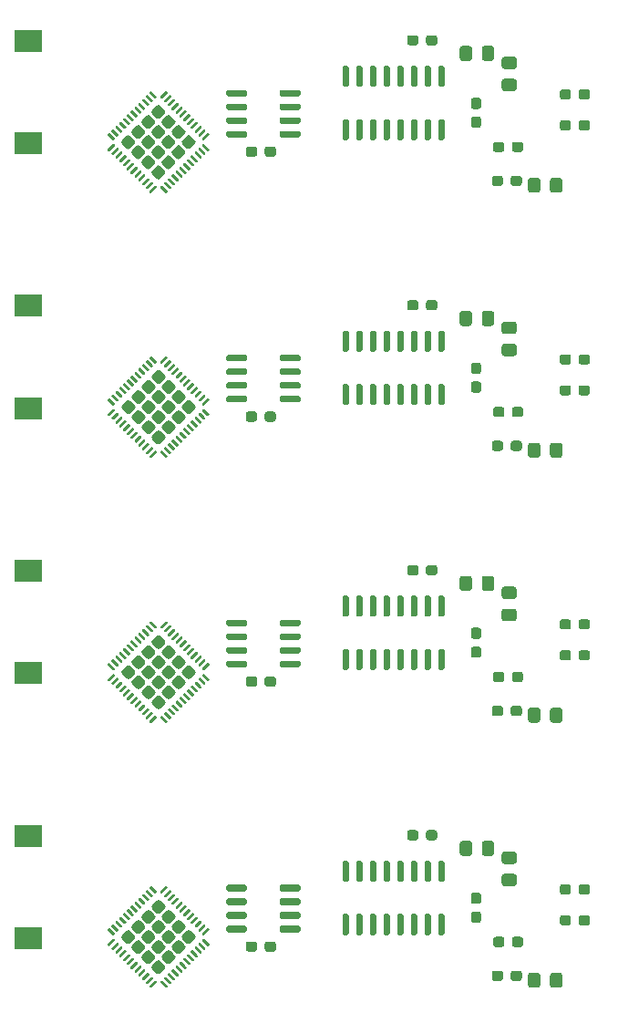
<source format=gbr>
%TF.GenerationSoftware,KiCad,Pcbnew,5.1.6-c6e7f7d~87~ubuntu20.04.1*%
%TF.CreationDate,2020-08-08T19:49:55+10:00*%
%TF.ProjectId,borscht-esp-pico-panel,626f7273-6368-4742-9d65-73702d706963,rev?*%
%TF.SameCoordinates,Original*%
%TF.FileFunction,Paste,Top*%
%TF.FilePolarity,Positive*%
%FSLAX46Y46*%
G04 Gerber Fmt 4.6, Leading zero omitted, Abs format (unit mm)*
G04 Created by KiCad (PCBNEW 5.1.6-c6e7f7d~87~ubuntu20.04.1) date 2020-08-08 19:49:55*
%MOMM*%
%LPD*%
G01*
G04 APERTURE LIST*
%ADD10R,2.500000X2.000000*%
G04 APERTURE END LIST*
D10*
%TO.C,ANT1*%
X51778001Y-137442016D03*
X51778001Y-127942016D03*
%TD*%
%TO.C,C1*%
G36*
G01*
X73043401Y-137991716D02*
X73043401Y-138466716D01*
G75*
G02*
X72805901Y-138704216I-237500J0D01*
G01*
X72230901Y-138704216D01*
G75*
G02*
X71993401Y-138466716I0J237500D01*
G01*
X71993401Y-137991716D01*
G75*
G02*
X72230901Y-137754216I237500J0D01*
G01*
X72805901Y-137754216D01*
G75*
G02*
X73043401Y-137991716I0J-237500D01*
G01*
G37*
G36*
G01*
X74793401Y-137991716D02*
X74793401Y-138466716D01*
G75*
G02*
X74555901Y-138704216I-237500J0D01*
G01*
X73980901Y-138704216D01*
G75*
G02*
X73743401Y-138466716I0J237500D01*
G01*
X73743401Y-137991716D01*
G75*
G02*
X73980901Y-137754216I237500J0D01*
G01*
X74555901Y-137754216D01*
G75*
G02*
X74793401Y-137991716I0J-237500D01*
G01*
G37*
%TD*%
%TO.C,C5*%
G36*
G01*
X93620701Y-136022416D02*
X93145701Y-136022416D01*
G75*
G02*
X92908201Y-135784916I0J237500D01*
G01*
X92908201Y-135209916D01*
G75*
G02*
X93145701Y-134972416I237500J0D01*
G01*
X93620701Y-134972416D01*
G75*
G02*
X93858201Y-135209916I0J-237500D01*
G01*
X93858201Y-135784916D01*
G75*
G02*
X93620701Y-136022416I-237500J0D01*
G01*
G37*
G36*
G01*
X93620701Y-134272416D02*
X93145701Y-134272416D01*
G75*
G02*
X92908201Y-134034916I0J237500D01*
G01*
X92908201Y-133459916D01*
G75*
G02*
X93145701Y-133222416I237500J0D01*
G01*
X93620701Y-133222416D01*
G75*
G02*
X93858201Y-133459916I0J-237500D01*
G01*
X93858201Y-134034916D01*
G75*
G02*
X93620701Y-134272416I-237500J0D01*
G01*
G37*
%TD*%
%TO.C,C6*%
G36*
G01*
X86979401Y-128128916D02*
X86979401Y-127653916D01*
G75*
G02*
X87216901Y-127416416I237500J0D01*
G01*
X87791901Y-127416416D01*
G75*
G02*
X88029401Y-127653916I0J-237500D01*
G01*
X88029401Y-128128916D01*
G75*
G02*
X87791901Y-128366416I-237500J0D01*
G01*
X87216901Y-128366416D01*
G75*
G02*
X86979401Y-128128916I0J237500D01*
G01*
G37*
G36*
G01*
X88729401Y-128128916D02*
X88729401Y-127653916D01*
G75*
G02*
X88966901Y-127416416I237500J0D01*
G01*
X89541901Y-127416416D01*
G75*
G02*
X89779401Y-127653916I0J-237500D01*
G01*
X89779401Y-128128916D01*
G75*
G02*
X89541901Y-128366416I-237500J0D01*
G01*
X88966901Y-128366416D01*
G75*
G02*
X88729401Y-128128916I0J237500D01*
G01*
G37*
%TD*%
%TO.C,C7*%
G36*
G01*
X96906602Y-132615616D02*
X96006600Y-132615616D01*
G75*
G02*
X95756601Y-132365617I0J249999D01*
G01*
X95756601Y-131715615D01*
G75*
G02*
X96006600Y-131465616I249999J0D01*
G01*
X96906602Y-131465616D01*
G75*
G02*
X97156601Y-131715615I0J-249999D01*
G01*
X97156601Y-132365617D01*
G75*
G02*
X96906602Y-132615616I-249999J0D01*
G01*
G37*
G36*
G01*
X96906602Y-130565616D02*
X96006600Y-130565616D01*
G75*
G02*
X95756601Y-130315617I0J249999D01*
G01*
X95756601Y-129665615D01*
G75*
G02*
X96006600Y-129415616I249999J0D01*
G01*
X96906602Y-129415616D01*
G75*
G02*
X97156601Y-129665615I0J-249999D01*
G01*
X97156601Y-130315617D01*
G75*
G02*
X96906602Y-130565616I-249999J0D01*
G01*
G37*
%TD*%
%TO.C,C8*%
G36*
G01*
X91859401Y-129560617D02*
X91859401Y-128660615D01*
G75*
G02*
X92109400Y-128410616I249999J0D01*
G01*
X92759402Y-128410616D01*
G75*
G02*
X93009401Y-128660615I0J-249999D01*
G01*
X93009401Y-129560617D01*
G75*
G02*
X92759402Y-129810616I-249999J0D01*
G01*
X92109400Y-129810616D01*
G75*
G02*
X91859401Y-129560617I0J249999D01*
G01*
G37*
G36*
G01*
X93909401Y-129560617D02*
X93909401Y-128660615D01*
G75*
G02*
X94159400Y-128410616I249999J0D01*
G01*
X94809402Y-128410616D01*
G75*
G02*
X95059401Y-128660615I0J-249999D01*
G01*
X95059401Y-129560617D01*
G75*
G02*
X94809402Y-129810616I-249999J0D01*
G01*
X94159400Y-129810616D01*
G75*
G02*
X93909401Y-129560617I0J249999D01*
G01*
G37*
%TD*%
%TO.C,C9*%
G36*
G01*
X94842001Y-141184516D02*
X94842001Y-140709516D01*
G75*
G02*
X95079501Y-140472016I237500J0D01*
G01*
X95654501Y-140472016D01*
G75*
G02*
X95892001Y-140709516I0J-237500D01*
G01*
X95892001Y-141184516D01*
G75*
G02*
X95654501Y-141422016I-237500J0D01*
G01*
X95079501Y-141422016D01*
G75*
G02*
X94842001Y-141184516I0J237500D01*
G01*
G37*
G36*
G01*
X96592001Y-141184516D02*
X96592001Y-140709516D01*
G75*
G02*
X96829501Y-140472016I237500J0D01*
G01*
X97404501Y-140472016D01*
G75*
G02*
X97642001Y-140709516I0J-237500D01*
G01*
X97642001Y-141184516D01*
G75*
G02*
X97404501Y-141422016I-237500J0D01*
G01*
X96829501Y-141422016D01*
G75*
G02*
X96592001Y-141184516I0J237500D01*
G01*
G37*
%TD*%
%TO.C,D1*%
G36*
G01*
X101400401Y-140903415D02*
X101400401Y-141803417D01*
G75*
G02*
X101150402Y-142053416I-249999J0D01*
G01*
X100500400Y-142053416D01*
G75*
G02*
X100250401Y-141803417I0J249999D01*
G01*
X100250401Y-140903415D01*
G75*
G02*
X100500400Y-140653416I249999J0D01*
G01*
X101150402Y-140653416D01*
G75*
G02*
X101400401Y-140903415I0J-249999D01*
G01*
G37*
G36*
G01*
X99350401Y-140903415D02*
X99350401Y-141803417D01*
G75*
G02*
X99100402Y-142053416I-249999J0D01*
G01*
X98450400Y-142053416D01*
G75*
G02*
X98200401Y-141803417I0J249999D01*
G01*
X98200401Y-140903415D01*
G75*
G02*
X98450400Y-140653416I249999J0D01*
G01*
X99100402Y-140653416D01*
G75*
G02*
X99350401Y-140903415I0J-249999D01*
G01*
G37*
%TD*%
%TO.C,R1*%
G36*
G01*
X94955001Y-138034916D02*
X94955001Y-137559916D01*
G75*
G02*
X95192501Y-137322416I237500J0D01*
G01*
X95767501Y-137322416D01*
G75*
G02*
X96005001Y-137559916I0J-237500D01*
G01*
X96005001Y-138034916D01*
G75*
G02*
X95767501Y-138272416I-237500J0D01*
G01*
X95192501Y-138272416D01*
G75*
G02*
X94955001Y-138034916I0J237500D01*
G01*
G37*
G36*
G01*
X96705001Y-138034916D02*
X96705001Y-137559916D01*
G75*
G02*
X96942501Y-137322416I237500J0D01*
G01*
X97517501Y-137322416D01*
G75*
G02*
X97755001Y-137559916I0J-237500D01*
G01*
X97755001Y-138034916D01*
G75*
G02*
X97517501Y-138272416I-237500J0D01*
G01*
X96942501Y-138272416D01*
G75*
G02*
X96705001Y-138034916I0J237500D01*
G01*
G37*
%TD*%
%TO.C,R4*%
G36*
G01*
X103952601Y-132683116D02*
X103952601Y-133158116D01*
G75*
G02*
X103715101Y-133395616I-237500J0D01*
G01*
X103140101Y-133395616D01*
G75*
G02*
X102902601Y-133158116I0J237500D01*
G01*
X102902601Y-132683116D01*
G75*
G02*
X103140101Y-132445616I237500J0D01*
G01*
X103715101Y-132445616D01*
G75*
G02*
X103952601Y-132683116I0J-237500D01*
G01*
G37*
G36*
G01*
X102202601Y-132683116D02*
X102202601Y-133158116D01*
G75*
G02*
X101965101Y-133395616I-237500J0D01*
G01*
X101390101Y-133395616D01*
G75*
G02*
X101152601Y-133158116I0J237500D01*
G01*
X101152601Y-132683116D01*
G75*
G02*
X101390101Y-132445616I237500J0D01*
G01*
X101965101Y-132445616D01*
G75*
G02*
X102202601Y-132683116I0J-237500D01*
G01*
G37*
%TD*%
%TO.C,R5*%
G36*
G01*
X103952601Y-135553316D02*
X103952601Y-136028316D01*
G75*
G02*
X103715101Y-136265816I-237500J0D01*
G01*
X103140101Y-136265816D01*
G75*
G02*
X102902601Y-136028316I0J237500D01*
G01*
X102902601Y-135553316D01*
G75*
G02*
X103140101Y-135315816I237500J0D01*
G01*
X103715101Y-135315816D01*
G75*
G02*
X103952601Y-135553316I0J-237500D01*
G01*
G37*
G36*
G01*
X102202601Y-135553316D02*
X102202601Y-136028316D01*
G75*
G02*
X101965101Y-136265816I-237500J0D01*
G01*
X101390101Y-136265816D01*
G75*
G02*
X101152601Y-136028316I0J237500D01*
G01*
X101152601Y-135553316D01*
G75*
G02*
X101390101Y-135315816I237500J0D01*
G01*
X101965101Y-135315816D01*
G75*
G02*
X102202601Y-135553316I0J-237500D01*
G01*
G37*
%TD*%
%TO.C,U1*%
G36*
G01*
X59264671Y-138174790D02*
X59176283Y-138086401D01*
G75*
G02*
X59176283Y-137998013I44194J44194D01*
G01*
X59653580Y-137520716D01*
G75*
G02*
X59741968Y-137520716I44194J-44194D01*
G01*
X59830357Y-137609105D01*
G75*
G02*
X59830357Y-137697493I-44194J-44194D01*
G01*
X59353060Y-138174790D01*
G75*
G02*
X59264672Y-138174790I-44194J44194D01*
G01*
G37*
G36*
G01*
X59618224Y-138528343D02*
X59529836Y-138439954D01*
G75*
G02*
X59529836Y-138351566I44194J44194D01*
G01*
X60007133Y-137874269D01*
G75*
G02*
X60095521Y-137874269I44194J-44194D01*
G01*
X60183910Y-137962658D01*
G75*
G02*
X60183910Y-138051046I-44194J-44194D01*
G01*
X59706613Y-138528343D01*
G75*
G02*
X59618225Y-138528343I-44194J44194D01*
G01*
G37*
G36*
G01*
X59971778Y-138881897D02*
X59883390Y-138793508D01*
G75*
G02*
X59883390Y-138705120I44194J44194D01*
G01*
X60360687Y-138227823D01*
G75*
G02*
X60449075Y-138227823I44194J-44194D01*
G01*
X60537464Y-138316212D01*
G75*
G02*
X60537464Y-138404600I-44194J-44194D01*
G01*
X60060167Y-138881897D01*
G75*
G02*
X59971779Y-138881897I-44194J44194D01*
G01*
G37*
G36*
G01*
X60325331Y-139235450D02*
X60236943Y-139147061D01*
G75*
G02*
X60236943Y-139058673I44194J44194D01*
G01*
X60714240Y-138581376D01*
G75*
G02*
X60802628Y-138581376I44194J-44194D01*
G01*
X60891017Y-138669765D01*
G75*
G02*
X60891017Y-138758153I-44194J-44194D01*
G01*
X60413720Y-139235450D01*
G75*
G02*
X60325332Y-139235450I-44194J44194D01*
G01*
G37*
G36*
G01*
X60678885Y-139589003D02*
X60590497Y-139500614D01*
G75*
G02*
X60590497Y-139412226I44194J44194D01*
G01*
X61067794Y-138934929D01*
G75*
G02*
X61156182Y-138934929I44194J-44194D01*
G01*
X61244571Y-139023318D01*
G75*
G02*
X61244571Y-139111706I-44194J-44194D01*
G01*
X60767274Y-139589003D01*
G75*
G02*
X60678886Y-139589003I-44194J44194D01*
G01*
G37*
G36*
G01*
X61032438Y-139942557D02*
X60944050Y-139854168D01*
G75*
G02*
X60944050Y-139765780I44194J44194D01*
G01*
X61421347Y-139288483D01*
G75*
G02*
X61509735Y-139288483I44194J-44194D01*
G01*
X61598124Y-139376872D01*
G75*
G02*
X61598124Y-139465260I-44194J-44194D01*
G01*
X61120827Y-139942557D01*
G75*
G02*
X61032439Y-139942557I-44194J44194D01*
G01*
G37*
G36*
G01*
X61385991Y-140296110D02*
X61297603Y-140207721D01*
G75*
G02*
X61297603Y-140119333I44194J44194D01*
G01*
X61774900Y-139642036D01*
G75*
G02*
X61863288Y-139642036I44194J-44194D01*
G01*
X61951677Y-139730425D01*
G75*
G02*
X61951677Y-139818813I-44194J-44194D01*
G01*
X61474380Y-140296110D01*
G75*
G02*
X61385992Y-140296110I-44194J44194D01*
G01*
G37*
G36*
G01*
X61739545Y-140649663D02*
X61651157Y-140561274D01*
G75*
G02*
X61651157Y-140472886I44194J44194D01*
G01*
X62128454Y-139995589D01*
G75*
G02*
X62216842Y-139995589I44194J-44194D01*
G01*
X62305231Y-140083978D01*
G75*
G02*
X62305231Y-140172366I-44194J-44194D01*
G01*
X61827934Y-140649663D01*
G75*
G02*
X61739546Y-140649663I-44194J44194D01*
G01*
G37*
G36*
G01*
X62093098Y-141003217D02*
X62004710Y-140914828D01*
G75*
G02*
X62004710Y-140826440I44194J44194D01*
G01*
X62482007Y-140349143D01*
G75*
G02*
X62570395Y-140349143I44194J-44194D01*
G01*
X62658784Y-140437532D01*
G75*
G02*
X62658784Y-140525920I-44194J-44194D01*
G01*
X62181487Y-141003217D01*
G75*
G02*
X62093099Y-141003217I-44194J44194D01*
G01*
G37*
G36*
G01*
X62446651Y-141356770D02*
X62358263Y-141268381D01*
G75*
G02*
X62358263Y-141179993I44194J44194D01*
G01*
X62835560Y-140702696D01*
G75*
G02*
X62923948Y-140702696I44194J-44194D01*
G01*
X63012337Y-140791085D01*
G75*
G02*
X63012337Y-140879473I-44194J-44194D01*
G01*
X62535040Y-141356770D01*
G75*
G02*
X62446652Y-141356770I-44194J44194D01*
G01*
G37*
G36*
G01*
X62800205Y-141710324D02*
X62711817Y-141621935D01*
G75*
G02*
X62711817Y-141533547I44194J44194D01*
G01*
X63189114Y-141056250D01*
G75*
G02*
X63277502Y-141056250I44194J-44194D01*
G01*
X63365891Y-141144639D01*
G75*
G02*
X63365891Y-141233027I-44194J-44194D01*
G01*
X62888594Y-141710324D01*
G75*
G02*
X62800206Y-141710324I-44194J44194D01*
G01*
G37*
G36*
G01*
X63153758Y-142063877D02*
X63065370Y-141975488D01*
G75*
G02*
X63065370Y-141887100I44194J44194D01*
G01*
X63542667Y-141409803D01*
G75*
G02*
X63631055Y-141409803I44194J-44194D01*
G01*
X63719444Y-141498192D01*
G75*
G02*
X63719444Y-141586580I-44194J-44194D01*
G01*
X63242147Y-142063877D01*
G75*
G02*
X63153759Y-142063877I-44194J44194D01*
G01*
G37*
G36*
G01*
X64532617Y-142063877D02*
X64055320Y-141586580D01*
G75*
G02*
X64055320Y-141498192I44194J44194D01*
G01*
X64143709Y-141409803D01*
G75*
G02*
X64232097Y-141409803I44194J-44194D01*
G01*
X64709394Y-141887100D01*
G75*
G02*
X64709394Y-141975488I-44194J-44194D01*
G01*
X64621005Y-142063877D01*
G75*
G02*
X64532617Y-142063877I-44194J44194D01*
G01*
G37*
G36*
G01*
X64886170Y-141710324D02*
X64408873Y-141233027D01*
G75*
G02*
X64408873Y-141144639I44194J44194D01*
G01*
X64497262Y-141056250D01*
G75*
G02*
X64585650Y-141056250I44194J-44194D01*
G01*
X65062947Y-141533547D01*
G75*
G02*
X65062947Y-141621935I-44194J-44194D01*
G01*
X64974558Y-141710324D01*
G75*
G02*
X64886170Y-141710324I-44194J44194D01*
G01*
G37*
G36*
G01*
X65239724Y-141356770D02*
X64762427Y-140879473D01*
G75*
G02*
X64762427Y-140791085I44194J44194D01*
G01*
X64850816Y-140702696D01*
G75*
G02*
X64939204Y-140702696I44194J-44194D01*
G01*
X65416501Y-141179993D01*
G75*
G02*
X65416501Y-141268381I-44194J-44194D01*
G01*
X65328112Y-141356770D01*
G75*
G02*
X65239724Y-141356770I-44194J44194D01*
G01*
G37*
G36*
G01*
X65593277Y-141003217D02*
X65115980Y-140525920D01*
G75*
G02*
X65115980Y-140437532I44194J44194D01*
G01*
X65204369Y-140349143D01*
G75*
G02*
X65292757Y-140349143I44194J-44194D01*
G01*
X65770054Y-140826440D01*
G75*
G02*
X65770054Y-140914828I-44194J-44194D01*
G01*
X65681665Y-141003217D01*
G75*
G02*
X65593277Y-141003217I-44194J44194D01*
G01*
G37*
G36*
G01*
X65946830Y-140649663D02*
X65469533Y-140172366D01*
G75*
G02*
X65469533Y-140083978I44194J44194D01*
G01*
X65557922Y-139995589D01*
G75*
G02*
X65646310Y-139995589I44194J-44194D01*
G01*
X66123607Y-140472886D01*
G75*
G02*
X66123607Y-140561274I-44194J-44194D01*
G01*
X66035218Y-140649663D01*
G75*
G02*
X65946830Y-140649663I-44194J44194D01*
G01*
G37*
G36*
G01*
X66300384Y-140296110D02*
X65823087Y-139818813D01*
G75*
G02*
X65823087Y-139730425I44194J44194D01*
G01*
X65911476Y-139642036D01*
G75*
G02*
X65999864Y-139642036I44194J-44194D01*
G01*
X66477161Y-140119333D01*
G75*
G02*
X66477161Y-140207721I-44194J-44194D01*
G01*
X66388772Y-140296110D01*
G75*
G02*
X66300384Y-140296110I-44194J44194D01*
G01*
G37*
G36*
G01*
X66653937Y-139942557D02*
X66176640Y-139465260D01*
G75*
G02*
X66176640Y-139376872I44194J44194D01*
G01*
X66265029Y-139288483D01*
G75*
G02*
X66353417Y-139288483I44194J-44194D01*
G01*
X66830714Y-139765780D01*
G75*
G02*
X66830714Y-139854168I-44194J-44194D01*
G01*
X66742325Y-139942557D01*
G75*
G02*
X66653937Y-139942557I-44194J44194D01*
G01*
G37*
G36*
G01*
X67007490Y-139589003D02*
X66530193Y-139111706D01*
G75*
G02*
X66530193Y-139023318I44194J44194D01*
G01*
X66618582Y-138934929D01*
G75*
G02*
X66706970Y-138934929I44194J-44194D01*
G01*
X67184267Y-139412226D01*
G75*
G02*
X67184267Y-139500614I-44194J-44194D01*
G01*
X67095878Y-139589003D01*
G75*
G02*
X67007490Y-139589003I-44194J44194D01*
G01*
G37*
G36*
G01*
X67361044Y-139235450D02*
X66883747Y-138758153D01*
G75*
G02*
X66883747Y-138669765I44194J44194D01*
G01*
X66972136Y-138581376D01*
G75*
G02*
X67060524Y-138581376I44194J-44194D01*
G01*
X67537821Y-139058673D01*
G75*
G02*
X67537821Y-139147061I-44194J-44194D01*
G01*
X67449432Y-139235450D01*
G75*
G02*
X67361044Y-139235450I-44194J44194D01*
G01*
G37*
G36*
G01*
X67714597Y-138881897D02*
X67237300Y-138404600D01*
G75*
G02*
X67237300Y-138316212I44194J44194D01*
G01*
X67325689Y-138227823D01*
G75*
G02*
X67414077Y-138227823I44194J-44194D01*
G01*
X67891374Y-138705120D01*
G75*
G02*
X67891374Y-138793508I-44194J-44194D01*
G01*
X67802985Y-138881897D01*
G75*
G02*
X67714597Y-138881897I-44194J44194D01*
G01*
G37*
G36*
G01*
X68068151Y-138528343D02*
X67590854Y-138051046D01*
G75*
G02*
X67590854Y-137962658I44194J44194D01*
G01*
X67679243Y-137874269D01*
G75*
G02*
X67767631Y-137874269I44194J-44194D01*
G01*
X68244928Y-138351566D01*
G75*
G02*
X68244928Y-138439954I-44194J-44194D01*
G01*
X68156539Y-138528343D01*
G75*
G02*
X68068151Y-138528343I-44194J44194D01*
G01*
G37*
G36*
G01*
X68421704Y-138174790D02*
X67944407Y-137697493D01*
G75*
G02*
X67944407Y-137609105I44194J44194D01*
G01*
X68032796Y-137520716D01*
G75*
G02*
X68121184Y-137520716I44194J-44194D01*
G01*
X68598481Y-137998013D01*
G75*
G02*
X68598481Y-138086401I-44194J-44194D01*
G01*
X68510092Y-138174790D01*
G75*
G02*
X68421704Y-138174790I-44194J44194D01*
G01*
G37*
G36*
G01*
X68032795Y-137184840D02*
X67944407Y-137096451D01*
G75*
G02*
X67944407Y-137008063I44194J44194D01*
G01*
X68421704Y-136530766D01*
G75*
G02*
X68510092Y-136530766I44194J-44194D01*
G01*
X68598481Y-136619155D01*
G75*
G02*
X68598481Y-136707543I-44194J-44194D01*
G01*
X68121184Y-137184840D01*
G75*
G02*
X68032796Y-137184840I-44194J44194D01*
G01*
G37*
G36*
G01*
X67679242Y-136831287D02*
X67590854Y-136742898D01*
G75*
G02*
X67590854Y-136654510I44194J44194D01*
G01*
X68068151Y-136177213D01*
G75*
G02*
X68156539Y-136177213I44194J-44194D01*
G01*
X68244928Y-136265602D01*
G75*
G02*
X68244928Y-136353990I-44194J-44194D01*
G01*
X67767631Y-136831287D01*
G75*
G02*
X67679243Y-136831287I-44194J44194D01*
G01*
G37*
G36*
G01*
X67325688Y-136477733D02*
X67237300Y-136389344D01*
G75*
G02*
X67237300Y-136300956I44194J44194D01*
G01*
X67714597Y-135823659D01*
G75*
G02*
X67802985Y-135823659I44194J-44194D01*
G01*
X67891374Y-135912048D01*
G75*
G02*
X67891374Y-136000436I-44194J-44194D01*
G01*
X67414077Y-136477733D01*
G75*
G02*
X67325689Y-136477733I-44194J44194D01*
G01*
G37*
G36*
G01*
X66972135Y-136124180D02*
X66883747Y-136035791D01*
G75*
G02*
X66883747Y-135947403I44194J44194D01*
G01*
X67361044Y-135470106D01*
G75*
G02*
X67449432Y-135470106I44194J-44194D01*
G01*
X67537821Y-135558495D01*
G75*
G02*
X67537821Y-135646883I-44194J-44194D01*
G01*
X67060524Y-136124180D01*
G75*
G02*
X66972136Y-136124180I-44194J44194D01*
G01*
G37*
G36*
G01*
X66618581Y-135770627D02*
X66530193Y-135682238D01*
G75*
G02*
X66530193Y-135593850I44194J44194D01*
G01*
X67007490Y-135116553D01*
G75*
G02*
X67095878Y-135116553I44194J-44194D01*
G01*
X67184267Y-135204942D01*
G75*
G02*
X67184267Y-135293330I-44194J-44194D01*
G01*
X66706970Y-135770627D01*
G75*
G02*
X66618582Y-135770627I-44194J44194D01*
G01*
G37*
G36*
G01*
X66265028Y-135417073D02*
X66176640Y-135328684D01*
G75*
G02*
X66176640Y-135240296I44194J44194D01*
G01*
X66653937Y-134762999D01*
G75*
G02*
X66742325Y-134762999I44194J-44194D01*
G01*
X66830714Y-134851388D01*
G75*
G02*
X66830714Y-134939776I-44194J-44194D01*
G01*
X66353417Y-135417073D01*
G75*
G02*
X66265029Y-135417073I-44194J44194D01*
G01*
G37*
G36*
G01*
X65911475Y-135063520D02*
X65823087Y-134975131D01*
G75*
G02*
X65823087Y-134886743I44194J44194D01*
G01*
X66300384Y-134409446D01*
G75*
G02*
X66388772Y-134409446I44194J-44194D01*
G01*
X66477161Y-134497835D01*
G75*
G02*
X66477161Y-134586223I-44194J-44194D01*
G01*
X65999864Y-135063520D01*
G75*
G02*
X65911476Y-135063520I-44194J44194D01*
G01*
G37*
G36*
G01*
X65557921Y-134709967D02*
X65469533Y-134621578D01*
G75*
G02*
X65469533Y-134533190I44194J44194D01*
G01*
X65946830Y-134055893D01*
G75*
G02*
X66035218Y-134055893I44194J-44194D01*
G01*
X66123607Y-134144282D01*
G75*
G02*
X66123607Y-134232670I-44194J-44194D01*
G01*
X65646310Y-134709967D01*
G75*
G02*
X65557922Y-134709967I-44194J44194D01*
G01*
G37*
G36*
G01*
X65204368Y-134356413D02*
X65115980Y-134268024D01*
G75*
G02*
X65115980Y-134179636I44194J44194D01*
G01*
X65593277Y-133702339D01*
G75*
G02*
X65681665Y-133702339I44194J-44194D01*
G01*
X65770054Y-133790728D01*
G75*
G02*
X65770054Y-133879116I-44194J-44194D01*
G01*
X65292757Y-134356413D01*
G75*
G02*
X65204369Y-134356413I-44194J44194D01*
G01*
G37*
G36*
G01*
X64850815Y-134002860D02*
X64762427Y-133914471D01*
G75*
G02*
X64762427Y-133826083I44194J44194D01*
G01*
X65239724Y-133348786D01*
G75*
G02*
X65328112Y-133348786I44194J-44194D01*
G01*
X65416501Y-133437175D01*
G75*
G02*
X65416501Y-133525563I-44194J-44194D01*
G01*
X64939204Y-134002860D01*
G75*
G02*
X64850816Y-134002860I-44194J44194D01*
G01*
G37*
G36*
G01*
X64497261Y-133649306D02*
X64408873Y-133560917D01*
G75*
G02*
X64408873Y-133472529I44194J44194D01*
G01*
X64886170Y-132995232D01*
G75*
G02*
X64974558Y-132995232I44194J-44194D01*
G01*
X65062947Y-133083621D01*
G75*
G02*
X65062947Y-133172009I-44194J-44194D01*
G01*
X64585650Y-133649306D01*
G75*
G02*
X64497262Y-133649306I-44194J44194D01*
G01*
G37*
G36*
G01*
X64143708Y-133295753D02*
X64055320Y-133207364D01*
G75*
G02*
X64055320Y-133118976I44194J44194D01*
G01*
X64532617Y-132641679D01*
G75*
G02*
X64621005Y-132641679I44194J-44194D01*
G01*
X64709394Y-132730068D01*
G75*
G02*
X64709394Y-132818456I-44194J-44194D01*
G01*
X64232097Y-133295753D01*
G75*
G02*
X64143709Y-133295753I-44194J44194D01*
G01*
G37*
G36*
G01*
X63542667Y-133295753D02*
X63065370Y-132818456D01*
G75*
G02*
X63065370Y-132730068I44194J44194D01*
G01*
X63153759Y-132641679D01*
G75*
G02*
X63242147Y-132641679I44194J-44194D01*
G01*
X63719444Y-133118976D01*
G75*
G02*
X63719444Y-133207364I-44194J-44194D01*
G01*
X63631055Y-133295753D01*
G75*
G02*
X63542667Y-133295753I-44194J44194D01*
G01*
G37*
G36*
G01*
X63189114Y-133649306D02*
X62711817Y-133172009D01*
G75*
G02*
X62711817Y-133083621I44194J44194D01*
G01*
X62800206Y-132995232D01*
G75*
G02*
X62888594Y-132995232I44194J-44194D01*
G01*
X63365891Y-133472529D01*
G75*
G02*
X63365891Y-133560917I-44194J-44194D01*
G01*
X63277502Y-133649306D01*
G75*
G02*
X63189114Y-133649306I-44194J44194D01*
G01*
G37*
G36*
G01*
X62835560Y-134002860D02*
X62358263Y-133525563D01*
G75*
G02*
X62358263Y-133437175I44194J44194D01*
G01*
X62446652Y-133348786D01*
G75*
G02*
X62535040Y-133348786I44194J-44194D01*
G01*
X63012337Y-133826083D01*
G75*
G02*
X63012337Y-133914471I-44194J-44194D01*
G01*
X62923948Y-134002860D01*
G75*
G02*
X62835560Y-134002860I-44194J44194D01*
G01*
G37*
G36*
G01*
X62482007Y-134356413D02*
X62004710Y-133879116D01*
G75*
G02*
X62004710Y-133790728I44194J44194D01*
G01*
X62093099Y-133702339D01*
G75*
G02*
X62181487Y-133702339I44194J-44194D01*
G01*
X62658784Y-134179636D01*
G75*
G02*
X62658784Y-134268024I-44194J-44194D01*
G01*
X62570395Y-134356413D01*
G75*
G02*
X62482007Y-134356413I-44194J44194D01*
G01*
G37*
G36*
G01*
X62128454Y-134709967D02*
X61651157Y-134232670D01*
G75*
G02*
X61651157Y-134144282I44194J44194D01*
G01*
X61739546Y-134055893D01*
G75*
G02*
X61827934Y-134055893I44194J-44194D01*
G01*
X62305231Y-134533190D01*
G75*
G02*
X62305231Y-134621578I-44194J-44194D01*
G01*
X62216842Y-134709967D01*
G75*
G02*
X62128454Y-134709967I-44194J44194D01*
G01*
G37*
G36*
G01*
X61774900Y-135063520D02*
X61297603Y-134586223D01*
G75*
G02*
X61297603Y-134497835I44194J44194D01*
G01*
X61385992Y-134409446D01*
G75*
G02*
X61474380Y-134409446I44194J-44194D01*
G01*
X61951677Y-134886743D01*
G75*
G02*
X61951677Y-134975131I-44194J-44194D01*
G01*
X61863288Y-135063520D01*
G75*
G02*
X61774900Y-135063520I-44194J44194D01*
G01*
G37*
G36*
G01*
X61421347Y-135417073D02*
X60944050Y-134939776D01*
G75*
G02*
X60944050Y-134851388I44194J44194D01*
G01*
X61032439Y-134762999D01*
G75*
G02*
X61120827Y-134762999I44194J-44194D01*
G01*
X61598124Y-135240296D01*
G75*
G02*
X61598124Y-135328684I-44194J-44194D01*
G01*
X61509735Y-135417073D01*
G75*
G02*
X61421347Y-135417073I-44194J44194D01*
G01*
G37*
G36*
G01*
X61067794Y-135770627D02*
X60590497Y-135293330D01*
G75*
G02*
X60590497Y-135204942I44194J44194D01*
G01*
X60678886Y-135116553D01*
G75*
G02*
X60767274Y-135116553I44194J-44194D01*
G01*
X61244571Y-135593850D01*
G75*
G02*
X61244571Y-135682238I-44194J-44194D01*
G01*
X61156182Y-135770627D01*
G75*
G02*
X61067794Y-135770627I-44194J44194D01*
G01*
G37*
G36*
G01*
X60714240Y-136124180D02*
X60236943Y-135646883D01*
G75*
G02*
X60236943Y-135558495I44194J44194D01*
G01*
X60325332Y-135470106D01*
G75*
G02*
X60413720Y-135470106I44194J-44194D01*
G01*
X60891017Y-135947403D01*
G75*
G02*
X60891017Y-136035791I-44194J-44194D01*
G01*
X60802628Y-136124180D01*
G75*
G02*
X60714240Y-136124180I-44194J44194D01*
G01*
G37*
G36*
G01*
X60360687Y-136477733D02*
X59883390Y-136000436D01*
G75*
G02*
X59883390Y-135912048I44194J44194D01*
G01*
X59971779Y-135823659D01*
G75*
G02*
X60060167Y-135823659I44194J-44194D01*
G01*
X60537464Y-136300956D01*
G75*
G02*
X60537464Y-136389344I-44194J-44194D01*
G01*
X60449075Y-136477733D01*
G75*
G02*
X60360687Y-136477733I-44194J44194D01*
G01*
G37*
G36*
G01*
X60007133Y-136831287D02*
X59529836Y-136353990D01*
G75*
G02*
X59529836Y-136265602I44194J44194D01*
G01*
X59618225Y-136177213D01*
G75*
G02*
X59706613Y-136177213I44194J-44194D01*
G01*
X60183910Y-136654510D01*
G75*
G02*
X60183910Y-136742898I-44194J-44194D01*
G01*
X60095521Y-136831287D01*
G75*
G02*
X60007133Y-136831287I-44194J44194D01*
G01*
G37*
G36*
G01*
X59653580Y-137184840D02*
X59176283Y-136707543D01*
G75*
G02*
X59176283Y-136619155I44194J44194D01*
G01*
X59264672Y-136530766D01*
G75*
G02*
X59353060Y-136530766I44194J-44194D01*
G01*
X59830357Y-137008063D01*
G75*
G02*
X59830357Y-137096451I-44194J-44194D01*
G01*
X59741968Y-137184840D01*
G75*
G02*
X59653580Y-137184840I-44194J44194D01*
G01*
G37*
G36*
G01*
X60910462Y-137932606D02*
X60507411Y-137529555D01*
G75*
G02*
X60507411Y-137176001I176777J176777D01*
G01*
X60910462Y-136772950D01*
G75*
G02*
X61264016Y-136772950I176777J-176777D01*
G01*
X61667067Y-137176001D01*
G75*
G02*
X61667067Y-137529555I-176777J-176777D01*
G01*
X61264016Y-137932606D01*
G75*
G02*
X60910462Y-137932606I-176777J176777D01*
G01*
G37*
G36*
G01*
X61843843Y-138865987D02*
X61440792Y-138462936D01*
G75*
G02*
X61440792Y-138109382I176777J176777D01*
G01*
X61843843Y-137706331D01*
G75*
G02*
X62197397Y-137706331I176777J-176777D01*
G01*
X62600448Y-138109382D01*
G75*
G02*
X62600448Y-138462936I-176777J-176777D01*
G01*
X62197397Y-138865987D01*
G75*
G02*
X61843843Y-138865987I-176777J176777D01*
G01*
G37*
G36*
G01*
X62777224Y-139799368D02*
X62374173Y-139396317D01*
G75*
G02*
X62374173Y-139042763I176777J176777D01*
G01*
X62777224Y-138639712D01*
G75*
G02*
X63130778Y-138639712I176777J-176777D01*
G01*
X63533829Y-139042763D01*
G75*
G02*
X63533829Y-139396317I-176777J-176777D01*
G01*
X63130778Y-139799368D01*
G75*
G02*
X62777224Y-139799368I-176777J176777D01*
G01*
G37*
G36*
G01*
X63710605Y-140732749D02*
X63307554Y-140329698D01*
G75*
G02*
X63307554Y-139976144I176777J176777D01*
G01*
X63710605Y-139573093D01*
G75*
G02*
X64064159Y-139573093I176777J-176777D01*
G01*
X64467210Y-139976144D01*
G75*
G02*
X64467210Y-140329698I-176777J-176777D01*
G01*
X64064159Y-140732749D01*
G75*
G02*
X63710605Y-140732749I-176777J176777D01*
G01*
G37*
G36*
G01*
X61843843Y-136999225D02*
X61440792Y-136596174D01*
G75*
G02*
X61440792Y-136242620I176777J176777D01*
G01*
X61843843Y-135839569D01*
G75*
G02*
X62197397Y-135839569I176777J-176777D01*
G01*
X62600448Y-136242620D01*
G75*
G02*
X62600448Y-136596174I-176777J-176777D01*
G01*
X62197397Y-136999225D01*
G75*
G02*
X61843843Y-136999225I-176777J176777D01*
G01*
G37*
G36*
G01*
X62777224Y-137932606D02*
X62374173Y-137529555D01*
G75*
G02*
X62374173Y-137176001I176777J176777D01*
G01*
X62777224Y-136772950D01*
G75*
G02*
X63130778Y-136772950I176777J-176777D01*
G01*
X63533829Y-137176001D01*
G75*
G02*
X63533829Y-137529555I-176777J-176777D01*
G01*
X63130778Y-137932606D01*
G75*
G02*
X62777224Y-137932606I-176777J176777D01*
G01*
G37*
G36*
G01*
X63710605Y-138865987D02*
X63307554Y-138462936D01*
G75*
G02*
X63307554Y-138109382I176777J176777D01*
G01*
X63710605Y-137706331D01*
G75*
G02*
X64064159Y-137706331I176777J-176777D01*
G01*
X64467210Y-138109382D01*
G75*
G02*
X64467210Y-138462936I-176777J-176777D01*
G01*
X64064159Y-138865987D01*
G75*
G02*
X63710605Y-138865987I-176777J176777D01*
G01*
G37*
G36*
G01*
X64643986Y-139799368D02*
X64240935Y-139396317D01*
G75*
G02*
X64240935Y-139042763I176777J176777D01*
G01*
X64643986Y-138639712D01*
G75*
G02*
X64997540Y-138639712I176777J-176777D01*
G01*
X65400591Y-139042763D01*
G75*
G02*
X65400591Y-139396317I-176777J-176777D01*
G01*
X64997540Y-139799368D01*
G75*
G02*
X64643986Y-139799368I-176777J176777D01*
G01*
G37*
G36*
G01*
X62777224Y-136065844D02*
X62374173Y-135662793D01*
G75*
G02*
X62374173Y-135309239I176777J176777D01*
G01*
X62777224Y-134906188D01*
G75*
G02*
X63130778Y-134906188I176777J-176777D01*
G01*
X63533829Y-135309239D01*
G75*
G02*
X63533829Y-135662793I-176777J-176777D01*
G01*
X63130778Y-136065844D01*
G75*
G02*
X62777224Y-136065844I-176777J176777D01*
G01*
G37*
G36*
G01*
X63710605Y-136999225D02*
X63307554Y-136596174D01*
G75*
G02*
X63307554Y-136242620I176777J176777D01*
G01*
X63710605Y-135839569D01*
G75*
G02*
X64064159Y-135839569I176777J-176777D01*
G01*
X64467210Y-136242620D01*
G75*
G02*
X64467210Y-136596174I-176777J-176777D01*
G01*
X64064159Y-136999225D01*
G75*
G02*
X63710605Y-136999225I-176777J176777D01*
G01*
G37*
G36*
G01*
X64643986Y-137932606D02*
X64240935Y-137529555D01*
G75*
G02*
X64240935Y-137176001I176777J176777D01*
G01*
X64643986Y-136772950D01*
G75*
G02*
X64997540Y-136772950I176777J-176777D01*
G01*
X65400591Y-137176001D01*
G75*
G02*
X65400591Y-137529555I-176777J-176777D01*
G01*
X64997540Y-137932606D01*
G75*
G02*
X64643986Y-137932606I-176777J176777D01*
G01*
G37*
G36*
G01*
X65577367Y-138865987D02*
X65174316Y-138462936D01*
G75*
G02*
X65174316Y-138109382I176777J176777D01*
G01*
X65577367Y-137706331D01*
G75*
G02*
X65930921Y-137706331I176777J-176777D01*
G01*
X66333972Y-138109382D01*
G75*
G02*
X66333972Y-138462936I-176777J-176777D01*
G01*
X65930921Y-138865987D01*
G75*
G02*
X65577367Y-138865987I-176777J176777D01*
G01*
G37*
G36*
G01*
X63710605Y-135132463D02*
X63307554Y-134729412D01*
G75*
G02*
X63307554Y-134375858I176777J176777D01*
G01*
X63710605Y-133972807D01*
G75*
G02*
X64064159Y-133972807I176777J-176777D01*
G01*
X64467210Y-134375858D01*
G75*
G02*
X64467210Y-134729412I-176777J-176777D01*
G01*
X64064159Y-135132463D01*
G75*
G02*
X63710605Y-135132463I-176777J176777D01*
G01*
G37*
G36*
G01*
X64643986Y-136065844D02*
X64240935Y-135662793D01*
G75*
G02*
X64240935Y-135309239I176777J176777D01*
G01*
X64643986Y-134906188D01*
G75*
G02*
X64997540Y-134906188I176777J-176777D01*
G01*
X65400591Y-135309239D01*
G75*
G02*
X65400591Y-135662793I-176777J-176777D01*
G01*
X64997540Y-136065844D01*
G75*
G02*
X64643986Y-136065844I-176777J176777D01*
G01*
G37*
G36*
G01*
X65577367Y-136999225D02*
X65174316Y-136596174D01*
G75*
G02*
X65174316Y-136242620I176777J176777D01*
G01*
X65577367Y-135839569D01*
G75*
G02*
X65930921Y-135839569I176777J-176777D01*
G01*
X66333972Y-136242620D01*
G75*
G02*
X66333972Y-136596174I-176777J-176777D01*
G01*
X65930921Y-136999225D01*
G75*
G02*
X65577367Y-136999225I-176777J176777D01*
G01*
G37*
G36*
G01*
X66510748Y-137932606D02*
X66107697Y-137529555D01*
G75*
G02*
X66107697Y-137176001I176777J176777D01*
G01*
X66510748Y-136772950D01*
G75*
G02*
X66864302Y-136772950I176777J-176777D01*
G01*
X67267353Y-137176001D01*
G75*
G02*
X67267353Y-137529555I-176777J-176777D01*
G01*
X66864302Y-137932606D01*
G75*
G02*
X66510748Y-137932606I-176777J176777D01*
G01*
G37*
%TD*%
%TO.C,U2*%
G36*
G01*
X77072001Y-136453616D02*
X77072001Y-136753616D01*
G75*
G02*
X76922001Y-136903616I-150000J0D01*
G01*
X75272001Y-136903616D01*
G75*
G02*
X75122001Y-136753616I0J150000D01*
G01*
X75122001Y-136453616D01*
G75*
G02*
X75272001Y-136303616I150000J0D01*
G01*
X76922001Y-136303616D01*
G75*
G02*
X77072001Y-136453616I0J-150000D01*
G01*
G37*
G36*
G01*
X77072001Y-135183616D02*
X77072001Y-135483616D01*
G75*
G02*
X76922001Y-135633616I-150000J0D01*
G01*
X75272001Y-135633616D01*
G75*
G02*
X75122001Y-135483616I0J150000D01*
G01*
X75122001Y-135183616D01*
G75*
G02*
X75272001Y-135033616I150000J0D01*
G01*
X76922001Y-135033616D01*
G75*
G02*
X77072001Y-135183616I0J-150000D01*
G01*
G37*
G36*
G01*
X77072001Y-133913616D02*
X77072001Y-134213616D01*
G75*
G02*
X76922001Y-134363616I-150000J0D01*
G01*
X75272001Y-134363616D01*
G75*
G02*
X75122001Y-134213616I0J150000D01*
G01*
X75122001Y-133913616D01*
G75*
G02*
X75272001Y-133763616I150000J0D01*
G01*
X76922001Y-133763616D01*
G75*
G02*
X77072001Y-133913616I0J-150000D01*
G01*
G37*
G36*
G01*
X77072001Y-132643616D02*
X77072001Y-132943616D01*
G75*
G02*
X76922001Y-133093616I-150000J0D01*
G01*
X75272001Y-133093616D01*
G75*
G02*
X75122001Y-132943616I0J150000D01*
G01*
X75122001Y-132643616D01*
G75*
G02*
X75272001Y-132493616I150000J0D01*
G01*
X76922001Y-132493616D01*
G75*
G02*
X77072001Y-132643616I0J-150000D01*
G01*
G37*
G36*
G01*
X72122001Y-132643616D02*
X72122001Y-132943616D01*
G75*
G02*
X71972001Y-133093616I-150000J0D01*
G01*
X70322001Y-133093616D01*
G75*
G02*
X70172001Y-132943616I0J150000D01*
G01*
X70172001Y-132643616D01*
G75*
G02*
X70322001Y-132493616I150000J0D01*
G01*
X71972001Y-132493616D01*
G75*
G02*
X72122001Y-132643616I0J-150000D01*
G01*
G37*
G36*
G01*
X72122001Y-133913616D02*
X72122001Y-134213616D01*
G75*
G02*
X71972001Y-134363616I-150000J0D01*
G01*
X70322001Y-134363616D01*
G75*
G02*
X70172001Y-134213616I0J150000D01*
G01*
X70172001Y-133913616D01*
G75*
G02*
X70322001Y-133763616I150000J0D01*
G01*
X71972001Y-133763616D01*
G75*
G02*
X72122001Y-133913616I0J-150000D01*
G01*
G37*
G36*
G01*
X72122001Y-135183616D02*
X72122001Y-135483616D01*
G75*
G02*
X71972001Y-135633616I-150000J0D01*
G01*
X70322001Y-135633616D01*
G75*
G02*
X70172001Y-135483616I0J150000D01*
G01*
X70172001Y-135183616D01*
G75*
G02*
X70322001Y-135033616I150000J0D01*
G01*
X71972001Y-135033616D01*
G75*
G02*
X72122001Y-135183616I0J-150000D01*
G01*
G37*
G36*
G01*
X72122001Y-136453616D02*
X72122001Y-136753616D01*
G75*
G02*
X71972001Y-136903616I-150000J0D01*
G01*
X70322001Y-136903616D01*
G75*
G02*
X70172001Y-136753616I0J150000D01*
G01*
X70172001Y-136453616D01*
G75*
G02*
X70322001Y-136303616I150000J0D01*
G01*
X71972001Y-136303616D01*
G75*
G02*
X72122001Y-136453616I0J-150000D01*
G01*
G37*
%TD*%
%TO.C,U3*%
G36*
G01*
X90007401Y-130258016D02*
X90307401Y-130258016D01*
G75*
G02*
X90457401Y-130408016I0J-150000D01*
G01*
X90457401Y-132058016D01*
G75*
G02*
X90307401Y-132208016I-150000J0D01*
G01*
X90007401Y-132208016D01*
G75*
G02*
X89857401Y-132058016I0J150000D01*
G01*
X89857401Y-130408016D01*
G75*
G02*
X90007401Y-130258016I150000J0D01*
G01*
G37*
G36*
G01*
X88737401Y-130258016D02*
X89037401Y-130258016D01*
G75*
G02*
X89187401Y-130408016I0J-150000D01*
G01*
X89187401Y-132058016D01*
G75*
G02*
X89037401Y-132208016I-150000J0D01*
G01*
X88737401Y-132208016D01*
G75*
G02*
X88587401Y-132058016I0J150000D01*
G01*
X88587401Y-130408016D01*
G75*
G02*
X88737401Y-130258016I150000J0D01*
G01*
G37*
G36*
G01*
X87467401Y-130258016D02*
X87767401Y-130258016D01*
G75*
G02*
X87917401Y-130408016I0J-150000D01*
G01*
X87917401Y-132058016D01*
G75*
G02*
X87767401Y-132208016I-150000J0D01*
G01*
X87467401Y-132208016D01*
G75*
G02*
X87317401Y-132058016I0J150000D01*
G01*
X87317401Y-130408016D01*
G75*
G02*
X87467401Y-130258016I150000J0D01*
G01*
G37*
G36*
G01*
X86197401Y-130258016D02*
X86497401Y-130258016D01*
G75*
G02*
X86647401Y-130408016I0J-150000D01*
G01*
X86647401Y-132058016D01*
G75*
G02*
X86497401Y-132208016I-150000J0D01*
G01*
X86197401Y-132208016D01*
G75*
G02*
X86047401Y-132058016I0J150000D01*
G01*
X86047401Y-130408016D01*
G75*
G02*
X86197401Y-130258016I150000J0D01*
G01*
G37*
G36*
G01*
X84927401Y-130258016D02*
X85227401Y-130258016D01*
G75*
G02*
X85377401Y-130408016I0J-150000D01*
G01*
X85377401Y-132058016D01*
G75*
G02*
X85227401Y-132208016I-150000J0D01*
G01*
X84927401Y-132208016D01*
G75*
G02*
X84777401Y-132058016I0J150000D01*
G01*
X84777401Y-130408016D01*
G75*
G02*
X84927401Y-130258016I150000J0D01*
G01*
G37*
G36*
G01*
X83657401Y-130258016D02*
X83957401Y-130258016D01*
G75*
G02*
X84107401Y-130408016I0J-150000D01*
G01*
X84107401Y-132058016D01*
G75*
G02*
X83957401Y-132208016I-150000J0D01*
G01*
X83657401Y-132208016D01*
G75*
G02*
X83507401Y-132058016I0J150000D01*
G01*
X83507401Y-130408016D01*
G75*
G02*
X83657401Y-130258016I150000J0D01*
G01*
G37*
G36*
G01*
X82387401Y-130258016D02*
X82687401Y-130258016D01*
G75*
G02*
X82837401Y-130408016I0J-150000D01*
G01*
X82837401Y-132058016D01*
G75*
G02*
X82687401Y-132208016I-150000J0D01*
G01*
X82387401Y-132208016D01*
G75*
G02*
X82237401Y-132058016I0J150000D01*
G01*
X82237401Y-130408016D01*
G75*
G02*
X82387401Y-130258016I150000J0D01*
G01*
G37*
G36*
G01*
X81117401Y-130258016D02*
X81417401Y-130258016D01*
G75*
G02*
X81567401Y-130408016I0J-150000D01*
G01*
X81567401Y-132058016D01*
G75*
G02*
X81417401Y-132208016I-150000J0D01*
G01*
X81117401Y-132208016D01*
G75*
G02*
X80967401Y-132058016I0J150000D01*
G01*
X80967401Y-130408016D01*
G75*
G02*
X81117401Y-130258016I150000J0D01*
G01*
G37*
G36*
G01*
X81117401Y-135208016D02*
X81417401Y-135208016D01*
G75*
G02*
X81567401Y-135358016I0J-150000D01*
G01*
X81567401Y-137008016D01*
G75*
G02*
X81417401Y-137158016I-150000J0D01*
G01*
X81117401Y-137158016D01*
G75*
G02*
X80967401Y-137008016I0J150000D01*
G01*
X80967401Y-135358016D01*
G75*
G02*
X81117401Y-135208016I150000J0D01*
G01*
G37*
G36*
G01*
X82387401Y-135208016D02*
X82687401Y-135208016D01*
G75*
G02*
X82837401Y-135358016I0J-150000D01*
G01*
X82837401Y-137008016D01*
G75*
G02*
X82687401Y-137158016I-150000J0D01*
G01*
X82387401Y-137158016D01*
G75*
G02*
X82237401Y-137008016I0J150000D01*
G01*
X82237401Y-135358016D01*
G75*
G02*
X82387401Y-135208016I150000J0D01*
G01*
G37*
G36*
G01*
X83657401Y-135208016D02*
X83957401Y-135208016D01*
G75*
G02*
X84107401Y-135358016I0J-150000D01*
G01*
X84107401Y-137008016D01*
G75*
G02*
X83957401Y-137158016I-150000J0D01*
G01*
X83657401Y-137158016D01*
G75*
G02*
X83507401Y-137008016I0J150000D01*
G01*
X83507401Y-135358016D01*
G75*
G02*
X83657401Y-135208016I150000J0D01*
G01*
G37*
G36*
G01*
X84927401Y-135208016D02*
X85227401Y-135208016D01*
G75*
G02*
X85377401Y-135358016I0J-150000D01*
G01*
X85377401Y-137008016D01*
G75*
G02*
X85227401Y-137158016I-150000J0D01*
G01*
X84927401Y-137158016D01*
G75*
G02*
X84777401Y-137008016I0J150000D01*
G01*
X84777401Y-135358016D01*
G75*
G02*
X84927401Y-135208016I150000J0D01*
G01*
G37*
G36*
G01*
X86197401Y-135208016D02*
X86497401Y-135208016D01*
G75*
G02*
X86647401Y-135358016I0J-150000D01*
G01*
X86647401Y-137008016D01*
G75*
G02*
X86497401Y-137158016I-150000J0D01*
G01*
X86197401Y-137158016D01*
G75*
G02*
X86047401Y-137008016I0J150000D01*
G01*
X86047401Y-135358016D01*
G75*
G02*
X86197401Y-135208016I150000J0D01*
G01*
G37*
G36*
G01*
X87467401Y-135208016D02*
X87767401Y-135208016D01*
G75*
G02*
X87917401Y-135358016I0J-150000D01*
G01*
X87917401Y-137008016D01*
G75*
G02*
X87767401Y-137158016I-150000J0D01*
G01*
X87467401Y-137158016D01*
G75*
G02*
X87317401Y-137008016I0J150000D01*
G01*
X87317401Y-135358016D01*
G75*
G02*
X87467401Y-135208016I150000J0D01*
G01*
G37*
G36*
G01*
X88737401Y-135208016D02*
X89037401Y-135208016D01*
G75*
G02*
X89187401Y-135358016I0J-150000D01*
G01*
X89187401Y-137008016D01*
G75*
G02*
X89037401Y-137158016I-150000J0D01*
G01*
X88737401Y-137158016D01*
G75*
G02*
X88587401Y-137008016I0J150000D01*
G01*
X88587401Y-135358016D01*
G75*
G02*
X88737401Y-135208016I150000J0D01*
G01*
G37*
G36*
G01*
X90007401Y-135208016D02*
X90307401Y-135208016D01*
G75*
G02*
X90457401Y-135358016I0J-150000D01*
G01*
X90457401Y-137008016D01*
G75*
G02*
X90307401Y-137158016I-150000J0D01*
G01*
X90007401Y-137158016D01*
G75*
G02*
X89857401Y-137008016I0J150000D01*
G01*
X89857401Y-135358016D01*
G75*
G02*
X90007401Y-135208016I150000J0D01*
G01*
G37*
%TD*%
%TO.C,ANT1*%
X51778001Y-112836011D03*
X51778001Y-103336011D03*
%TD*%
%TO.C,C1*%
G36*
G01*
X73043401Y-113385711D02*
X73043401Y-113860711D01*
G75*
G02*
X72805901Y-114098211I-237500J0D01*
G01*
X72230901Y-114098211D01*
G75*
G02*
X71993401Y-113860711I0J237500D01*
G01*
X71993401Y-113385711D01*
G75*
G02*
X72230901Y-113148211I237500J0D01*
G01*
X72805901Y-113148211D01*
G75*
G02*
X73043401Y-113385711I0J-237500D01*
G01*
G37*
G36*
G01*
X74793401Y-113385711D02*
X74793401Y-113860711D01*
G75*
G02*
X74555901Y-114098211I-237500J0D01*
G01*
X73980901Y-114098211D01*
G75*
G02*
X73743401Y-113860711I0J237500D01*
G01*
X73743401Y-113385711D01*
G75*
G02*
X73980901Y-113148211I237500J0D01*
G01*
X74555901Y-113148211D01*
G75*
G02*
X74793401Y-113385711I0J-237500D01*
G01*
G37*
%TD*%
%TO.C,C5*%
G36*
G01*
X93620701Y-111416411D02*
X93145701Y-111416411D01*
G75*
G02*
X92908201Y-111178911I0J237500D01*
G01*
X92908201Y-110603911D01*
G75*
G02*
X93145701Y-110366411I237500J0D01*
G01*
X93620701Y-110366411D01*
G75*
G02*
X93858201Y-110603911I0J-237500D01*
G01*
X93858201Y-111178911D01*
G75*
G02*
X93620701Y-111416411I-237500J0D01*
G01*
G37*
G36*
G01*
X93620701Y-109666411D02*
X93145701Y-109666411D01*
G75*
G02*
X92908201Y-109428911I0J237500D01*
G01*
X92908201Y-108853911D01*
G75*
G02*
X93145701Y-108616411I237500J0D01*
G01*
X93620701Y-108616411D01*
G75*
G02*
X93858201Y-108853911I0J-237500D01*
G01*
X93858201Y-109428911D01*
G75*
G02*
X93620701Y-109666411I-237500J0D01*
G01*
G37*
%TD*%
%TO.C,C6*%
G36*
G01*
X86979401Y-103522911D02*
X86979401Y-103047911D01*
G75*
G02*
X87216901Y-102810411I237500J0D01*
G01*
X87791901Y-102810411D01*
G75*
G02*
X88029401Y-103047911I0J-237500D01*
G01*
X88029401Y-103522911D01*
G75*
G02*
X87791901Y-103760411I-237500J0D01*
G01*
X87216901Y-103760411D01*
G75*
G02*
X86979401Y-103522911I0J237500D01*
G01*
G37*
G36*
G01*
X88729401Y-103522911D02*
X88729401Y-103047911D01*
G75*
G02*
X88966901Y-102810411I237500J0D01*
G01*
X89541901Y-102810411D01*
G75*
G02*
X89779401Y-103047911I0J-237500D01*
G01*
X89779401Y-103522911D01*
G75*
G02*
X89541901Y-103760411I-237500J0D01*
G01*
X88966901Y-103760411D01*
G75*
G02*
X88729401Y-103522911I0J237500D01*
G01*
G37*
%TD*%
%TO.C,C7*%
G36*
G01*
X96906602Y-108009611D02*
X96006600Y-108009611D01*
G75*
G02*
X95756601Y-107759612I0J249999D01*
G01*
X95756601Y-107109610D01*
G75*
G02*
X96006600Y-106859611I249999J0D01*
G01*
X96906602Y-106859611D01*
G75*
G02*
X97156601Y-107109610I0J-249999D01*
G01*
X97156601Y-107759612D01*
G75*
G02*
X96906602Y-108009611I-249999J0D01*
G01*
G37*
G36*
G01*
X96906602Y-105959611D02*
X96006600Y-105959611D01*
G75*
G02*
X95756601Y-105709612I0J249999D01*
G01*
X95756601Y-105059610D01*
G75*
G02*
X96006600Y-104809611I249999J0D01*
G01*
X96906602Y-104809611D01*
G75*
G02*
X97156601Y-105059610I0J-249999D01*
G01*
X97156601Y-105709612D01*
G75*
G02*
X96906602Y-105959611I-249999J0D01*
G01*
G37*
%TD*%
%TO.C,C8*%
G36*
G01*
X91859401Y-104954612D02*
X91859401Y-104054610D01*
G75*
G02*
X92109400Y-103804611I249999J0D01*
G01*
X92759402Y-103804611D01*
G75*
G02*
X93009401Y-104054610I0J-249999D01*
G01*
X93009401Y-104954612D01*
G75*
G02*
X92759402Y-105204611I-249999J0D01*
G01*
X92109400Y-105204611D01*
G75*
G02*
X91859401Y-104954612I0J249999D01*
G01*
G37*
G36*
G01*
X93909401Y-104954612D02*
X93909401Y-104054610D01*
G75*
G02*
X94159400Y-103804611I249999J0D01*
G01*
X94809402Y-103804611D01*
G75*
G02*
X95059401Y-104054610I0J-249999D01*
G01*
X95059401Y-104954612D01*
G75*
G02*
X94809402Y-105204611I-249999J0D01*
G01*
X94159400Y-105204611D01*
G75*
G02*
X93909401Y-104954612I0J249999D01*
G01*
G37*
%TD*%
%TO.C,C9*%
G36*
G01*
X94842001Y-116578511D02*
X94842001Y-116103511D01*
G75*
G02*
X95079501Y-115866011I237500J0D01*
G01*
X95654501Y-115866011D01*
G75*
G02*
X95892001Y-116103511I0J-237500D01*
G01*
X95892001Y-116578511D01*
G75*
G02*
X95654501Y-116816011I-237500J0D01*
G01*
X95079501Y-116816011D01*
G75*
G02*
X94842001Y-116578511I0J237500D01*
G01*
G37*
G36*
G01*
X96592001Y-116578511D02*
X96592001Y-116103511D01*
G75*
G02*
X96829501Y-115866011I237500J0D01*
G01*
X97404501Y-115866011D01*
G75*
G02*
X97642001Y-116103511I0J-237500D01*
G01*
X97642001Y-116578511D01*
G75*
G02*
X97404501Y-116816011I-237500J0D01*
G01*
X96829501Y-116816011D01*
G75*
G02*
X96592001Y-116578511I0J237500D01*
G01*
G37*
%TD*%
%TO.C,D1*%
G36*
G01*
X101400401Y-116297410D02*
X101400401Y-117197412D01*
G75*
G02*
X101150402Y-117447411I-249999J0D01*
G01*
X100500400Y-117447411D01*
G75*
G02*
X100250401Y-117197412I0J249999D01*
G01*
X100250401Y-116297410D01*
G75*
G02*
X100500400Y-116047411I249999J0D01*
G01*
X101150402Y-116047411D01*
G75*
G02*
X101400401Y-116297410I0J-249999D01*
G01*
G37*
G36*
G01*
X99350401Y-116297410D02*
X99350401Y-117197412D01*
G75*
G02*
X99100402Y-117447411I-249999J0D01*
G01*
X98450400Y-117447411D01*
G75*
G02*
X98200401Y-117197412I0J249999D01*
G01*
X98200401Y-116297410D01*
G75*
G02*
X98450400Y-116047411I249999J0D01*
G01*
X99100402Y-116047411D01*
G75*
G02*
X99350401Y-116297410I0J-249999D01*
G01*
G37*
%TD*%
%TO.C,R1*%
G36*
G01*
X94955001Y-113428911D02*
X94955001Y-112953911D01*
G75*
G02*
X95192501Y-112716411I237500J0D01*
G01*
X95767501Y-112716411D01*
G75*
G02*
X96005001Y-112953911I0J-237500D01*
G01*
X96005001Y-113428911D01*
G75*
G02*
X95767501Y-113666411I-237500J0D01*
G01*
X95192501Y-113666411D01*
G75*
G02*
X94955001Y-113428911I0J237500D01*
G01*
G37*
G36*
G01*
X96705001Y-113428911D02*
X96705001Y-112953911D01*
G75*
G02*
X96942501Y-112716411I237500J0D01*
G01*
X97517501Y-112716411D01*
G75*
G02*
X97755001Y-112953911I0J-237500D01*
G01*
X97755001Y-113428911D01*
G75*
G02*
X97517501Y-113666411I-237500J0D01*
G01*
X96942501Y-113666411D01*
G75*
G02*
X96705001Y-113428911I0J237500D01*
G01*
G37*
%TD*%
%TO.C,R4*%
G36*
G01*
X103952601Y-108077111D02*
X103952601Y-108552111D01*
G75*
G02*
X103715101Y-108789611I-237500J0D01*
G01*
X103140101Y-108789611D01*
G75*
G02*
X102902601Y-108552111I0J237500D01*
G01*
X102902601Y-108077111D01*
G75*
G02*
X103140101Y-107839611I237500J0D01*
G01*
X103715101Y-107839611D01*
G75*
G02*
X103952601Y-108077111I0J-237500D01*
G01*
G37*
G36*
G01*
X102202601Y-108077111D02*
X102202601Y-108552111D01*
G75*
G02*
X101965101Y-108789611I-237500J0D01*
G01*
X101390101Y-108789611D01*
G75*
G02*
X101152601Y-108552111I0J237500D01*
G01*
X101152601Y-108077111D01*
G75*
G02*
X101390101Y-107839611I237500J0D01*
G01*
X101965101Y-107839611D01*
G75*
G02*
X102202601Y-108077111I0J-237500D01*
G01*
G37*
%TD*%
%TO.C,R5*%
G36*
G01*
X103952601Y-110947311D02*
X103952601Y-111422311D01*
G75*
G02*
X103715101Y-111659811I-237500J0D01*
G01*
X103140101Y-111659811D01*
G75*
G02*
X102902601Y-111422311I0J237500D01*
G01*
X102902601Y-110947311D01*
G75*
G02*
X103140101Y-110709811I237500J0D01*
G01*
X103715101Y-110709811D01*
G75*
G02*
X103952601Y-110947311I0J-237500D01*
G01*
G37*
G36*
G01*
X102202601Y-110947311D02*
X102202601Y-111422311D01*
G75*
G02*
X101965101Y-111659811I-237500J0D01*
G01*
X101390101Y-111659811D01*
G75*
G02*
X101152601Y-111422311I0J237500D01*
G01*
X101152601Y-110947311D01*
G75*
G02*
X101390101Y-110709811I237500J0D01*
G01*
X101965101Y-110709811D01*
G75*
G02*
X102202601Y-110947311I0J-237500D01*
G01*
G37*
%TD*%
%TO.C,U1*%
G36*
G01*
X59264671Y-113568785D02*
X59176283Y-113480396D01*
G75*
G02*
X59176283Y-113392008I44194J44194D01*
G01*
X59653580Y-112914711D01*
G75*
G02*
X59741968Y-112914711I44194J-44194D01*
G01*
X59830357Y-113003100D01*
G75*
G02*
X59830357Y-113091488I-44194J-44194D01*
G01*
X59353060Y-113568785D01*
G75*
G02*
X59264672Y-113568785I-44194J44194D01*
G01*
G37*
G36*
G01*
X59618224Y-113922338D02*
X59529836Y-113833949D01*
G75*
G02*
X59529836Y-113745561I44194J44194D01*
G01*
X60007133Y-113268264D01*
G75*
G02*
X60095521Y-113268264I44194J-44194D01*
G01*
X60183910Y-113356653D01*
G75*
G02*
X60183910Y-113445041I-44194J-44194D01*
G01*
X59706613Y-113922338D01*
G75*
G02*
X59618225Y-113922338I-44194J44194D01*
G01*
G37*
G36*
G01*
X59971778Y-114275892D02*
X59883390Y-114187503D01*
G75*
G02*
X59883390Y-114099115I44194J44194D01*
G01*
X60360687Y-113621818D01*
G75*
G02*
X60449075Y-113621818I44194J-44194D01*
G01*
X60537464Y-113710207D01*
G75*
G02*
X60537464Y-113798595I-44194J-44194D01*
G01*
X60060167Y-114275892D01*
G75*
G02*
X59971779Y-114275892I-44194J44194D01*
G01*
G37*
G36*
G01*
X60325331Y-114629445D02*
X60236943Y-114541056D01*
G75*
G02*
X60236943Y-114452668I44194J44194D01*
G01*
X60714240Y-113975371D01*
G75*
G02*
X60802628Y-113975371I44194J-44194D01*
G01*
X60891017Y-114063760D01*
G75*
G02*
X60891017Y-114152148I-44194J-44194D01*
G01*
X60413720Y-114629445D01*
G75*
G02*
X60325332Y-114629445I-44194J44194D01*
G01*
G37*
G36*
G01*
X60678885Y-114982998D02*
X60590497Y-114894609D01*
G75*
G02*
X60590497Y-114806221I44194J44194D01*
G01*
X61067794Y-114328924D01*
G75*
G02*
X61156182Y-114328924I44194J-44194D01*
G01*
X61244571Y-114417313D01*
G75*
G02*
X61244571Y-114505701I-44194J-44194D01*
G01*
X60767274Y-114982998D01*
G75*
G02*
X60678886Y-114982998I-44194J44194D01*
G01*
G37*
G36*
G01*
X61032438Y-115336552D02*
X60944050Y-115248163D01*
G75*
G02*
X60944050Y-115159775I44194J44194D01*
G01*
X61421347Y-114682478D01*
G75*
G02*
X61509735Y-114682478I44194J-44194D01*
G01*
X61598124Y-114770867D01*
G75*
G02*
X61598124Y-114859255I-44194J-44194D01*
G01*
X61120827Y-115336552D01*
G75*
G02*
X61032439Y-115336552I-44194J44194D01*
G01*
G37*
G36*
G01*
X61385991Y-115690105D02*
X61297603Y-115601716D01*
G75*
G02*
X61297603Y-115513328I44194J44194D01*
G01*
X61774900Y-115036031D01*
G75*
G02*
X61863288Y-115036031I44194J-44194D01*
G01*
X61951677Y-115124420D01*
G75*
G02*
X61951677Y-115212808I-44194J-44194D01*
G01*
X61474380Y-115690105D01*
G75*
G02*
X61385992Y-115690105I-44194J44194D01*
G01*
G37*
G36*
G01*
X61739545Y-116043658D02*
X61651157Y-115955269D01*
G75*
G02*
X61651157Y-115866881I44194J44194D01*
G01*
X62128454Y-115389584D01*
G75*
G02*
X62216842Y-115389584I44194J-44194D01*
G01*
X62305231Y-115477973D01*
G75*
G02*
X62305231Y-115566361I-44194J-44194D01*
G01*
X61827934Y-116043658D01*
G75*
G02*
X61739546Y-116043658I-44194J44194D01*
G01*
G37*
G36*
G01*
X62093098Y-116397212D02*
X62004710Y-116308823D01*
G75*
G02*
X62004710Y-116220435I44194J44194D01*
G01*
X62482007Y-115743138D01*
G75*
G02*
X62570395Y-115743138I44194J-44194D01*
G01*
X62658784Y-115831527D01*
G75*
G02*
X62658784Y-115919915I-44194J-44194D01*
G01*
X62181487Y-116397212D01*
G75*
G02*
X62093099Y-116397212I-44194J44194D01*
G01*
G37*
G36*
G01*
X62446651Y-116750765D02*
X62358263Y-116662376D01*
G75*
G02*
X62358263Y-116573988I44194J44194D01*
G01*
X62835560Y-116096691D01*
G75*
G02*
X62923948Y-116096691I44194J-44194D01*
G01*
X63012337Y-116185080D01*
G75*
G02*
X63012337Y-116273468I-44194J-44194D01*
G01*
X62535040Y-116750765D01*
G75*
G02*
X62446652Y-116750765I-44194J44194D01*
G01*
G37*
G36*
G01*
X62800205Y-117104319D02*
X62711817Y-117015930D01*
G75*
G02*
X62711817Y-116927542I44194J44194D01*
G01*
X63189114Y-116450245D01*
G75*
G02*
X63277502Y-116450245I44194J-44194D01*
G01*
X63365891Y-116538634D01*
G75*
G02*
X63365891Y-116627022I-44194J-44194D01*
G01*
X62888594Y-117104319D01*
G75*
G02*
X62800206Y-117104319I-44194J44194D01*
G01*
G37*
G36*
G01*
X63153758Y-117457872D02*
X63065370Y-117369483D01*
G75*
G02*
X63065370Y-117281095I44194J44194D01*
G01*
X63542667Y-116803798D01*
G75*
G02*
X63631055Y-116803798I44194J-44194D01*
G01*
X63719444Y-116892187D01*
G75*
G02*
X63719444Y-116980575I-44194J-44194D01*
G01*
X63242147Y-117457872D01*
G75*
G02*
X63153759Y-117457872I-44194J44194D01*
G01*
G37*
G36*
G01*
X64532617Y-117457872D02*
X64055320Y-116980575D01*
G75*
G02*
X64055320Y-116892187I44194J44194D01*
G01*
X64143709Y-116803798D01*
G75*
G02*
X64232097Y-116803798I44194J-44194D01*
G01*
X64709394Y-117281095D01*
G75*
G02*
X64709394Y-117369483I-44194J-44194D01*
G01*
X64621005Y-117457872D01*
G75*
G02*
X64532617Y-117457872I-44194J44194D01*
G01*
G37*
G36*
G01*
X64886170Y-117104319D02*
X64408873Y-116627022D01*
G75*
G02*
X64408873Y-116538634I44194J44194D01*
G01*
X64497262Y-116450245D01*
G75*
G02*
X64585650Y-116450245I44194J-44194D01*
G01*
X65062947Y-116927542D01*
G75*
G02*
X65062947Y-117015930I-44194J-44194D01*
G01*
X64974558Y-117104319D01*
G75*
G02*
X64886170Y-117104319I-44194J44194D01*
G01*
G37*
G36*
G01*
X65239724Y-116750765D02*
X64762427Y-116273468D01*
G75*
G02*
X64762427Y-116185080I44194J44194D01*
G01*
X64850816Y-116096691D01*
G75*
G02*
X64939204Y-116096691I44194J-44194D01*
G01*
X65416501Y-116573988D01*
G75*
G02*
X65416501Y-116662376I-44194J-44194D01*
G01*
X65328112Y-116750765D01*
G75*
G02*
X65239724Y-116750765I-44194J44194D01*
G01*
G37*
G36*
G01*
X65593277Y-116397212D02*
X65115980Y-115919915D01*
G75*
G02*
X65115980Y-115831527I44194J44194D01*
G01*
X65204369Y-115743138D01*
G75*
G02*
X65292757Y-115743138I44194J-44194D01*
G01*
X65770054Y-116220435D01*
G75*
G02*
X65770054Y-116308823I-44194J-44194D01*
G01*
X65681665Y-116397212D01*
G75*
G02*
X65593277Y-116397212I-44194J44194D01*
G01*
G37*
G36*
G01*
X65946830Y-116043658D02*
X65469533Y-115566361D01*
G75*
G02*
X65469533Y-115477973I44194J44194D01*
G01*
X65557922Y-115389584D01*
G75*
G02*
X65646310Y-115389584I44194J-44194D01*
G01*
X66123607Y-115866881D01*
G75*
G02*
X66123607Y-115955269I-44194J-44194D01*
G01*
X66035218Y-116043658D01*
G75*
G02*
X65946830Y-116043658I-44194J44194D01*
G01*
G37*
G36*
G01*
X66300384Y-115690105D02*
X65823087Y-115212808D01*
G75*
G02*
X65823087Y-115124420I44194J44194D01*
G01*
X65911476Y-115036031D01*
G75*
G02*
X65999864Y-115036031I44194J-44194D01*
G01*
X66477161Y-115513328D01*
G75*
G02*
X66477161Y-115601716I-44194J-44194D01*
G01*
X66388772Y-115690105D01*
G75*
G02*
X66300384Y-115690105I-44194J44194D01*
G01*
G37*
G36*
G01*
X66653937Y-115336552D02*
X66176640Y-114859255D01*
G75*
G02*
X66176640Y-114770867I44194J44194D01*
G01*
X66265029Y-114682478D01*
G75*
G02*
X66353417Y-114682478I44194J-44194D01*
G01*
X66830714Y-115159775D01*
G75*
G02*
X66830714Y-115248163I-44194J-44194D01*
G01*
X66742325Y-115336552D01*
G75*
G02*
X66653937Y-115336552I-44194J44194D01*
G01*
G37*
G36*
G01*
X67007490Y-114982998D02*
X66530193Y-114505701D01*
G75*
G02*
X66530193Y-114417313I44194J44194D01*
G01*
X66618582Y-114328924D01*
G75*
G02*
X66706970Y-114328924I44194J-44194D01*
G01*
X67184267Y-114806221D01*
G75*
G02*
X67184267Y-114894609I-44194J-44194D01*
G01*
X67095878Y-114982998D01*
G75*
G02*
X67007490Y-114982998I-44194J44194D01*
G01*
G37*
G36*
G01*
X67361044Y-114629445D02*
X66883747Y-114152148D01*
G75*
G02*
X66883747Y-114063760I44194J44194D01*
G01*
X66972136Y-113975371D01*
G75*
G02*
X67060524Y-113975371I44194J-44194D01*
G01*
X67537821Y-114452668D01*
G75*
G02*
X67537821Y-114541056I-44194J-44194D01*
G01*
X67449432Y-114629445D01*
G75*
G02*
X67361044Y-114629445I-44194J44194D01*
G01*
G37*
G36*
G01*
X67714597Y-114275892D02*
X67237300Y-113798595D01*
G75*
G02*
X67237300Y-113710207I44194J44194D01*
G01*
X67325689Y-113621818D01*
G75*
G02*
X67414077Y-113621818I44194J-44194D01*
G01*
X67891374Y-114099115D01*
G75*
G02*
X67891374Y-114187503I-44194J-44194D01*
G01*
X67802985Y-114275892D01*
G75*
G02*
X67714597Y-114275892I-44194J44194D01*
G01*
G37*
G36*
G01*
X68068151Y-113922338D02*
X67590854Y-113445041D01*
G75*
G02*
X67590854Y-113356653I44194J44194D01*
G01*
X67679243Y-113268264D01*
G75*
G02*
X67767631Y-113268264I44194J-44194D01*
G01*
X68244928Y-113745561D01*
G75*
G02*
X68244928Y-113833949I-44194J-44194D01*
G01*
X68156539Y-113922338D01*
G75*
G02*
X68068151Y-113922338I-44194J44194D01*
G01*
G37*
G36*
G01*
X68421704Y-113568785D02*
X67944407Y-113091488D01*
G75*
G02*
X67944407Y-113003100I44194J44194D01*
G01*
X68032796Y-112914711D01*
G75*
G02*
X68121184Y-112914711I44194J-44194D01*
G01*
X68598481Y-113392008D01*
G75*
G02*
X68598481Y-113480396I-44194J-44194D01*
G01*
X68510092Y-113568785D01*
G75*
G02*
X68421704Y-113568785I-44194J44194D01*
G01*
G37*
G36*
G01*
X68032795Y-112578835D02*
X67944407Y-112490446D01*
G75*
G02*
X67944407Y-112402058I44194J44194D01*
G01*
X68421704Y-111924761D01*
G75*
G02*
X68510092Y-111924761I44194J-44194D01*
G01*
X68598481Y-112013150D01*
G75*
G02*
X68598481Y-112101538I-44194J-44194D01*
G01*
X68121184Y-112578835D01*
G75*
G02*
X68032796Y-112578835I-44194J44194D01*
G01*
G37*
G36*
G01*
X67679242Y-112225282D02*
X67590854Y-112136893D01*
G75*
G02*
X67590854Y-112048505I44194J44194D01*
G01*
X68068151Y-111571208D01*
G75*
G02*
X68156539Y-111571208I44194J-44194D01*
G01*
X68244928Y-111659597D01*
G75*
G02*
X68244928Y-111747985I-44194J-44194D01*
G01*
X67767631Y-112225282D01*
G75*
G02*
X67679243Y-112225282I-44194J44194D01*
G01*
G37*
G36*
G01*
X67325688Y-111871728D02*
X67237300Y-111783339D01*
G75*
G02*
X67237300Y-111694951I44194J44194D01*
G01*
X67714597Y-111217654D01*
G75*
G02*
X67802985Y-111217654I44194J-44194D01*
G01*
X67891374Y-111306043D01*
G75*
G02*
X67891374Y-111394431I-44194J-44194D01*
G01*
X67414077Y-111871728D01*
G75*
G02*
X67325689Y-111871728I-44194J44194D01*
G01*
G37*
G36*
G01*
X66972135Y-111518175D02*
X66883747Y-111429786D01*
G75*
G02*
X66883747Y-111341398I44194J44194D01*
G01*
X67361044Y-110864101D01*
G75*
G02*
X67449432Y-110864101I44194J-44194D01*
G01*
X67537821Y-110952490D01*
G75*
G02*
X67537821Y-111040878I-44194J-44194D01*
G01*
X67060524Y-111518175D01*
G75*
G02*
X66972136Y-111518175I-44194J44194D01*
G01*
G37*
G36*
G01*
X66618581Y-111164622D02*
X66530193Y-111076233D01*
G75*
G02*
X66530193Y-110987845I44194J44194D01*
G01*
X67007490Y-110510548D01*
G75*
G02*
X67095878Y-110510548I44194J-44194D01*
G01*
X67184267Y-110598937D01*
G75*
G02*
X67184267Y-110687325I-44194J-44194D01*
G01*
X66706970Y-111164622D01*
G75*
G02*
X66618582Y-111164622I-44194J44194D01*
G01*
G37*
G36*
G01*
X66265028Y-110811068D02*
X66176640Y-110722679D01*
G75*
G02*
X66176640Y-110634291I44194J44194D01*
G01*
X66653937Y-110156994D01*
G75*
G02*
X66742325Y-110156994I44194J-44194D01*
G01*
X66830714Y-110245383D01*
G75*
G02*
X66830714Y-110333771I-44194J-44194D01*
G01*
X66353417Y-110811068D01*
G75*
G02*
X66265029Y-110811068I-44194J44194D01*
G01*
G37*
G36*
G01*
X65911475Y-110457515D02*
X65823087Y-110369126D01*
G75*
G02*
X65823087Y-110280738I44194J44194D01*
G01*
X66300384Y-109803441D01*
G75*
G02*
X66388772Y-109803441I44194J-44194D01*
G01*
X66477161Y-109891830D01*
G75*
G02*
X66477161Y-109980218I-44194J-44194D01*
G01*
X65999864Y-110457515D01*
G75*
G02*
X65911476Y-110457515I-44194J44194D01*
G01*
G37*
G36*
G01*
X65557921Y-110103962D02*
X65469533Y-110015573D01*
G75*
G02*
X65469533Y-109927185I44194J44194D01*
G01*
X65946830Y-109449888D01*
G75*
G02*
X66035218Y-109449888I44194J-44194D01*
G01*
X66123607Y-109538277D01*
G75*
G02*
X66123607Y-109626665I-44194J-44194D01*
G01*
X65646310Y-110103962D01*
G75*
G02*
X65557922Y-110103962I-44194J44194D01*
G01*
G37*
G36*
G01*
X65204368Y-109750408D02*
X65115980Y-109662019D01*
G75*
G02*
X65115980Y-109573631I44194J44194D01*
G01*
X65593277Y-109096334D01*
G75*
G02*
X65681665Y-109096334I44194J-44194D01*
G01*
X65770054Y-109184723D01*
G75*
G02*
X65770054Y-109273111I-44194J-44194D01*
G01*
X65292757Y-109750408D01*
G75*
G02*
X65204369Y-109750408I-44194J44194D01*
G01*
G37*
G36*
G01*
X64850815Y-109396855D02*
X64762427Y-109308466D01*
G75*
G02*
X64762427Y-109220078I44194J44194D01*
G01*
X65239724Y-108742781D01*
G75*
G02*
X65328112Y-108742781I44194J-44194D01*
G01*
X65416501Y-108831170D01*
G75*
G02*
X65416501Y-108919558I-44194J-44194D01*
G01*
X64939204Y-109396855D01*
G75*
G02*
X64850816Y-109396855I-44194J44194D01*
G01*
G37*
G36*
G01*
X64497261Y-109043301D02*
X64408873Y-108954912D01*
G75*
G02*
X64408873Y-108866524I44194J44194D01*
G01*
X64886170Y-108389227D01*
G75*
G02*
X64974558Y-108389227I44194J-44194D01*
G01*
X65062947Y-108477616D01*
G75*
G02*
X65062947Y-108566004I-44194J-44194D01*
G01*
X64585650Y-109043301D01*
G75*
G02*
X64497262Y-109043301I-44194J44194D01*
G01*
G37*
G36*
G01*
X64143708Y-108689748D02*
X64055320Y-108601359D01*
G75*
G02*
X64055320Y-108512971I44194J44194D01*
G01*
X64532617Y-108035674D01*
G75*
G02*
X64621005Y-108035674I44194J-44194D01*
G01*
X64709394Y-108124063D01*
G75*
G02*
X64709394Y-108212451I-44194J-44194D01*
G01*
X64232097Y-108689748D01*
G75*
G02*
X64143709Y-108689748I-44194J44194D01*
G01*
G37*
G36*
G01*
X63542667Y-108689748D02*
X63065370Y-108212451D01*
G75*
G02*
X63065370Y-108124063I44194J44194D01*
G01*
X63153759Y-108035674D01*
G75*
G02*
X63242147Y-108035674I44194J-44194D01*
G01*
X63719444Y-108512971D01*
G75*
G02*
X63719444Y-108601359I-44194J-44194D01*
G01*
X63631055Y-108689748D01*
G75*
G02*
X63542667Y-108689748I-44194J44194D01*
G01*
G37*
G36*
G01*
X63189114Y-109043301D02*
X62711817Y-108566004D01*
G75*
G02*
X62711817Y-108477616I44194J44194D01*
G01*
X62800206Y-108389227D01*
G75*
G02*
X62888594Y-108389227I44194J-44194D01*
G01*
X63365891Y-108866524D01*
G75*
G02*
X63365891Y-108954912I-44194J-44194D01*
G01*
X63277502Y-109043301D01*
G75*
G02*
X63189114Y-109043301I-44194J44194D01*
G01*
G37*
G36*
G01*
X62835560Y-109396855D02*
X62358263Y-108919558D01*
G75*
G02*
X62358263Y-108831170I44194J44194D01*
G01*
X62446652Y-108742781D01*
G75*
G02*
X62535040Y-108742781I44194J-44194D01*
G01*
X63012337Y-109220078D01*
G75*
G02*
X63012337Y-109308466I-44194J-44194D01*
G01*
X62923948Y-109396855D01*
G75*
G02*
X62835560Y-109396855I-44194J44194D01*
G01*
G37*
G36*
G01*
X62482007Y-109750408D02*
X62004710Y-109273111D01*
G75*
G02*
X62004710Y-109184723I44194J44194D01*
G01*
X62093099Y-109096334D01*
G75*
G02*
X62181487Y-109096334I44194J-44194D01*
G01*
X62658784Y-109573631D01*
G75*
G02*
X62658784Y-109662019I-44194J-44194D01*
G01*
X62570395Y-109750408D01*
G75*
G02*
X62482007Y-109750408I-44194J44194D01*
G01*
G37*
G36*
G01*
X62128454Y-110103962D02*
X61651157Y-109626665D01*
G75*
G02*
X61651157Y-109538277I44194J44194D01*
G01*
X61739546Y-109449888D01*
G75*
G02*
X61827934Y-109449888I44194J-44194D01*
G01*
X62305231Y-109927185D01*
G75*
G02*
X62305231Y-110015573I-44194J-44194D01*
G01*
X62216842Y-110103962D01*
G75*
G02*
X62128454Y-110103962I-44194J44194D01*
G01*
G37*
G36*
G01*
X61774900Y-110457515D02*
X61297603Y-109980218D01*
G75*
G02*
X61297603Y-109891830I44194J44194D01*
G01*
X61385992Y-109803441D01*
G75*
G02*
X61474380Y-109803441I44194J-44194D01*
G01*
X61951677Y-110280738D01*
G75*
G02*
X61951677Y-110369126I-44194J-44194D01*
G01*
X61863288Y-110457515D01*
G75*
G02*
X61774900Y-110457515I-44194J44194D01*
G01*
G37*
G36*
G01*
X61421347Y-110811068D02*
X60944050Y-110333771D01*
G75*
G02*
X60944050Y-110245383I44194J44194D01*
G01*
X61032439Y-110156994D01*
G75*
G02*
X61120827Y-110156994I44194J-44194D01*
G01*
X61598124Y-110634291D01*
G75*
G02*
X61598124Y-110722679I-44194J-44194D01*
G01*
X61509735Y-110811068D01*
G75*
G02*
X61421347Y-110811068I-44194J44194D01*
G01*
G37*
G36*
G01*
X61067794Y-111164622D02*
X60590497Y-110687325D01*
G75*
G02*
X60590497Y-110598937I44194J44194D01*
G01*
X60678886Y-110510548D01*
G75*
G02*
X60767274Y-110510548I44194J-44194D01*
G01*
X61244571Y-110987845D01*
G75*
G02*
X61244571Y-111076233I-44194J-44194D01*
G01*
X61156182Y-111164622D01*
G75*
G02*
X61067794Y-111164622I-44194J44194D01*
G01*
G37*
G36*
G01*
X60714240Y-111518175D02*
X60236943Y-111040878D01*
G75*
G02*
X60236943Y-110952490I44194J44194D01*
G01*
X60325332Y-110864101D01*
G75*
G02*
X60413720Y-110864101I44194J-44194D01*
G01*
X60891017Y-111341398D01*
G75*
G02*
X60891017Y-111429786I-44194J-44194D01*
G01*
X60802628Y-111518175D01*
G75*
G02*
X60714240Y-111518175I-44194J44194D01*
G01*
G37*
G36*
G01*
X60360687Y-111871728D02*
X59883390Y-111394431D01*
G75*
G02*
X59883390Y-111306043I44194J44194D01*
G01*
X59971779Y-111217654D01*
G75*
G02*
X60060167Y-111217654I44194J-44194D01*
G01*
X60537464Y-111694951D01*
G75*
G02*
X60537464Y-111783339I-44194J-44194D01*
G01*
X60449075Y-111871728D01*
G75*
G02*
X60360687Y-111871728I-44194J44194D01*
G01*
G37*
G36*
G01*
X60007133Y-112225282D02*
X59529836Y-111747985D01*
G75*
G02*
X59529836Y-111659597I44194J44194D01*
G01*
X59618225Y-111571208D01*
G75*
G02*
X59706613Y-111571208I44194J-44194D01*
G01*
X60183910Y-112048505D01*
G75*
G02*
X60183910Y-112136893I-44194J-44194D01*
G01*
X60095521Y-112225282D01*
G75*
G02*
X60007133Y-112225282I-44194J44194D01*
G01*
G37*
G36*
G01*
X59653580Y-112578835D02*
X59176283Y-112101538D01*
G75*
G02*
X59176283Y-112013150I44194J44194D01*
G01*
X59264672Y-111924761D01*
G75*
G02*
X59353060Y-111924761I44194J-44194D01*
G01*
X59830357Y-112402058D01*
G75*
G02*
X59830357Y-112490446I-44194J-44194D01*
G01*
X59741968Y-112578835D01*
G75*
G02*
X59653580Y-112578835I-44194J44194D01*
G01*
G37*
G36*
G01*
X60910462Y-113326601D02*
X60507411Y-112923550D01*
G75*
G02*
X60507411Y-112569996I176777J176777D01*
G01*
X60910462Y-112166945D01*
G75*
G02*
X61264016Y-112166945I176777J-176777D01*
G01*
X61667067Y-112569996D01*
G75*
G02*
X61667067Y-112923550I-176777J-176777D01*
G01*
X61264016Y-113326601D01*
G75*
G02*
X60910462Y-113326601I-176777J176777D01*
G01*
G37*
G36*
G01*
X61843843Y-114259982D02*
X61440792Y-113856931D01*
G75*
G02*
X61440792Y-113503377I176777J176777D01*
G01*
X61843843Y-113100326D01*
G75*
G02*
X62197397Y-113100326I176777J-176777D01*
G01*
X62600448Y-113503377D01*
G75*
G02*
X62600448Y-113856931I-176777J-176777D01*
G01*
X62197397Y-114259982D01*
G75*
G02*
X61843843Y-114259982I-176777J176777D01*
G01*
G37*
G36*
G01*
X62777224Y-115193363D02*
X62374173Y-114790312D01*
G75*
G02*
X62374173Y-114436758I176777J176777D01*
G01*
X62777224Y-114033707D01*
G75*
G02*
X63130778Y-114033707I176777J-176777D01*
G01*
X63533829Y-114436758D01*
G75*
G02*
X63533829Y-114790312I-176777J-176777D01*
G01*
X63130778Y-115193363D01*
G75*
G02*
X62777224Y-115193363I-176777J176777D01*
G01*
G37*
G36*
G01*
X63710605Y-116126744D02*
X63307554Y-115723693D01*
G75*
G02*
X63307554Y-115370139I176777J176777D01*
G01*
X63710605Y-114967088D01*
G75*
G02*
X64064159Y-114967088I176777J-176777D01*
G01*
X64467210Y-115370139D01*
G75*
G02*
X64467210Y-115723693I-176777J-176777D01*
G01*
X64064159Y-116126744D01*
G75*
G02*
X63710605Y-116126744I-176777J176777D01*
G01*
G37*
G36*
G01*
X61843843Y-112393220D02*
X61440792Y-111990169D01*
G75*
G02*
X61440792Y-111636615I176777J176777D01*
G01*
X61843843Y-111233564D01*
G75*
G02*
X62197397Y-111233564I176777J-176777D01*
G01*
X62600448Y-111636615D01*
G75*
G02*
X62600448Y-111990169I-176777J-176777D01*
G01*
X62197397Y-112393220D01*
G75*
G02*
X61843843Y-112393220I-176777J176777D01*
G01*
G37*
G36*
G01*
X62777224Y-113326601D02*
X62374173Y-112923550D01*
G75*
G02*
X62374173Y-112569996I176777J176777D01*
G01*
X62777224Y-112166945D01*
G75*
G02*
X63130778Y-112166945I176777J-176777D01*
G01*
X63533829Y-112569996D01*
G75*
G02*
X63533829Y-112923550I-176777J-176777D01*
G01*
X63130778Y-113326601D01*
G75*
G02*
X62777224Y-113326601I-176777J176777D01*
G01*
G37*
G36*
G01*
X63710605Y-114259982D02*
X63307554Y-113856931D01*
G75*
G02*
X63307554Y-113503377I176777J176777D01*
G01*
X63710605Y-113100326D01*
G75*
G02*
X64064159Y-113100326I176777J-176777D01*
G01*
X64467210Y-113503377D01*
G75*
G02*
X64467210Y-113856931I-176777J-176777D01*
G01*
X64064159Y-114259982D01*
G75*
G02*
X63710605Y-114259982I-176777J176777D01*
G01*
G37*
G36*
G01*
X64643986Y-115193363D02*
X64240935Y-114790312D01*
G75*
G02*
X64240935Y-114436758I176777J176777D01*
G01*
X64643986Y-114033707D01*
G75*
G02*
X64997540Y-114033707I176777J-176777D01*
G01*
X65400591Y-114436758D01*
G75*
G02*
X65400591Y-114790312I-176777J-176777D01*
G01*
X64997540Y-115193363D01*
G75*
G02*
X64643986Y-115193363I-176777J176777D01*
G01*
G37*
G36*
G01*
X62777224Y-111459839D02*
X62374173Y-111056788D01*
G75*
G02*
X62374173Y-110703234I176777J176777D01*
G01*
X62777224Y-110300183D01*
G75*
G02*
X63130778Y-110300183I176777J-176777D01*
G01*
X63533829Y-110703234D01*
G75*
G02*
X63533829Y-111056788I-176777J-176777D01*
G01*
X63130778Y-111459839D01*
G75*
G02*
X62777224Y-111459839I-176777J176777D01*
G01*
G37*
G36*
G01*
X63710605Y-112393220D02*
X63307554Y-111990169D01*
G75*
G02*
X63307554Y-111636615I176777J176777D01*
G01*
X63710605Y-111233564D01*
G75*
G02*
X64064159Y-111233564I176777J-176777D01*
G01*
X64467210Y-111636615D01*
G75*
G02*
X64467210Y-111990169I-176777J-176777D01*
G01*
X64064159Y-112393220D01*
G75*
G02*
X63710605Y-112393220I-176777J176777D01*
G01*
G37*
G36*
G01*
X64643986Y-113326601D02*
X64240935Y-112923550D01*
G75*
G02*
X64240935Y-112569996I176777J176777D01*
G01*
X64643986Y-112166945D01*
G75*
G02*
X64997540Y-112166945I176777J-176777D01*
G01*
X65400591Y-112569996D01*
G75*
G02*
X65400591Y-112923550I-176777J-176777D01*
G01*
X64997540Y-113326601D01*
G75*
G02*
X64643986Y-113326601I-176777J176777D01*
G01*
G37*
G36*
G01*
X65577367Y-114259982D02*
X65174316Y-113856931D01*
G75*
G02*
X65174316Y-113503377I176777J176777D01*
G01*
X65577367Y-113100326D01*
G75*
G02*
X65930921Y-113100326I176777J-176777D01*
G01*
X66333972Y-113503377D01*
G75*
G02*
X66333972Y-113856931I-176777J-176777D01*
G01*
X65930921Y-114259982D01*
G75*
G02*
X65577367Y-114259982I-176777J176777D01*
G01*
G37*
G36*
G01*
X63710605Y-110526458D02*
X63307554Y-110123407D01*
G75*
G02*
X63307554Y-109769853I176777J176777D01*
G01*
X63710605Y-109366802D01*
G75*
G02*
X64064159Y-109366802I176777J-176777D01*
G01*
X64467210Y-109769853D01*
G75*
G02*
X64467210Y-110123407I-176777J-176777D01*
G01*
X64064159Y-110526458D01*
G75*
G02*
X63710605Y-110526458I-176777J176777D01*
G01*
G37*
G36*
G01*
X64643986Y-111459839D02*
X64240935Y-111056788D01*
G75*
G02*
X64240935Y-110703234I176777J176777D01*
G01*
X64643986Y-110300183D01*
G75*
G02*
X64997540Y-110300183I176777J-176777D01*
G01*
X65400591Y-110703234D01*
G75*
G02*
X65400591Y-111056788I-176777J-176777D01*
G01*
X64997540Y-111459839D01*
G75*
G02*
X64643986Y-111459839I-176777J176777D01*
G01*
G37*
G36*
G01*
X65577367Y-112393220D02*
X65174316Y-111990169D01*
G75*
G02*
X65174316Y-111636615I176777J176777D01*
G01*
X65577367Y-111233564D01*
G75*
G02*
X65930921Y-111233564I176777J-176777D01*
G01*
X66333972Y-111636615D01*
G75*
G02*
X66333972Y-111990169I-176777J-176777D01*
G01*
X65930921Y-112393220D01*
G75*
G02*
X65577367Y-112393220I-176777J176777D01*
G01*
G37*
G36*
G01*
X66510748Y-113326601D02*
X66107697Y-112923550D01*
G75*
G02*
X66107697Y-112569996I176777J176777D01*
G01*
X66510748Y-112166945D01*
G75*
G02*
X66864302Y-112166945I176777J-176777D01*
G01*
X67267353Y-112569996D01*
G75*
G02*
X67267353Y-112923550I-176777J-176777D01*
G01*
X66864302Y-113326601D01*
G75*
G02*
X66510748Y-113326601I-176777J176777D01*
G01*
G37*
%TD*%
%TO.C,U2*%
G36*
G01*
X77072001Y-111847611D02*
X77072001Y-112147611D01*
G75*
G02*
X76922001Y-112297611I-150000J0D01*
G01*
X75272001Y-112297611D01*
G75*
G02*
X75122001Y-112147611I0J150000D01*
G01*
X75122001Y-111847611D01*
G75*
G02*
X75272001Y-111697611I150000J0D01*
G01*
X76922001Y-111697611D01*
G75*
G02*
X77072001Y-111847611I0J-150000D01*
G01*
G37*
G36*
G01*
X77072001Y-110577611D02*
X77072001Y-110877611D01*
G75*
G02*
X76922001Y-111027611I-150000J0D01*
G01*
X75272001Y-111027611D01*
G75*
G02*
X75122001Y-110877611I0J150000D01*
G01*
X75122001Y-110577611D01*
G75*
G02*
X75272001Y-110427611I150000J0D01*
G01*
X76922001Y-110427611D01*
G75*
G02*
X77072001Y-110577611I0J-150000D01*
G01*
G37*
G36*
G01*
X77072001Y-109307611D02*
X77072001Y-109607611D01*
G75*
G02*
X76922001Y-109757611I-150000J0D01*
G01*
X75272001Y-109757611D01*
G75*
G02*
X75122001Y-109607611I0J150000D01*
G01*
X75122001Y-109307611D01*
G75*
G02*
X75272001Y-109157611I150000J0D01*
G01*
X76922001Y-109157611D01*
G75*
G02*
X77072001Y-109307611I0J-150000D01*
G01*
G37*
G36*
G01*
X77072001Y-108037611D02*
X77072001Y-108337611D01*
G75*
G02*
X76922001Y-108487611I-150000J0D01*
G01*
X75272001Y-108487611D01*
G75*
G02*
X75122001Y-108337611I0J150000D01*
G01*
X75122001Y-108037611D01*
G75*
G02*
X75272001Y-107887611I150000J0D01*
G01*
X76922001Y-107887611D01*
G75*
G02*
X77072001Y-108037611I0J-150000D01*
G01*
G37*
G36*
G01*
X72122001Y-108037611D02*
X72122001Y-108337611D01*
G75*
G02*
X71972001Y-108487611I-150000J0D01*
G01*
X70322001Y-108487611D01*
G75*
G02*
X70172001Y-108337611I0J150000D01*
G01*
X70172001Y-108037611D01*
G75*
G02*
X70322001Y-107887611I150000J0D01*
G01*
X71972001Y-107887611D01*
G75*
G02*
X72122001Y-108037611I0J-150000D01*
G01*
G37*
G36*
G01*
X72122001Y-109307611D02*
X72122001Y-109607611D01*
G75*
G02*
X71972001Y-109757611I-150000J0D01*
G01*
X70322001Y-109757611D01*
G75*
G02*
X70172001Y-109607611I0J150000D01*
G01*
X70172001Y-109307611D01*
G75*
G02*
X70322001Y-109157611I150000J0D01*
G01*
X71972001Y-109157611D01*
G75*
G02*
X72122001Y-109307611I0J-150000D01*
G01*
G37*
G36*
G01*
X72122001Y-110577611D02*
X72122001Y-110877611D01*
G75*
G02*
X71972001Y-111027611I-150000J0D01*
G01*
X70322001Y-111027611D01*
G75*
G02*
X70172001Y-110877611I0J150000D01*
G01*
X70172001Y-110577611D01*
G75*
G02*
X70322001Y-110427611I150000J0D01*
G01*
X71972001Y-110427611D01*
G75*
G02*
X72122001Y-110577611I0J-150000D01*
G01*
G37*
G36*
G01*
X72122001Y-111847611D02*
X72122001Y-112147611D01*
G75*
G02*
X71972001Y-112297611I-150000J0D01*
G01*
X70322001Y-112297611D01*
G75*
G02*
X70172001Y-112147611I0J150000D01*
G01*
X70172001Y-111847611D01*
G75*
G02*
X70322001Y-111697611I150000J0D01*
G01*
X71972001Y-111697611D01*
G75*
G02*
X72122001Y-111847611I0J-150000D01*
G01*
G37*
%TD*%
%TO.C,U3*%
G36*
G01*
X90007401Y-105652011D02*
X90307401Y-105652011D01*
G75*
G02*
X90457401Y-105802011I0J-150000D01*
G01*
X90457401Y-107452011D01*
G75*
G02*
X90307401Y-107602011I-150000J0D01*
G01*
X90007401Y-107602011D01*
G75*
G02*
X89857401Y-107452011I0J150000D01*
G01*
X89857401Y-105802011D01*
G75*
G02*
X90007401Y-105652011I150000J0D01*
G01*
G37*
G36*
G01*
X88737401Y-105652011D02*
X89037401Y-105652011D01*
G75*
G02*
X89187401Y-105802011I0J-150000D01*
G01*
X89187401Y-107452011D01*
G75*
G02*
X89037401Y-107602011I-150000J0D01*
G01*
X88737401Y-107602011D01*
G75*
G02*
X88587401Y-107452011I0J150000D01*
G01*
X88587401Y-105802011D01*
G75*
G02*
X88737401Y-105652011I150000J0D01*
G01*
G37*
G36*
G01*
X87467401Y-105652011D02*
X87767401Y-105652011D01*
G75*
G02*
X87917401Y-105802011I0J-150000D01*
G01*
X87917401Y-107452011D01*
G75*
G02*
X87767401Y-107602011I-150000J0D01*
G01*
X87467401Y-107602011D01*
G75*
G02*
X87317401Y-107452011I0J150000D01*
G01*
X87317401Y-105802011D01*
G75*
G02*
X87467401Y-105652011I150000J0D01*
G01*
G37*
G36*
G01*
X86197401Y-105652011D02*
X86497401Y-105652011D01*
G75*
G02*
X86647401Y-105802011I0J-150000D01*
G01*
X86647401Y-107452011D01*
G75*
G02*
X86497401Y-107602011I-150000J0D01*
G01*
X86197401Y-107602011D01*
G75*
G02*
X86047401Y-107452011I0J150000D01*
G01*
X86047401Y-105802011D01*
G75*
G02*
X86197401Y-105652011I150000J0D01*
G01*
G37*
G36*
G01*
X84927401Y-105652011D02*
X85227401Y-105652011D01*
G75*
G02*
X85377401Y-105802011I0J-150000D01*
G01*
X85377401Y-107452011D01*
G75*
G02*
X85227401Y-107602011I-150000J0D01*
G01*
X84927401Y-107602011D01*
G75*
G02*
X84777401Y-107452011I0J150000D01*
G01*
X84777401Y-105802011D01*
G75*
G02*
X84927401Y-105652011I150000J0D01*
G01*
G37*
G36*
G01*
X83657401Y-105652011D02*
X83957401Y-105652011D01*
G75*
G02*
X84107401Y-105802011I0J-150000D01*
G01*
X84107401Y-107452011D01*
G75*
G02*
X83957401Y-107602011I-150000J0D01*
G01*
X83657401Y-107602011D01*
G75*
G02*
X83507401Y-107452011I0J150000D01*
G01*
X83507401Y-105802011D01*
G75*
G02*
X83657401Y-105652011I150000J0D01*
G01*
G37*
G36*
G01*
X82387401Y-105652011D02*
X82687401Y-105652011D01*
G75*
G02*
X82837401Y-105802011I0J-150000D01*
G01*
X82837401Y-107452011D01*
G75*
G02*
X82687401Y-107602011I-150000J0D01*
G01*
X82387401Y-107602011D01*
G75*
G02*
X82237401Y-107452011I0J150000D01*
G01*
X82237401Y-105802011D01*
G75*
G02*
X82387401Y-105652011I150000J0D01*
G01*
G37*
G36*
G01*
X81117401Y-105652011D02*
X81417401Y-105652011D01*
G75*
G02*
X81567401Y-105802011I0J-150000D01*
G01*
X81567401Y-107452011D01*
G75*
G02*
X81417401Y-107602011I-150000J0D01*
G01*
X81117401Y-107602011D01*
G75*
G02*
X80967401Y-107452011I0J150000D01*
G01*
X80967401Y-105802011D01*
G75*
G02*
X81117401Y-105652011I150000J0D01*
G01*
G37*
G36*
G01*
X81117401Y-110602011D02*
X81417401Y-110602011D01*
G75*
G02*
X81567401Y-110752011I0J-150000D01*
G01*
X81567401Y-112402011D01*
G75*
G02*
X81417401Y-112552011I-150000J0D01*
G01*
X81117401Y-112552011D01*
G75*
G02*
X80967401Y-112402011I0J150000D01*
G01*
X80967401Y-110752011D01*
G75*
G02*
X81117401Y-110602011I150000J0D01*
G01*
G37*
G36*
G01*
X82387401Y-110602011D02*
X82687401Y-110602011D01*
G75*
G02*
X82837401Y-110752011I0J-150000D01*
G01*
X82837401Y-112402011D01*
G75*
G02*
X82687401Y-112552011I-150000J0D01*
G01*
X82387401Y-112552011D01*
G75*
G02*
X82237401Y-112402011I0J150000D01*
G01*
X82237401Y-110752011D01*
G75*
G02*
X82387401Y-110602011I150000J0D01*
G01*
G37*
G36*
G01*
X83657401Y-110602011D02*
X83957401Y-110602011D01*
G75*
G02*
X84107401Y-110752011I0J-150000D01*
G01*
X84107401Y-112402011D01*
G75*
G02*
X83957401Y-112552011I-150000J0D01*
G01*
X83657401Y-112552011D01*
G75*
G02*
X83507401Y-112402011I0J150000D01*
G01*
X83507401Y-110752011D01*
G75*
G02*
X83657401Y-110602011I150000J0D01*
G01*
G37*
G36*
G01*
X84927401Y-110602011D02*
X85227401Y-110602011D01*
G75*
G02*
X85377401Y-110752011I0J-150000D01*
G01*
X85377401Y-112402011D01*
G75*
G02*
X85227401Y-112552011I-150000J0D01*
G01*
X84927401Y-112552011D01*
G75*
G02*
X84777401Y-112402011I0J150000D01*
G01*
X84777401Y-110752011D01*
G75*
G02*
X84927401Y-110602011I150000J0D01*
G01*
G37*
G36*
G01*
X86197401Y-110602011D02*
X86497401Y-110602011D01*
G75*
G02*
X86647401Y-110752011I0J-150000D01*
G01*
X86647401Y-112402011D01*
G75*
G02*
X86497401Y-112552011I-150000J0D01*
G01*
X86197401Y-112552011D01*
G75*
G02*
X86047401Y-112402011I0J150000D01*
G01*
X86047401Y-110752011D01*
G75*
G02*
X86197401Y-110602011I150000J0D01*
G01*
G37*
G36*
G01*
X87467401Y-110602011D02*
X87767401Y-110602011D01*
G75*
G02*
X87917401Y-110752011I0J-150000D01*
G01*
X87917401Y-112402011D01*
G75*
G02*
X87767401Y-112552011I-150000J0D01*
G01*
X87467401Y-112552011D01*
G75*
G02*
X87317401Y-112402011I0J150000D01*
G01*
X87317401Y-110752011D01*
G75*
G02*
X87467401Y-110602011I150000J0D01*
G01*
G37*
G36*
G01*
X88737401Y-110602011D02*
X89037401Y-110602011D01*
G75*
G02*
X89187401Y-110752011I0J-150000D01*
G01*
X89187401Y-112402011D01*
G75*
G02*
X89037401Y-112552011I-150000J0D01*
G01*
X88737401Y-112552011D01*
G75*
G02*
X88587401Y-112402011I0J150000D01*
G01*
X88587401Y-110752011D01*
G75*
G02*
X88737401Y-110602011I150000J0D01*
G01*
G37*
G36*
G01*
X90007401Y-110602011D02*
X90307401Y-110602011D01*
G75*
G02*
X90457401Y-110752011I0J-150000D01*
G01*
X90457401Y-112402011D01*
G75*
G02*
X90307401Y-112552011I-150000J0D01*
G01*
X90007401Y-112552011D01*
G75*
G02*
X89857401Y-112402011I0J150000D01*
G01*
X89857401Y-110752011D01*
G75*
G02*
X90007401Y-110602011I150000J0D01*
G01*
G37*
%TD*%
%TO.C,ANT1*%
X51778001Y-88230006D03*
X51778001Y-78730006D03*
%TD*%
%TO.C,C1*%
G36*
G01*
X73043401Y-88779706D02*
X73043401Y-89254706D01*
G75*
G02*
X72805901Y-89492206I-237500J0D01*
G01*
X72230901Y-89492206D01*
G75*
G02*
X71993401Y-89254706I0J237500D01*
G01*
X71993401Y-88779706D01*
G75*
G02*
X72230901Y-88542206I237500J0D01*
G01*
X72805901Y-88542206D01*
G75*
G02*
X73043401Y-88779706I0J-237500D01*
G01*
G37*
G36*
G01*
X74793401Y-88779706D02*
X74793401Y-89254706D01*
G75*
G02*
X74555901Y-89492206I-237500J0D01*
G01*
X73980901Y-89492206D01*
G75*
G02*
X73743401Y-89254706I0J237500D01*
G01*
X73743401Y-88779706D01*
G75*
G02*
X73980901Y-88542206I237500J0D01*
G01*
X74555901Y-88542206D01*
G75*
G02*
X74793401Y-88779706I0J-237500D01*
G01*
G37*
%TD*%
%TO.C,C5*%
G36*
G01*
X93620701Y-86810406D02*
X93145701Y-86810406D01*
G75*
G02*
X92908201Y-86572906I0J237500D01*
G01*
X92908201Y-85997906D01*
G75*
G02*
X93145701Y-85760406I237500J0D01*
G01*
X93620701Y-85760406D01*
G75*
G02*
X93858201Y-85997906I0J-237500D01*
G01*
X93858201Y-86572906D01*
G75*
G02*
X93620701Y-86810406I-237500J0D01*
G01*
G37*
G36*
G01*
X93620701Y-85060406D02*
X93145701Y-85060406D01*
G75*
G02*
X92908201Y-84822906I0J237500D01*
G01*
X92908201Y-84247906D01*
G75*
G02*
X93145701Y-84010406I237500J0D01*
G01*
X93620701Y-84010406D01*
G75*
G02*
X93858201Y-84247906I0J-237500D01*
G01*
X93858201Y-84822906D01*
G75*
G02*
X93620701Y-85060406I-237500J0D01*
G01*
G37*
%TD*%
%TO.C,C6*%
G36*
G01*
X86979401Y-78916906D02*
X86979401Y-78441906D01*
G75*
G02*
X87216901Y-78204406I237500J0D01*
G01*
X87791901Y-78204406D01*
G75*
G02*
X88029401Y-78441906I0J-237500D01*
G01*
X88029401Y-78916906D01*
G75*
G02*
X87791901Y-79154406I-237500J0D01*
G01*
X87216901Y-79154406D01*
G75*
G02*
X86979401Y-78916906I0J237500D01*
G01*
G37*
G36*
G01*
X88729401Y-78916906D02*
X88729401Y-78441906D01*
G75*
G02*
X88966901Y-78204406I237500J0D01*
G01*
X89541901Y-78204406D01*
G75*
G02*
X89779401Y-78441906I0J-237500D01*
G01*
X89779401Y-78916906D01*
G75*
G02*
X89541901Y-79154406I-237500J0D01*
G01*
X88966901Y-79154406D01*
G75*
G02*
X88729401Y-78916906I0J237500D01*
G01*
G37*
%TD*%
%TO.C,C7*%
G36*
G01*
X96906602Y-83403606D02*
X96006600Y-83403606D01*
G75*
G02*
X95756601Y-83153607I0J249999D01*
G01*
X95756601Y-82503605D01*
G75*
G02*
X96006600Y-82253606I249999J0D01*
G01*
X96906602Y-82253606D01*
G75*
G02*
X97156601Y-82503605I0J-249999D01*
G01*
X97156601Y-83153607D01*
G75*
G02*
X96906602Y-83403606I-249999J0D01*
G01*
G37*
G36*
G01*
X96906602Y-81353606D02*
X96006600Y-81353606D01*
G75*
G02*
X95756601Y-81103607I0J249999D01*
G01*
X95756601Y-80453605D01*
G75*
G02*
X96006600Y-80203606I249999J0D01*
G01*
X96906602Y-80203606D01*
G75*
G02*
X97156601Y-80453605I0J-249999D01*
G01*
X97156601Y-81103607D01*
G75*
G02*
X96906602Y-81353606I-249999J0D01*
G01*
G37*
%TD*%
%TO.C,C8*%
G36*
G01*
X91859401Y-80348607D02*
X91859401Y-79448605D01*
G75*
G02*
X92109400Y-79198606I249999J0D01*
G01*
X92759402Y-79198606D01*
G75*
G02*
X93009401Y-79448605I0J-249999D01*
G01*
X93009401Y-80348607D01*
G75*
G02*
X92759402Y-80598606I-249999J0D01*
G01*
X92109400Y-80598606D01*
G75*
G02*
X91859401Y-80348607I0J249999D01*
G01*
G37*
G36*
G01*
X93909401Y-80348607D02*
X93909401Y-79448605D01*
G75*
G02*
X94159400Y-79198606I249999J0D01*
G01*
X94809402Y-79198606D01*
G75*
G02*
X95059401Y-79448605I0J-249999D01*
G01*
X95059401Y-80348607D01*
G75*
G02*
X94809402Y-80598606I-249999J0D01*
G01*
X94159400Y-80598606D01*
G75*
G02*
X93909401Y-80348607I0J249999D01*
G01*
G37*
%TD*%
%TO.C,C9*%
G36*
G01*
X94842001Y-91972506D02*
X94842001Y-91497506D01*
G75*
G02*
X95079501Y-91260006I237500J0D01*
G01*
X95654501Y-91260006D01*
G75*
G02*
X95892001Y-91497506I0J-237500D01*
G01*
X95892001Y-91972506D01*
G75*
G02*
X95654501Y-92210006I-237500J0D01*
G01*
X95079501Y-92210006D01*
G75*
G02*
X94842001Y-91972506I0J237500D01*
G01*
G37*
G36*
G01*
X96592001Y-91972506D02*
X96592001Y-91497506D01*
G75*
G02*
X96829501Y-91260006I237500J0D01*
G01*
X97404501Y-91260006D01*
G75*
G02*
X97642001Y-91497506I0J-237500D01*
G01*
X97642001Y-91972506D01*
G75*
G02*
X97404501Y-92210006I-237500J0D01*
G01*
X96829501Y-92210006D01*
G75*
G02*
X96592001Y-91972506I0J237500D01*
G01*
G37*
%TD*%
%TO.C,D1*%
G36*
G01*
X101400401Y-91691405D02*
X101400401Y-92591407D01*
G75*
G02*
X101150402Y-92841406I-249999J0D01*
G01*
X100500400Y-92841406D01*
G75*
G02*
X100250401Y-92591407I0J249999D01*
G01*
X100250401Y-91691405D01*
G75*
G02*
X100500400Y-91441406I249999J0D01*
G01*
X101150402Y-91441406D01*
G75*
G02*
X101400401Y-91691405I0J-249999D01*
G01*
G37*
G36*
G01*
X99350401Y-91691405D02*
X99350401Y-92591407D01*
G75*
G02*
X99100402Y-92841406I-249999J0D01*
G01*
X98450400Y-92841406D01*
G75*
G02*
X98200401Y-92591407I0J249999D01*
G01*
X98200401Y-91691405D01*
G75*
G02*
X98450400Y-91441406I249999J0D01*
G01*
X99100402Y-91441406D01*
G75*
G02*
X99350401Y-91691405I0J-249999D01*
G01*
G37*
%TD*%
%TO.C,R1*%
G36*
G01*
X94955001Y-88822906D02*
X94955001Y-88347906D01*
G75*
G02*
X95192501Y-88110406I237500J0D01*
G01*
X95767501Y-88110406D01*
G75*
G02*
X96005001Y-88347906I0J-237500D01*
G01*
X96005001Y-88822906D01*
G75*
G02*
X95767501Y-89060406I-237500J0D01*
G01*
X95192501Y-89060406D01*
G75*
G02*
X94955001Y-88822906I0J237500D01*
G01*
G37*
G36*
G01*
X96705001Y-88822906D02*
X96705001Y-88347906D01*
G75*
G02*
X96942501Y-88110406I237500J0D01*
G01*
X97517501Y-88110406D01*
G75*
G02*
X97755001Y-88347906I0J-237500D01*
G01*
X97755001Y-88822906D01*
G75*
G02*
X97517501Y-89060406I-237500J0D01*
G01*
X96942501Y-89060406D01*
G75*
G02*
X96705001Y-88822906I0J237500D01*
G01*
G37*
%TD*%
%TO.C,R4*%
G36*
G01*
X103952601Y-83471106D02*
X103952601Y-83946106D01*
G75*
G02*
X103715101Y-84183606I-237500J0D01*
G01*
X103140101Y-84183606D01*
G75*
G02*
X102902601Y-83946106I0J237500D01*
G01*
X102902601Y-83471106D01*
G75*
G02*
X103140101Y-83233606I237500J0D01*
G01*
X103715101Y-83233606D01*
G75*
G02*
X103952601Y-83471106I0J-237500D01*
G01*
G37*
G36*
G01*
X102202601Y-83471106D02*
X102202601Y-83946106D01*
G75*
G02*
X101965101Y-84183606I-237500J0D01*
G01*
X101390101Y-84183606D01*
G75*
G02*
X101152601Y-83946106I0J237500D01*
G01*
X101152601Y-83471106D01*
G75*
G02*
X101390101Y-83233606I237500J0D01*
G01*
X101965101Y-83233606D01*
G75*
G02*
X102202601Y-83471106I0J-237500D01*
G01*
G37*
%TD*%
%TO.C,R5*%
G36*
G01*
X103952601Y-86341306D02*
X103952601Y-86816306D01*
G75*
G02*
X103715101Y-87053806I-237500J0D01*
G01*
X103140101Y-87053806D01*
G75*
G02*
X102902601Y-86816306I0J237500D01*
G01*
X102902601Y-86341306D01*
G75*
G02*
X103140101Y-86103806I237500J0D01*
G01*
X103715101Y-86103806D01*
G75*
G02*
X103952601Y-86341306I0J-237500D01*
G01*
G37*
G36*
G01*
X102202601Y-86341306D02*
X102202601Y-86816306D01*
G75*
G02*
X101965101Y-87053806I-237500J0D01*
G01*
X101390101Y-87053806D01*
G75*
G02*
X101152601Y-86816306I0J237500D01*
G01*
X101152601Y-86341306D01*
G75*
G02*
X101390101Y-86103806I237500J0D01*
G01*
X101965101Y-86103806D01*
G75*
G02*
X102202601Y-86341306I0J-237500D01*
G01*
G37*
%TD*%
%TO.C,U1*%
G36*
G01*
X59264671Y-88962780D02*
X59176283Y-88874391D01*
G75*
G02*
X59176283Y-88786003I44194J44194D01*
G01*
X59653580Y-88308706D01*
G75*
G02*
X59741968Y-88308706I44194J-44194D01*
G01*
X59830357Y-88397095D01*
G75*
G02*
X59830357Y-88485483I-44194J-44194D01*
G01*
X59353060Y-88962780D01*
G75*
G02*
X59264672Y-88962780I-44194J44194D01*
G01*
G37*
G36*
G01*
X59618224Y-89316333D02*
X59529836Y-89227944D01*
G75*
G02*
X59529836Y-89139556I44194J44194D01*
G01*
X60007133Y-88662259D01*
G75*
G02*
X60095521Y-88662259I44194J-44194D01*
G01*
X60183910Y-88750648D01*
G75*
G02*
X60183910Y-88839036I-44194J-44194D01*
G01*
X59706613Y-89316333D01*
G75*
G02*
X59618225Y-89316333I-44194J44194D01*
G01*
G37*
G36*
G01*
X59971778Y-89669887D02*
X59883390Y-89581498D01*
G75*
G02*
X59883390Y-89493110I44194J44194D01*
G01*
X60360687Y-89015813D01*
G75*
G02*
X60449075Y-89015813I44194J-44194D01*
G01*
X60537464Y-89104202D01*
G75*
G02*
X60537464Y-89192590I-44194J-44194D01*
G01*
X60060167Y-89669887D01*
G75*
G02*
X59971779Y-89669887I-44194J44194D01*
G01*
G37*
G36*
G01*
X60325331Y-90023440D02*
X60236943Y-89935051D01*
G75*
G02*
X60236943Y-89846663I44194J44194D01*
G01*
X60714240Y-89369366D01*
G75*
G02*
X60802628Y-89369366I44194J-44194D01*
G01*
X60891017Y-89457755D01*
G75*
G02*
X60891017Y-89546143I-44194J-44194D01*
G01*
X60413720Y-90023440D01*
G75*
G02*
X60325332Y-90023440I-44194J44194D01*
G01*
G37*
G36*
G01*
X60678885Y-90376993D02*
X60590497Y-90288604D01*
G75*
G02*
X60590497Y-90200216I44194J44194D01*
G01*
X61067794Y-89722919D01*
G75*
G02*
X61156182Y-89722919I44194J-44194D01*
G01*
X61244571Y-89811308D01*
G75*
G02*
X61244571Y-89899696I-44194J-44194D01*
G01*
X60767274Y-90376993D01*
G75*
G02*
X60678886Y-90376993I-44194J44194D01*
G01*
G37*
G36*
G01*
X61032438Y-90730547D02*
X60944050Y-90642158D01*
G75*
G02*
X60944050Y-90553770I44194J44194D01*
G01*
X61421347Y-90076473D01*
G75*
G02*
X61509735Y-90076473I44194J-44194D01*
G01*
X61598124Y-90164862D01*
G75*
G02*
X61598124Y-90253250I-44194J-44194D01*
G01*
X61120827Y-90730547D01*
G75*
G02*
X61032439Y-90730547I-44194J44194D01*
G01*
G37*
G36*
G01*
X61385991Y-91084100D02*
X61297603Y-90995711D01*
G75*
G02*
X61297603Y-90907323I44194J44194D01*
G01*
X61774900Y-90430026D01*
G75*
G02*
X61863288Y-90430026I44194J-44194D01*
G01*
X61951677Y-90518415D01*
G75*
G02*
X61951677Y-90606803I-44194J-44194D01*
G01*
X61474380Y-91084100D01*
G75*
G02*
X61385992Y-91084100I-44194J44194D01*
G01*
G37*
G36*
G01*
X61739545Y-91437653D02*
X61651157Y-91349264D01*
G75*
G02*
X61651157Y-91260876I44194J44194D01*
G01*
X62128454Y-90783579D01*
G75*
G02*
X62216842Y-90783579I44194J-44194D01*
G01*
X62305231Y-90871968D01*
G75*
G02*
X62305231Y-90960356I-44194J-44194D01*
G01*
X61827934Y-91437653D01*
G75*
G02*
X61739546Y-91437653I-44194J44194D01*
G01*
G37*
G36*
G01*
X62093098Y-91791207D02*
X62004710Y-91702818D01*
G75*
G02*
X62004710Y-91614430I44194J44194D01*
G01*
X62482007Y-91137133D01*
G75*
G02*
X62570395Y-91137133I44194J-44194D01*
G01*
X62658784Y-91225522D01*
G75*
G02*
X62658784Y-91313910I-44194J-44194D01*
G01*
X62181487Y-91791207D01*
G75*
G02*
X62093099Y-91791207I-44194J44194D01*
G01*
G37*
G36*
G01*
X62446651Y-92144760D02*
X62358263Y-92056371D01*
G75*
G02*
X62358263Y-91967983I44194J44194D01*
G01*
X62835560Y-91490686D01*
G75*
G02*
X62923948Y-91490686I44194J-44194D01*
G01*
X63012337Y-91579075D01*
G75*
G02*
X63012337Y-91667463I-44194J-44194D01*
G01*
X62535040Y-92144760D01*
G75*
G02*
X62446652Y-92144760I-44194J44194D01*
G01*
G37*
G36*
G01*
X62800205Y-92498314D02*
X62711817Y-92409925D01*
G75*
G02*
X62711817Y-92321537I44194J44194D01*
G01*
X63189114Y-91844240D01*
G75*
G02*
X63277502Y-91844240I44194J-44194D01*
G01*
X63365891Y-91932629D01*
G75*
G02*
X63365891Y-92021017I-44194J-44194D01*
G01*
X62888594Y-92498314D01*
G75*
G02*
X62800206Y-92498314I-44194J44194D01*
G01*
G37*
G36*
G01*
X63153758Y-92851867D02*
X63065370Y-92763478D01*
G75*
G02*
X63065370Y-92675090I44194J44194D01*
G01*
X63542667Y-92197793D01*
G75*
G02*
X63631055Y-92197793I44194J-44194D01*
G01*
X63719444Y-92286182D01*
G75*
G02*
X63719444Y-92374570I-44194J-44194D01*
G01*
X63242147Y-92851867D01*
G75*
G02*
X63153759Y-92851867I-44194J44194D01*
G01*
G37*
G36*
G01*
X64532617Y-92851867D02*
X64055320Y-92374570D01*
G75*
G02*
X64055320Y-92286182I44194J44194D01*
G01*
X64143709Y-92197793D01*
G75*
G02*
X64232097Y-92197793I44194J-44194D01*
G01*
X64709394Y-92675090D01*
G75*
G02*
X64709394Y-92763478I-44194J-44194D01*
G01*
X64621005Y-92851867D01*
G75*
G02*
X64532617Y-92851867I-44194J44194D01*
G01*
G37*
G36*
G01*
X64886170Y-92498314D02*
X64408873Y-92021017D01*
G75*
G02*
X64408873Y-91932629I44194J44194D01*
G01*
X64497262Y-91844240D01*
G75*
G02*
X64585650Y-91844240I44194J-44194D01*
G01*
X65062947Y-92321537D01*
G75*
G02*
X65062947Y-92409925I-44194J-44194D01*
G01*
X64974558Y-92498314D01*
G75*
G02*
X64886170Y-92498314I-44194J44194D01*
G01*
G37*
G36*
G01*
X65239724Y-92144760D02*
X64762427Y-91667463D01*
G75*
G02*
X64762427Y-91579075I44194J44194D01*
G01*
X64850816Y-91490686D01*
G75*
G02*
X64939204Y-91490686I44194J-44194D01*
G01*
X65416501Y-91967983D01*
G75*
G02*
X65416501Y-92056371I-44194J-44194D01*
G01*
X65328112Y-92144760D01*
G75*
G02*
X65239724Y-92144760I-44194J44194D01*
G01*
G37*
G36*
G01*
X65593277Y-91791207D02*
X65115980Y-91313910D01*
G75*
G02*
X65115980Y-91225522I44194J44194D01*
G01*
X65204369Y-91137133D01*
G75*
G02*
X65292757Y-91137133I44194J-44194D01*
G01*
X65770054Y-91614430D01*
G75*
G02*
X65770054Y-91702818I-44194J-44194D01*
G01*
X65681665Y-91791207D01*
G75*
G02*
X65593277Y-91791207I-44194J44194D01*
G01*
G37*
G36*
G01*
X65946830Y-91437653D02*
X65469533Y-90960356D01*
G75*
G02*
X65469533Y-90871968I44194J44194D01*
G01*
X65557922Y-90783579D01*
G75*
G02*
X65646310Y-90783579I44194J-44194D01*
G01*
X66123607Y-91260876D01*
G75*
G02*
X66123607Y-91349264I-44194J-44194D01*
G01*
X66035218Y-91437653D01*
G75*
G02*
X65946830Y-91437653I-44194J44194D01*
G01*
G37*
G36*
G01*
X66300384Y-91084100D02*
X65823087Y-90606803D01*
G75*
G02*
X65823087Y-90518415I44194J44194D01*
G01*
X65911476Y-90430026D01*
G75*
G02*
X65999864Y-90430026I44194J-44194D01*
G01*
X66477161Y-90907323D01*
G75*
G02*
X66477161Y-90995711I-44194J-44194D01*
G01*
X66388772Y-91084100D01*
G75*
G02*
X66300384Y-91084100I-44194J44194D01*
G01*
G37*
G36*
G01*
X66653937Y-90730547D02*
X66176640Y-90253250D01*
G75*
G02*
X66176640Y-90164862I44194J44194D01*
G01*
X66265029Y-90076473D01*
G75*
G02*
X66353417Y-90076473I44194J-44194D01*
G01*
X66830714Y-90553770D01*
G75*
G02*
X66830714Y-90642158I-44194J-44194D01*
G01*
X66742325Y-90730547D01*
G75*
G02*
X66653937Y-90730547I-44194J44194D01*
G01*
G37*
G36*
G01*
X67007490Y-90376993D02*
X66530193Y-89899696D01*
G75*
G02*
X66530193Y-89811308I44194J44194D01*
G01*
X66618582Y-89722919D01*
G75*
G02*
X66706970Y-89722919I44194J-44194D01*
G01*
X67184267Y-90200216D01*
G75*
G02*
X67184267Y-90288604I-44194J-44194D01*
G01*
X67095878Y-90376993D01*
G75*
G02*
X67007490Y-90376993I-44194J44194D01*
G01*
G37*
G36*
G01*
X67361044Y-90023440D02*
X66883747Y-89546143D01*
G75*
G02*
X66883747Y-89457755I44194J44194D01*
G01*
X66972136Y-89369366D01*
G75*
G02*
X67060524Y-89369366I44194J-44194D01*
G01*
X67537821Y-89846663D01*
G75*
G02*
X67537821Y-89935051I-44194J-44194D01*
G01*
X67449432Y-90023440D01*
G75*
G02*
X67361044Y-90023440I-44194J44194D01*
G01*
G37*
G36*
G01*
X67714597Y-89669887D02*
X67237300Y-89192590D01*
G75*
G02*
X67237300Y-89104202I44194J44194D01*
G01*
X67325689Y-89015813D01*
G75*
G02*
X67414077Y-89015813I44194J-44194D01*
G01*
X67891374Y-89493110D01*
G75*
G02*
X67891374Y-89581498I-44194J-44194D01*
G01*
X67802985Y-89669887D01*
G75*
G02*
X67714597Y-89669887I-44194J44194D01*
G01*
G37*
G36*
G01*
X68068151Y-89316333D02*
X67590854Y-88839036D01*
G75*
G02*
X67590854Y-88750648I44194J44194D01*
G01*
X67679243Y-88662259D01*
G75*
G02*
X67767631Y-88662259I44194J-44194D01*
G01*
X68244928Y-89139556D01*
G75*
G02*
X68244928Y-89227944I-44194J-44194D01*
G01*
X68156539Y-89316333D01*
G75*
G02*
X68068151Y-89316333I-44194J44194D01*
G01*
G37*
G36*
G01*
X68421704Y-88962780D02*
X67944407Y-88485483D01*
G75*
G02*
X67944407Y-88397095I44194J44194D01*
G01*
X68032796Y-88308706D01*
G75*
G02*
X68121184Y-88308706I44194J-44194D01*
G01*
X68598481Y-88786003D01*
G75*
G02*
X68598481Y-88874391I-44194J-44194D01*
G01*
X68510092Y-88962780D01*
G75*
G02*
X68421704Y-88962780I-44194J44194D01*
G01*
G37*
G36*
G01*
X68032795Y-87972830D02*
X67944407Y-87884441D01*
G75*
G02*
X67944407Y-87796053I44194J44194D01*
G01*
X68421704Y-87318756D01*
G75*
G02*
X68510092Y-87318756I44194J-44194D01*
G01*
X68598481Y-87407145D01*
G75*
G02*
X68598481Y-87495533I-44194J-44194D01*
G01*
X68121184Y-87972830D01*
G75*
G02*
X68032796Y-87972830I-44194J44194D01*
G01*
G37*
G36*
G01*
X67679242Y-87619277D02*
X67590854Y-87530888D01*
G75*
G02*
X67590854Y-87442500I44194J44194D01*
G01*
X68068151Y-86965203D01*
G75*
G02*
X68156539Y-86965203I44194J-44194D01*
G01*
X68244928Y-87053592D01*
G75*
G02*
X68244928Y-87141980I-44194J-44194D01*
G01*
X67767631Y-87619277D01*
G75*
G02*
X67679243Y-87619277I-44194J44194D01*
G01*
G37*
G36*
G01*
X67325688Y-87265723D02*
X67237300Y-87177334D01*
G75*
G02*
X67237300Y-87088946I44194J44194D01*
G01*
X67714597Y-86611649D01*
G75*
G02*
X67802985Y-86611649I44194J-44194D01*
G01*
X67891374Y-86700038D01*
G75*
G02*
X67891374Y-86788426I-44194J-44194D01*
G01*
X67414077Y-87265723D01*
G75*
G02*
X67325689Y-87265723I-44194J44194D01*
G01*
G37*
G36*
G01*
X66972135Y-86912170D02*
X66883747Y-86823781D01*
G75*
G02*
X66883747Y-86735393I44194J44194D01*
G01*
X67361044Y-86258096D01*
G75*
G02*
X67449432Y-86258096I44194J-44194D01*
G01*
X67537821Y-86346485D01*
G75*
G02*
X67537821Y-86434873I-44194J-44194D01*
G01*
X67060524Y-86912170D01*
G75*
G02*
X66972136Y-86912170I-44194J44194D01*
G01*
G37*
G36*
G01*
X66618581Y-86558617D02*
X66530193Y-86470228D01*
G75*
G02*
X66530193Y-86381840I44194J44194D01*
G01*
X67007490Y-85904543D01*
G75*
G02*
X67095878Y-85904543I44194J-44194D01*
G01*
X67184267Y-85992932D01*
G75*
G02*
X67184267Y-86081320I-44194J-44194D01*
G01*
X66706970Y-86558617D01*
G75*
G02*
X66618582Y-86558617I-44194J44194D01*
G01*
G37*
G36*
G01*
X66265028Y-86205063D02*
X66176640Y-86116674D01*
G75*
G02*
X66176640Y-86028286I44194J44194D01*
G01*
X66653937Y-85550989D01*
G75*
G02*
X66742325Y-85550989I44194J-44194D01*
G01*
X66830714Y-85639378D01*
G75*
G02*
X66830714Y-85727766I-44194J-44194D01*
G01*
X66353417Y-86205063D01*
G75*
G02*
X66265029Y-86205063I-44194J44194D01*
G01*
G37*
G36*
G01*
X65911475Y-85851510D02*
X65823087Y-85763121D01*
G75*
G02*
X65823087Y-85674733I44194J44194D01*
G01*
X66300384Y-85197436D01*
G75*
G02*
X66388772Y-85197436I44194J-44194D01*
G01*
X66477161Y-85285825D01*
G75*
G02*
X66477161Y-85374213I-44194J-44194D01*
G01*
X65999864Y-85851510D01*
G75*
G02*
X65911476Y-85851510I-44194J44194D01*
G01*
G37*
G36*
G01*
X65557921Y-85497957D02*
X65469533Y-85409568D01*
G75*
G02*
X65469533Y-85321180I44194J44194D01*
G01*
X65946830Y-84843883D01*
G75*
G02*
X66035218Y-84843883I44194J-44194D01*
G01*
X66123607Y-84932272D01*
G75*
G02*
X66123607Y-85020660I-44194J-44194D01*
G01*
X65646310Y-85497957D01*
G75*
G02*
X65557922Y-85497957I-44194J44194D01*
G01*
G37*
G36*
G01*
X65204368Y-85144403D02*
X65115980Y-85056014D01*
G75*
G02*
X65115980Y-84967626I44194J44194D01*
G01*
X65593277Y-84490329D01*
G75*
G02*
X65681665Y-84490329I44194J-44194D01*
G01*
X65770054Y-84578718D01*
G75*
G02*
X65770054Y-84667106I-44194J-44194D01*
G01*
X65292757Y-85144403D01*
G75*
G02*
X65204369Y-85144403I-44194J44194D01*
G01*
G37*
G36*
G01*
X64850815Y-84790850D02*
X64762427Y-84702461D01*
G75*
G02*
X64762427Y-84614073I44194J44194D01*
G01*
X65239724Y-84136776D01*
G75*
G02*
X65328112Y-84136776I44194J-44194D01*
G01*
X65416501Y-84225165D01*
G75*
G02*
X65416501Y-84313553I-44194J-44194D01*
G01*
X64939204Y-84790850D01*
G75*
G02*
X64850816Y-84790850I-44194J44194D01*
G01*
G37*
G36*
G01*
X64497261Y-84437296D02*
X64408873Y-84348907D01*
G75*
G02*
X64408873Y-84260519I44194J44194D01*
G01*
X64886170Y-83783222D01*
G75*
G02*
X64974558Y-83783222I44194J-44194D01*
G01*
X65062947Y-83871611D01*
G75*
G02*
X65062947Y-83959999I-44194J-44194D01*
G01*
X64585650Y-84437296D01*
G75*
G02*
X64497262Y-84437296I-44194J44194D01*
G01*
G37*
G36*
G01*
X64143708Y-84083743D02*
X64055320Y-83995354D01*
G75*
G02*
X64055320Y-83906966I44194J44194D01*
G01*
X64532617Y-83429669D01*
G75*
G02*
X64621005Y-83429669I44194J-44194D01*
G01*
X64709394Y-83518058D01*
G75*
G02*
X64709394Y-83606446I-44194J-44194D01*
G01*
X64232097Y-84083743D01*
G75*
G02*
X64143709Y-84083743I-44194J44194D01*
G01*
G37*
G36*
G01*
X63542667Y-84083743D02*
X63065370Y-83606446D01*
G75*
G02*
X63065370Y-83518058I44194J44194D01*
G01*
X63153759Y-83429669D01*
G75*
G02*
X63242147Y-83429669I44194J-44194D01*
G01*
X63719444Y-83906966D01*
G75*
G02*
X63719444Y-83995354I-44194J-44194D01*
G01*
X63631055Y-84083743D01*
G75*
G02*
X63542667Y-84083743I-44194J44194D01*
G01*
G37*
G36*
G01*
X63189114Y-84437296D02*
X62711817Y-83959999D01*
G75*
G02*
X62711817Y-83871611I44194J44194D01*
G01*
X62800206Y-83783222D01*
G75*
G02*
X62888594Y-83783222I44194J-44194D01*
G01*
X63365891Y-84260519D01*
G75*
G02*
X63365891Y-84348907I-44194J-44194D01*
G01*
X63277502Y-84437296D01*
G75*
G02*
X63189114Y-84437296I-44194J44194D01*
G01*
G37*
G36*
G01*
X62835560Y-84790850D02*
X62358263Y-84313553D01*
G75*
G02*
X62358263Y-84225165I44194J44194D01*
G01*
X62446652Y-84136776D01*
G75*
G02*
X62535040Y-84136776I44194J-44194D01*
G01*
X63012337Y-84614073D01*
G75*
G02*
X63012337Y-84702461I-44194J-44194D01*
G01*
X62923948Y-84790850D01*
G75*
G02*
X62835560Y-84790850I-44194J44194D01*
G01*
G37*
G36*
G01*
X62482007Y-85144403D02*
X62004710Y-84667106D01*
G75*
G02*
X62004710Y-84578718I44194J44194D01*
G01*
X62093099Y-84490329D01*
G75*
G02*
X62181487Y-84490329I44194J-44194D01*
G01*
X62658784Y-84967626D01*
G75*
G02*
X62658784Y-85056014I-44194J-44194D01*
G01*
X62570395Y-85144403D01*
G75*
G02*
X62482007Y-85144403I-44194J44194D01*
G01*
G37*
G36*
G01*
X62128454Y-85497957D02*
X61651157Y-85020660D01*
G75*
G02*
X61651157Y-84932272I44194J44194D01*
G01*
X61739546Y-84843883D01*
G75*
G02*
X61827934Y-84843883I44194J-44194D01*
G01*
X62305231Y-85321180D01*
G75*
G02*
X62305231Y-85409568I-44194J-44194D01*
G01*
X62216842Y-85497957D01*
G75*
G02*
X62128454Y-85497957I-44194J44194D01*
G01*
G37*
G36*
G01*
X61774900Y-85851510D02*
X61297603Y-85374213D01*
G75*
G02*
X61297603Y-85285825I44194J44194D01*
G01*
X61385992Y-85197436D01*
G75*
G02*
X61474380Y-85197436I44194J-44194D01*
G01*
X61951677Y-85674733D01*
G75*
G02*
X61951677Y-85763121I-44194J-44194D01*
G01*
X61863288Y-85851510D01*
G75*
G02*
X61774900Y-85851510I-44194J44194D01*
G01*
G37*
G36*
G01*
X61421347Y-86205063D02*
X60944050Y-85727766D01*
G75*
G02*
X60944050Y-85639378I44194J44194D01*
G01*
X61032439Y-85550989D01*
G75*
G02*
X61120827Y-85550989I44194J-44194D01*
G01*
X61598124Y-86028286D01*
G75*
G02*
X61598124Y-86116674I-44194J-44194D01*
G01*
X61509735Y-86205063D01*
G75*
G02*
X61421347Y-86205063I-44194J44194D01*
G01*
G37*
G36*
G01*
X61067794Y-86558617D02*
X60590497Y-86081320D01*
G75*
G02*
X60590497Y-85992932I44194J44194D01*
G01*
X60678886Y-85904543D01*
G75*
G02*
X60767274Y-85904543I44194J-44194D01*
G01*
X61244571Y-86381840D01*
G75*
G02*
X61244571Y-86470228I-44194J-44194D01*
G01*
X61156182Y-86558617D01*
G75*
G02*
X61067794Y-86558617I-44194J44194D01*
G01*
G37*
G36*
G01*
X60714240Y-86912170D02*
X60236943Y-86434873D01*
G75*
G02*
X60236943Y-86346485I44194J44194D01*
G01*
X60325332Y-86258096D01*
G75*
G02*
X60413720Y-86258096I44194J-44194D01*
G01*
X60891017Y-86735393D01*
G75*
G02*
X60891017Y-86823781I-44194J-44194D01*
G01*
X60802628Y-86912170D01*
G75*
G02*
X60714240Y-86912170I-44194J44194D01*
G01*
G37*
G36*
G01*
X60360687Y-87265723D02*
X59883390Y-86788426D01*
G75*
G02*
X59883390Y-86700038I44194J44194D01*
G01*
X59971779Y-86611649D01*
G75*
G02*
X60060167Y-86611649I44194J-44194D01*
G01*
X60537464Y-87088946D01*
G75*
G02*
X60537464Y-87177334I-44194J-44194D01*
G01*
X60449075Y-87265723D01*
G75*
G02*
X60360687Y-87265723I-44194J44194D01*
G01*
G37*
G36*
G01*
X60007133Y-87619277D02*
X59529836Y-87141980D01*
G75*
G02*
X59529836Y-87053592I44194J44194D01*
G01*
X59618225Y-86965203D01*
G75*
G02*
X59706613Y-86965203I44194J-44194D01*
G01*
X60183910Y-87442500D01*
G75*
G02*
X60183910Y-87530888I-44194J-44194D01*
G01*
X60095521Y-87619277D01*
G75*
G02*
X60007133Y-87619277I-44194J44194D01*
G01*
G37*
G36*
G01*
X59653580Y-87972830D02*
X59176283Y-87495533D01*
G75*
G02*
X59176283Y-87407145I44194J44194D01*
G01*
X59264672Y-87318756D01*
G75*
G02*
X59353060Y-87318756I44194J-44194D01*
G01*
X59830357Y-87796053D01*
G75*
G02*
X59830357Y-87884441I-44194J-44194D01*
G01*
X59741968Y-87972830D01*
G75*
G02*
X59653580Y-87972830I-44194J44194D01*
G01*
G37*
G36*
G01*
X60910462Y-88720596D02*
X60507411Y-88317545D01*
G75*
G02*
X60507411Y-87963991I176777J176777D01*
G01*
X60910462Y-87560940D01*
G75*
G02*
X61264016Y-87560940I176777J-176777D01*
G01*
X61667067Y-87963991D01*
G75*
G02*
X61667067Y-88317545I-176777J-176777D01*
G01*
X61264016Y-88720596D01*
G75*
G02*
X60910462Y-88720596I-176777J176777D01*
G01*
G37*
G36*
G01*
X61843843Y-89653977D02*
X61440792Y-89250926D01*
G75*
G02*
X61440792Y-88897372I176777J176777D01*
G01*
X61843843Y-88494321D01*
G75*
G02*
X62197397Y-88494321I176777J-176777D01*
G01*
X62600448Y-88897372D01*
G75*
G02*
X62600448Y-89250926I-176777J-176777D01*
G01*
X62197397Y-89653977D01*
G75*
G02*
X61843843Y-89653977I-176777J176777D01*
G01*
G37*
G36*
G01*
X62777224Y-90587358D02*
X62374173Y-90184307D01*
G75*
G02*
X62374173Y-89830753I176777J176777D01*
G01*
X62777224Y-89427702D01*
G75*
G02*
X63130778Y-89427702I176777J-176777D01*
G01*
X63533829Y-89830753D01*
G75*
G02*
X63533829Y-90184307I-176777J-176777D01*
G01*
X63130778Y-90587358D01*
G75*
G02*
X62777224Y-90587358I-176777J176777D01*
G01*
G37*
G36*
G01*
X63710605Y-91520739D02*
X63307554Y-91117688D01*
G75*
G02*
X63307554Y-90764134I176777J176777D01*
G01*
X63710605Y-90361083D01*
G75*
G02*
X64064159Y-90361083I176777J-176777D01*
G01*
X64467210Y-90764134D01*
G75*
G02*
X64467210Y-91117688I-176777J-176777D01*
G01*
X64064159Y-91520739D01*
G75*
G02*
X63710605Y-91520739I-176777J176777D01*
G01*
G37*
G36*
G01*
X61843843Y-87787215D02*
X61440792Y-87384164D01*
G75*
G02*
X61440792Y-87030610I176777J176777D01*
G01*
X61843843Y-86627559D01*
G75*
G02*
X62197397Y-86627559I176777J-176777D01*
G01*
X62600448Y-87030610D01*
G75*
G02*
X62600448Y-87384164I-176777J-176777D01*
G01*
X62197397Y-87787215D01*
G75*
G02*
X61843843Y-87787215I-176777J176777D01*
G01*
G37*
G36*
G01*
X62777224Y-88720596D02*
X62374173Y-88317545D01*
G75*
G02*
X62374173Y-87963991I176777J176777D01*
G01*
X62777224Y-87560940D01*
G75*
G02*
X63130778Y-87560940I176777J-176777D01*
G01*
X63533829Y-87963991D01*
G75*
G02*
X63533829Y-88317545I-176777J-176777D01*
G01*
X63130778Y-88720596D01*
G75*
G02*
X62777224Y-88720596I-176777J176777D01*
G01*
G37*
G36*
G01*
X63710605Y-89653977D02*
X63307554Y-89250926D01*
G75*
G02*
X63307554Y-88897372I176777J176777D01*
G01*
X63710605Y-88494321D01*
G75*
G02*
X64064159Y-88494321I176777J-176777D01*
G01*
X64467210Y-88897372D01*
G75*
G02*
X64467210Y-89250926I-176777J-176777D01*
G01*
X64064159Y-89653977D01*
G75*
G02*
X63710605Y-89653977I-176777J176777D01*
G01*
G37*
G36*
G01*
X64643986Y-90587358D02*
X64240935Y-90184307D01*
G75*
G02*
X64240935Y-89830753I176777J176777D01*
G01*
X64643986Y-89427702D01*
G75*
G02*
X64997540Y-89427702I176777J-176777D01*
G01*
X65400591Y-89830753D01*
G75*
G02*
X65400591Y-90184307I-176777J-176777D01*
G01*
X64997540Y-90587358D01*
G75*
G02*
X64643986Y-90587358I-176777J176777D01*
G01*
G37*
G36*
G01*
X62777224Y-86853834D02*
X62374173Y-86450783D01*
G75*
G02*
X62374173Y-86097229I176777J176777D01*
G01*
X62777224Y-85694178D01*
G75*
G02*
X63130778Y-85694178I176777J-176777D01*
G01*
X63533829Y-86097229D01*
G75*
G02*
X63533829Y-86450783I-176777J-176777D01*
G01*
X63130778Y-86853834D01*
G75*
G02*
X62777224Y-86853834I-176777J176777D01*
G01*
G37*
G36*
G01*
X63710605Y-87787215D02*
X63307554Y-87384164D01*
G75*
G02*
X63307554Y-87030610I176777J176777D01*
G01*
X63710605Y-86627559D01*
G75*
G02*
X64064159Y-86627559I176777J-176777D01*
G01*
X64467210Y-87030610D01*
G75*
G02*
X64467210Y-87384164I-176777J-176777D01*
G01*
X64064159Y-87787215D01*
G75*
G02*
X63710605Y-87787215I-176777J176777D01*
G01*
G37*
G36*
G01*
X64643986Y-88720596D02*
X64240935Y-88317545D01*
G75*
G02*
X64240935Y-87963991I176777J176777D01*
G01*
X64643986Y-87560940D01*
G75*
G02*
X64997540Y-87560940I176777J-176777D01*
G01*
X65400591Y-87963991D01*
G75*
G02*
X65400591Y-88317545I-176777J-176777D01*
G01*
X64997540Y-88720596D01*
G75*
G02*
X64643986Y-88720596I-176777J176777D01*
G01*
G37*
G36*
G01*
X65577367Y-89653977D02*
X65174316Y-89250926D01*
G75*
G02*
X65174316Y-88897372I176777J176777D01*
G01*
X65577367Y-88494321D01*
G75*
G02*
X65930921Y-88494321I176777J-176777D01*
G01*
X66333972Y-88897372D01*
G75*
G02*
X66333972Y-89250926I-176777J-176777D01*
G01*
X65930921Y-89653977D01*
G75*
G02*
X65577367Y-89653977I-176777J176777D01*
G01*
G37*
G36*
G01*
X63710605Y-85920453D02*
X63307554Y-85517402D01*
G75*
G02*
X63307554Y-85163848I176777J176777D01*
G01*
X63710605Y-84760797D01*
G75*
G02*
X64064159Y-84760797I176777J-176777D01*
G01*
X64467210Y-85163848D01*
G75*
G02*
X64467210Y-85517402I-176777J-176777D01*
G01*
X64064159Y-85920453D01*
G75*
G02*
X63710605Y-85920453I-176777J176777D01*
G01*
G37*
G36*
G01*
X64643986Y-86853834D02*
X64240935Y-86450783D01*
G75*
G02*
X64240935Y-86097229I176777J176777D01*
G01*
X64643986Y-85694178D01*
G75*
G02*
X64997540Y-85694178I176777J-176777D01*
G01*
X65400591Y-86097229D01*
G75*
G02*
X65400591Y-86450783I-176777J-176777D01*
G01*
X64997540Y-86853834D01*
G75*
G02*
X64643986Y-86853834I-176777J176777D01*
G01*
G37*
G36*
G01*
X65577367Y-87787215D02*
X65174316Y-87384164D01*
G75*
G02*
X65174316Y-87030610I176777J176777D01*
G01*
X65577367Y-86627559D01*
G75*
G02*
X65930921Y-86627559I176777J-176777D01*
G01*
X66333972Y-87030610D01*
G75*
G02*
X66333972Y-87384164I-176777J-176777D01*
G01*
X65930921Y-87787215D01*
G75*
G02*
X65577367Y-87787215I-176777J176777D01*
G01*
G37*
G36*
G01*
X66510748Y-88720596D02*
X66107697Y-88317545D01*
G75*
G02*
X66107697Y-87963991I176777J176777D01*
G01*
X66510748Y-87560940D01*
G75*
G02*
X66864302Y-87560940I176777J-176777D01*
G01*
X67267353Y-87963991D01*
G75*
G02*
X67267353Y-88317545I-176777J-176777D01*
G01*
X66864302Y-88720596D01*
G75*
G02*
X66510748Y-88720596I-176777J176777D01*
G01*
G37*
%TD*%
%TO.C,U2*%
G36*
G01*
X77072001Y-87241606D02*
X77072001Y-87541606D01*
G75*
G02*
X76922001Y-87691606I-150000J0D01*
G01*
X75272001Y-87691606D01*
G75*
G02*
X75122001Y-87541606I0J150000D01*
G01*
X75122001Y-87241606D01*
G75*
G02*
X75272001Y-87091606I150000J0D01*
G01*
X76922001Y-87091606D01*
G75*
G02*
X77072001Y-87241606I0J-150000D01*
G01*
G37*
G36*
G01*
X77072001Y-85971606D02*
X77072001Y-86271606D01*
G75*
G02*
X76922001Y-86421606I-150000J0D01*
G01*
X75272001Y-86421606D01*
G75*
G02*
X75122001Y-86271606I0J150000D01*
G01*
X75122001Y-85971606D01*
G75*
G02*
X75272001Y-85821606I150000J0D01*
G01*
X76922001Y-85821606D01*
G75*
G02*
X77072001Y-85971606I0J-150000D01*
G01*
G37*
G36*
G01*
X77072001Y-84701606D02*
X77072001Y-85001606D01*
G75*
G02*
X76922001Y-85151606I-150000J0D01*
G01*
X75272001Y-85151606D01*
G75*
G02*
X75122001Y-85001606I0J150000D01*
G01*
X75122001Y-84701606D01*
G75*
G02*
X75272001Y-84551606I150000J0D01*
G01*
X76922001Y-84551606D01*
G75*
G02*
X77072001Y-84701606I0J-150000D01*
G01*
G37*
G36*
G01*
X77072001Y-83431606D02*
X77072001Y-83731606D01*
G75*
G02*
X76922001Y-83881606I-150000J0D01*
G01*
X75272001Y-83881606D01*
G75*
G02*
X75122001Y-83731606I0J150000D01*
G01*
X75122001Y-83431606D01*
G75*
G02*
X75272001Y-83281606I150000J0D01*
G01*
X76922001Y-83281606D01*
G75*
G02*
X77072001Y-83431606I0J-150000D01*
G01*
G37*
G36*
G01*
X72122001Y-83431606D02*
X72122001Y-83731606D01*
G75*
G02*
X71972001Y-83881606I-150000J0D01*
G01*
X70322001Y-83881606D01*
G75*
G02*
X70172001Y-83731606I0J150000D01*
G01*
X70172001Y-83431606D01*
G75*
G02*
X70322001Y-83281606I150000J0D01*
G01*
X71972001Y-83281606D01*
G75*
G02*
X72122001Y-83431606I0J-150000D01*
G01*
G37*
G36*
G01*
X72122001Y-84701606D02*
X72122001Y-85001606D01*
G75*
G02*
X71972001Y-85151606I-150000J0D01*
G01*
X70322001Y-85151606D01*
G75*
G02*
X70172001Y-85001606I0J150000D01*
G01*
X70172001Y-84701606D01*
G75*
G02*
X70322001Y-84551606I150000J0D01*
G01*
X71972001Y-84551606D01*
G75*
G02*
X72122001Y-84701606I0J-150000D01*
G01*
G37*
G36*
G01*
X72122001Y-85971606D02*
X72122001Y-86271606D01*
G75*
G02*
X71972001Y-86421606I-150000J0D01*
G01*
X70322001Y-86421606D01*
G75*
G02*
X70172001Y-86271606I0J150000D01*
G01*
X70172001Y-85971606D01*
G75*
G02*
X70322001Y-85821606I150000J0D01*
G01*
X71972001Y-85821606D01*
G75*
G02*
X72122001Y-85971606I0J-150000D01*
G01*
G37*
G36*
G01*
X72122001Y-87241606D02*
X72122001Y-87541606D01*
G75*
G02*
X71972001Y-87691606I-150000J0D01*
G01*
X70322001Y-87691606D01*
G75*
G02*
X70172001Y-87541606I0J150000D01*
G01*
X70172001Y-87241606D01*
G75*
G02*
X70322001Y-87091606I150000J0D01*
G01*
X71972001Y-87091606D01*
G75*
G02*
X72122001Y-87241606I0J-150000D01*
G01*
G37*
%TD*%
%TO.C,U3*%
G36*
G01*
X90007401Y-81046006D02*
X90307401Y-81046006D01*
G75*
G02*
X90457401Y-81196006I0J-150000D01*
G01*
X90457401Y-82846006D01*
G75*
G02*
X90307401Y-82996006I-150000J0D01*
G01*
X90007401Y-82996006D01*
G75*
G02*
X89857401Y-82846006I0J150000D01*
G01*
X89857401Y-81196006D01*
G75*
G02*
X90007401Y-81046006I150000J0D01*
G01*
G37*
G36*
G01*
X88737401Y-81046006D02*
X89037401Y-81046006D01*
G75*
G02*
X89187401Y-81196006I0J-150000D01*
G01*
X89187401Y-82846006D01*
G75*
G02*
X89037401Y-82996006I-150000J0D01*
G01*
X88737401Y-82996006D01*
G75*
G02*
X88587401Y-82846006I0J150000D01*
G01*
X88587401Y-81196006D01*
G75*
G02*
X88737401Y-81046006I150000J0D01*
G01*
G37*
G36*
G01*
X87467401Y-81046006D02*
X87767401Y-81046006D01*
G75*
G02*
X87917401Y-81196006I0J-150000D01*
G01*
X87917401Y-82846006D01*
G75*
G02*
X87767401Y-82996006I-150000J0D01*
G01*
X87467401Y-82996006D01*
G75*
G02*
X87317401Y-82846006I0J150000D01*
G01*
X87317401Y-81196006D01*
G75*
G02*
X87467401Y-81046006I150000J0D01*
G01*
G37*
G36*
G01*
X86197401Y-81046006D02*
X86497401Y-81046006D01*
G75*
G02*
X86647401Y-81196006I0J-150000D01*
G01*
X86647401Y-82846006D01*
G75*
G02*
X86497401Y-82996006I-150000J0D01*
G01*
X86197401Y-82996006D01*
G75*
G02*
X86047401Y-82846006I0J150000D01*
G01*
X86047401Y-81196006D01*
G75*
G02*
X86197401Y-81046006I150000J0D01*
G01*
G37*
G36*
G01*
X84927401Y-81046006D02*
X85227401Y-81046006D01*
G75*
G02*
X85377401Y-81196006I0J-150000D01*
G01*
X85377401Y-82846006D01*
G75*
G02*
X85227401Y-82996006I-150000J0D01*
G01*
X84927401Y-82996006D01*
G75*
G02*
X84777401Y-82846006I0J150000D01*
G01*
X84777401Y-81196006D01*
G75*
G02*
X84927401Y-81046006I150000J0D01*
G01*
G37*
G36*
G01*
X83657401Y-81046006D02*
X83957401Y-81046006D01*
G75*
G02*
X84107401Y-81196006I0J-150000D01*
G01*
X84107401Y-82846006D01*
G75*
G02*
X83957401Y-82996006I-150000J0D01*
G01*
X83657401Y-82996006D01*
G75*
G02*
X83507401Y-82846006I0J150000D01*
G01*
X83507401Y-81196006D01*
G75*
G02*
X83657401Y-81046006I150000J0D01*
G01*
G37*
G36*
G01*
X82387401Y-81046006D02*
X82687401Y-81046006D01*
G75*
G02*
X82837401Y-81196006I0J-150000D01*
G01*
X82837401Y-82846006D01*
G75*
G02*
X82687401Y-82996006I-150000J0D01*
G01*
X82387401Y-82996006D01*
G75*
G02*
X82237401Y-82846006I0J150000D01*
G01*
X82237401Y-81196006D01*
G75*
G02*
X82387401Y-81046006I150000J0D01*
G01*
G37*
G36*
G01*
X81117401Y-81046006D02*
X81417401Y-81046006D01*
G75*
G02*
X81567401Y-81196006I0J-150000D01*
G01*
X81567401Y-82846006D01*
G75*
G02*
X81417401Y-82996006I-150000J0D01*
G01*
X81117401Y-82996006D01*
G75*
G02*
X80967401Y-82846006I0J150000D01*
G01*
X80967401Y-81196006D01*
G75*
G02*
X81117401Y-81046006I150000J0D01*
G01*
G37*
G36*
G01*
X81117401Y-85996006D02*
X81417401Y-85996006D01*
G75*
G02*
X81567401Y-86146006I0J-150000D01*
G01*
X81567401Y-87796006D01*
G75*
G02*
X81417401Y-87946006I-150000J0D01*
G01*
X81117401Y-87946006D01*
G75*
G02*
X80967401Y-87796006I0J150000D01*
G01*
X80967401Y-86146006D01*
G75*
G02*
X81117401Y-85996006I150000J0D01*
G01*
G37*
G36*
G01*
X82387401Y-85996006D02*
X82687401Y-85996006D01*
G75*
G02*
X82837401Y-86146006I0J-150000D01*
G01*
X82837401Y-87796006D01*
G75*
G02*
X82687401Y-87946006I-150000J0D01*
G01*
X82387401Y-87946006D01*
G75*
G02*
X82237401Y-87796006I0J150000D01*
G01*
X82237401Y-86146006D01*
G75*
G02*
X82387401Y-85996006I150000J0D01*
G01*
G37*
G36*
G01*
X83657401Y-85996006D02*
X83957401Y-85996006D01*
G75*
G02*
X84107401Y-86146006I0J-150000D01*
G01*
X84107401Y-87796006D01*
G75*
G02*
X83957401Y-87946006I-150000J0D01*
G01*
X83657401Y-87946006D01*
G75*
G02*
X83507401Y-87796006I0J150000D01*
G01*
X83507401Y-86146006D01*
G75*
G02*
X83657401Y-85996006I150000J0D01*
G01*
G37*
G36*
G01*
X84927401Y-85996006D02*
X85227401Y-85996006D01*
G75*
G02*
X85377401Y-86146006I0J-150000D01*
G01*
X85377401Y-87796006D01*
G75*
G02*
X85227401Y-87946006I-150000J0D01*
G01*
X84927401Y-87946006D01*
G75*
G02*
X84777401Y-87796006I0J150000D01*
G01*
X84777401Y-86146006D01*
G75*
G02*
X84927401Y-85996006I150000J0D01*
G01*
G37*
G36*
G01*
X86197401Y-85996006D02*
X86497401Y-85996006D01*
G75*
G02*
X86647401Y-86146006I0J-150000D01*
G01*
X86647401Y-87796006D01*
G75*
G02*
X86497401Y-87946006I-150000J0D01*
G01*
X86197401Y-87946006D01*
G75*
G02*
X86047401Y-87796006I0J150000D01*
G01*
X86047401Y-86146006D01*
G75*
G02*
X86197401Y-85996006I150000J0D01*
G01*
G37*
G36*
G01*
X87467401Y-85996006D02*
X87767401Y-85996006D01*
G75*
G02*
X87917401Y-86146006I0J-150000D01*
G01*
X87917401Y-87796006D01*
G75*
G02*
X87767401Y-87946006I-150000J0D01*
G01*
X87467401Y-87946006D01*
G75*
G02*
X87317401Y-87796006I0J150000D01*
G01*
X87317401Y-86146006D01*
G75*
G02*
X87467401Y-85996006I150000J0D01*
G01*
G37*
G36*
G01*
X88737401Y-85996006D02*
X89037401Y-85996006D01*
G75*
G02*
X89187401Y-86146006I0J-150000D01*
G01*
X89187401Y-87796006D01*
G75*
G02*
X89037401Y-87946006I-150000J0D01*
G01*
X88737401Y-87946006D01*
G75*
G02*
X88587401Y-87796006I0J150000D01*
G01*
X88587401Y-86146006D01*
G75*
G02*
X88737401Y-85996006I150000J0D01*
G01*
G37*
G36*
G01*
X90007401Y-85996006D02*
X90307401Y-85996006D01*
G75*
G02*
X90457401Y-86146006I0J-150000D01*
G01*
X90457401Y-87796006D01*
G75*
G02*
X90307401Y-87946006I-150000J0D01*
G01*
X90007401Y-87946006D01*
G75*
G02*
X89857401Y-87796006I0J150000D01*
G01*
X89857401Y-86146006D01*
G75*
G02*
X90007401Y-85996006I150000J0D01*
G01*
G37*
%TD*%
%TO.C,ANT1*%
X51778001Y-63624001D03*
X51778001Y-54124001D03*
%TD*%
%TO.C,C1*%
G36*
G01*
X73043401Y-64173701D02*
X73043401Y-64648701D01*
G75*
G02*
X72805901Y-64886201I-237500J0D01*
G01*
X72230901Y-64886201D01*
G75*
G02*
X71993401Y-64648701I0J237500D01*
G01*
X71993401Y-64173701D01*
G75*
G02*
X72230901Y-63936201I237500J0D01*
G01*
X72805901Y-63936201D01*
G75*
G02*
X73043401Y-64173701I0J-237500D01*
G01*
G37*
G36*
G01*
X74793401Y-64173701D02*
X74793401Y-64648701D01*
G75*
G02*
X74555901Y-64886201I-237500J0D01*
G01*
X73980901Y-64886201D01*
G75*
G02*
X73743401Y-64648701I0J237500D01*
G01*
X73743401Y-64173701D01*
G75*
G02*
X73980901Y-63936201I237500J0D01*
G01*
X74555901Y-63936201D01*
G75*
G02*
X74793401Y-64173701I0J-237500D01*
G01*
G37*
%TD*%
%TO.C,C5*%
G36*
G01*
X93620701Y-62204401D02*
X93145701Y-62204401D01*
G75*
G02*
X92908201Y-61966901I0J237500D01*
G01*
X92908201Y-61391901D01*
G75*
G02*
X93145701Y-61154401I237500J0D01*
G01*
X93620701Y-61154401D01*
G75*
G02*
X93858201Y-61391901I0J-237500D01*
G01*
X93858201Y-61966901D01*
G75*
G02*
X93620701Y-62204401I-237500J0D01*
G01*
G37*
G36*
G01*
X93620701Y-60454401D02*
X93145701Y-60454401D01*
G75*
G02*
X92908201Y-60216901I0J237500D01*
G01*
X92908201Y-59641901D01*
G75*
G02*
X93145701Y-59404401I237500J0D01*
G01*
X93620701Y-59404401D01*
G75*
G02*
X93858201Y-59641901I0J-237500D01*
G01*
X93858201Y-60216901D01*
G75*
G02*
X93620701Y-60454401I-237500J0D01*
G01*
G37*
%TD*%
%TO.C,C6*%
G36*
G01*
X86979401Y-54310901D02*
X86979401Y-53835901D01*
G75*
G02*
X87216901Y-53598401I237500J0D01*
G01*
X87791901Y-53598401D01*
G75*
G02*
X88029401Y-53835901I0J-237500D01*
G01*
X88029401Y-54310901D01*
G75*
G02*
X87791901Y-54548401I-237500J0D01*
G01*
X87216901Y-54548401D01*
G75*
G02*
X86979401Y-54310901I0J237500D01*
G01*
G37*
G36*
G01*
X88729401Y-54310901D02*
X88729401Y-53835901D01*
G75*
G02*
X88966901Y-53598401I237500J0D01*
G01*
X89541901Y-53598401D01*
G75*
G02*
X89779401Y-53835901I0J-237500D01*
G01*
X89779401Y-54310901D01*
G75*
G02*
X89541901Y-54548401I-237500J0D01*
G01*
X88966901Y-54548401D01*
G75*
G02*
X88729401Y-54310901I0J237500D01*
G01*
G37*
%TD*%
%TO.C,C7*%
G36*
G01*
X96906602Y-58797601D02*
X96006600Y-58797601D01*
G75*
G02*
X95756601Y-58547602I0J249999D01*
G01*
X95756601Y-57897600D01*
G75*
G02*
X96006600Y-57647601I249999J0D01*
G01*
X96906602Y-57647601D01*
G75*
G02*
X97156601Y-57897600I0J-249999D01*
G01*
X97156601Y-58547602D01*
G75*
G02*
X96906602Y-58797601I-249999J0D01*
G01*
G37*
G36*
G01*
X96906602Y-56747601D02*
X96006600Y-56747601D01*
G75*
G02*
X95756601Y-56497602I0J249999D01*
G01*
X95756601Y-55847600D01*
G75*
G02*
X96006600Y-55597601I249999J0D01*
G01*
X96906602Y-55597601D01*
G75*
G02*
X97156601Y-55847600I0J-249999D01*
G01*
X97156601Y-56497602D01*
G75*
G02*
X96906602Y-56747601I-249999J0D01*
G01*
G37*
%TD*%
%TO.C,C8*%
G36*
G01*
X91859401Y-55742602D02*
X91859401Y-54842600D01*
G75*
G02*
X92109400Y-54592601I249999J0D01*
G01*
X92759402Y-54592601D01*
G75*
G02*
X93009401Y-54842600I0J-249999D01*
G01*
X93009401Y-55742602D01*
G75*
G02*
X92759402Y-55992601I-249999J0D01*
G01*
X92109400Y-55992601D01*
G75*
G02*
X91859401Y-55742602I0J249999D01*
G01*
G37*
G36*
G01*
X93909401Y-55742602D02*
X93909401Y-54842600D01*
G75*
G02*
X94159400Y-54592601I249999J0D01*
G01*
X94809402Y-54592601D01*
G75*
G02*
X95059401Y-54842600I0J-249999D01*
G01*
X95059401Y-55742602D01*
G75*
G02*
X94809402Y-55992601I-249999J0D01*
G01*
X94159400Y-55992601D01*
G75*
G02*
X93909401Y-55742602I0J249999D01*
G01*
G37*
%TD*%
%TO.C,C9*%
G36*
G01*
X94842001Y-67366501D02*
X94842001Y-66891501D01*
G75*
G02*
X95079501Y-66654001I237500J0D01*
G01*
X95654501Y-66654001D01*
G75*
G02*
X95892001Y-66891501I0J-237500D01*
G01*
X95892001Y-67366501D01*
G75*
G02*
X95654501Y-67604001I-237500J0D01*
G01*
X95079501Y-67604001D01*
G75*
G02*
X94842001Y-67366501I0J237500D01*
G01*
G37*
G36*
G01*
X96592001Y-67366501D02*
X96592001Y-66891501D01*
G75*
G02*
X96829501Y-66654001I237500J0D01*
G01*
X97404501Y-66654001D01*
G75*
G02*
X97642001Y-66891501I0J-237500D01*
G01*
X97642001Y-67366501D01*
G75*
G02*
X97404501Y-67604001I-237500J0D01*
G01*
X96829501Y-67604001D01*
G75*
G02*
X96592001Y-67366501I0J237500D01*
G01*
G37*
%TD*%
%TO.C,D1*%
G36*
G01*
X101400401Y-67085400D02*
X101400401Y-67985402D01*
G75*
G02*
X101150402Y-68235401I-249999J0D01*
G01*
X100500400Y-68235401D01*
G75*
G02*
X100250401Y-67985402I0J249999D01*
G01*
X100250401Y-67085400D01*
G75*
G02*
X100500400Y-66835401I249999J0D01*
G01*
X101150402Y-66835401D01*
G75*
G02*
X101400401Y-67085400I0J-249999D01*
G01*
G37*
G36*
G01*
X99350401Y-67085400D02*
X99350401Y-67985402D01*
G75*
G02*
X99100402Y-68235401I-249999J0D01*
G01*
X98450400Y-68235401D01*
G75*
G02*
X98200401Y-67985402I0J249999D01*
G01*
X98200401Y-67085400D01*
G75*
G02*
X98450400Y-66835401I249999J0D01*
G01*
X99100402Y-66835401D01*
G75*
G02*
X99350401Y-67085400I0J-249999D01*
G01*
G37*
%TD*%
%TO.C,R1*%
G36*
G01*
X94955001Y-64216901D02*
X94955001Y-63741901D01*
G75*
G02*
X95192501Y-63504401I237500J0D01*
G01*
X95767501Y-63504401D01*
G75*
G02*
X96005001Y-63741901I0J-237500D01*
G01*
X96005001Y-64216901D01*
G75*
G02*
X95767501Y-64454401I-237500J0D01*
G01*
X95192501Y-64454401D01*
G75*
G02*
X94955001Y-64216901I0J237500D01*
G01*
G37*
G36*
G01*
X96705001Y-64216901D02*
X96705001Y-63741901D01*
G75*
G02*
X96942501Y-63504401I237500J0D01*
G01*
X97517501Y-63504401D01*
G75*
G02*
X97755001Y-63741901I0J-237500D01*
G01*
X97755001Y-64216901D01*
G75*
G02*
X97517501Y-64454401I-237500J0D01*
G01*
X96942501Y-64454401D01*
G75*
G02*
X96705001Y-64216901I0J237500D01*
G01*
G37*
%TD*%
%TO.C,R4*%
G36*
G01*
X103952601Y-58865101D02*
X103952601Y-59340101D01*
G75*
G02*
X103715101Y-59577601I-237500J0D01*
G01*
X103140101Y-59577601D01*
G75*
G02*
X102902601Y-59340101I0J237500D01*
G01*
X102902601Y-58865101D01*
G75*
G02*
X103140101Y-58627601I237500J0D01*
G01*
X103715101Y-58627601D01*
G75*
G02*
X103952601Y-58865101I0J-237500D01*
G01*
G37*
G36*
G01*
X102202601Y-58865101D02*
X102202601Y-59340101D01*
G75*
G02*
X101965101Y-59577601I-237500J0D01*
G01*
X101390101Y-59577601D01*
G75*
G02*
X101152601Y-59340101I0J237500D01*
G01*
X101152601Y-58865101D01*
G75*
G02*
X101390101Y-58627601I237500J0D01*
G01*
X101965101Y-58627601D01*
G75*
G02*
X102202601Y-58865101I0J-237500D01*
G01*
G37*
%TD*%
%TO.C,R5*%
G36*
G01*
X103952601Y-61735301D02*
X103952601Y-62210301D01*
G75*
G02*
X103715101Y-62447801I-237500J0D01*
G01*
X103140101Y-62447801D01*
G75*
G02*
X102902601Y-62210301I0J237500D01*
G01*
X102902601Y-61735301D01*
G75*
G02*
X103140101Y-61497801I237500J0D01*
G01*
X103715101Y-61497801D01*
G75*
G02*
X103952601Y-61735301I0J-237500D01*
G01*
G37*
G36*
G01*
X102202601Y-61735301D02*
X102202601Y-62210301D01*
G75*
G02*
X101965101Y-62447801I-237500J0D01*
G01*
X101390101Y-62447801D01*
G75*
G02*
X101152601Y-62210301I0J237500D01*
G01*
X101152601Y-61735301D01*
G75*
G02*
X101390101Y-61497801I237500J0D01*
G01*
X101965101Y-61497801D01*
G75*
G02*
X102202601Y-61735301I0J-237500D01*
G01*
G37*
%TD*%
%TO.C,U1*%
G36*
G01*
X59264671Y-64356775D02*
X59176283Y-64268386D01*
G75*
G02*
X59176283Y-64179998I44194J44194D01*
G01*
X59653580Y-63702701D01*
G75*
G02*
X59741968Y-63702701I44194J-44194D01*
G01*
X59830357Y-63791090D01*
G75*
G02*
X59830357Y-63879478I-44194J-44194D01*
G01*
X59353060Y-64356775D01*
G75*
G02*
X59264672Y-64356775I-44194J44194D01*
G01*
G37*
G36*
G01*
X59618224Y-64710328D02*
X59529836Y-64621939D01*
G75*
G02*
X59529836Y-64533551I44194J44194D01*
G01*
X60007133Y-64056254D01*
G75*
G02*
X60095521Y-64056254I44194J-44194D01*
G01*
X60183910Y-64144643D01*
G75*
G02*
X60183910Y-64233031I-44194J-44194D01*
G01*
X59706613Y-64710328D01*
G75*
G02*
X59618225Y-64710328I-44194J44194D01*
G01*
G37*
G36*
G01*
X59971778Y-65063882D02*
X59883390Y-64975493D01*
G75*
G02*
X59883390Y-64887105I44194J44194D01*
G01*
X60360687Y-64409808D01*
G75*
G02*
X60449075Y-64409808I44194J-44194D01*
G01*
X60537464Y-64498197D01*
G75*
G02*
X60537464Y-64586585I-44194J-44194D01*
G01*
X60060167Y-65063882D01*
G75*
G02*
X59971779Y-65063882I-44194J44194D01*
G01*
G37*
G36*
G01*
X60325331Y-65417435D02*
X60236943Y-65329046D01*
G75*
G02*
X60236943Y-65240658I44194J44194D01*
G01*
X60714240Y-64763361D01*
G75*
G02*
X60802628Y-64763361I44194J-44194D01*
G01*
X60891017Y-64851750D01*
G75*
G02*
X60891017Y-64940138I-44194J-44194D01*
G01*
X60413720Y-65417435D01*
G75*
G02*
X60325332Y-65417435I-44194J44194D01*
G01*
G37*
G36*
G01*
X60678885Y-65770988D02*
X60590497Y-65682599D01*
G75*
G02*
X60590497Y-65594211I44194J44194D01*
G01*
X61067794Y-65116914D01*
G75*
G02*
X61156182Y-65116914I44194J-44194D01*
G01*
X61244571Y-65205303D01*
G75*
G02*
X61244571Y-65293691I-44194J-44194D01*
G01*
X60767274Y-65770988D01*
G75*
G02*
X60678886Y-65770988I-44194J44194D01*
G01*
G37*
G36*
G01*
X61032438Y-66124542D02*
X60944050Y-66036153D01*
G75*
G02*
X60944050Y-65947765I44194J44194D01*
G01*
X61421347Y-65470468D01*
G75*
G02*
X61509735Y-65470468I44194J-44194D01*
G01*
X61598124Y-65558857D01*
G75*
G02*
X61598124Y-65647245I-44194J-44194D01*
G01*
X61120827Y-66124542D01*
G75*
G02*
X61032439Y-66124542I-44194J44194D01*
G01*
G37*
G36*
G01*
X61385991Y-66478095D02*
X61297603Y-66389706D01*
G75*
G02*
X61297603Y-66301318I44194J44194D01*
G01*
X61774900Y-65824021D01*
G75*
G02*
X61863288Y-65824021I44194J-44194D01*
G01*
X61951677Y-65912410D01*
G75*
G02*
X61951677Y-66000798I-44194J-44194D01*
G01*
X61474380Y-66478095D01*
G75*
G02*
X61385992Y-66478095I-44194J44194D01*
G01*
G37*
G36*
G01*
X61739545Y-66831648D02*
X61651157Y-66743259D01*
G75*
G02*
X61651157Y-66654871I44194J44194D01*
G01*
X62128454Y-66177574D01*
G75*
G02*
X62216842Y-66177574I44194J-44194D01*
G01*
X62305231Y-66265963D01*
G75*
G02*
X62305231Y-66354351I-44194J-44194D01*
G01*
X61827934Y-66831648D01*
G75*
G02*
X61739546Y-66831648I-44194J44194D01*
G01*
G37*
G36*
G01*
X62093098Y-67185202D02*
X62004710Y-67096813D01*
G75*
G02*
X62004710Y-67008425I44194J44194D01*
G01*
X62482007Y-66531128D01*
G75*
G02*
X62570395Y-66531128I44194J-44194D01*
G01*
X62658784Y-66619517D01*
G75*
G02*
X62658784Y-66707905I-44194J-44194D01*
G01*
X62181487Y-67185202D01*
G75*
G02*
X62093099Y-67185202I-44194J44194D01*
G01*
G37*
G36*
G01*
X62446651Y-67538755D02*
X62358263Y-67450366D01*
G75*
G02*
X62358263Y-67361978I44194J44194D01*
G01*
X62835560Y-66884681D01*
G75*
G02*
X62923948Y-66884681I44194J-44194D01*
G01*
X63012337Y-66973070D01*
G75*
G02*
X63012337Y-67061458I-44194J-44194D01*
G01*
X62535040Y-67538755D01*
G75*
G02*
X62446652Y-67538755I-44194J44194D01*
G01*
G37*
G36*
G01*
X62800205Y-67892309D02*
X62711817Y-67803920D01*
G75*
G02*
X62711817Y-67715532I44194J44194D01*
G01*
X63189114Y-67238235D01*
G75*
G02*
X63277502Y-67238235I44194J-44194D01*
G01*
X63365891Y-67326624D01*
G75*
G02*
X63365891Y-67415012I-44194J-44194D01*
G01*
X62888594Y-67892309D01*
G75*
G02*
X62800206Y-67892309I-44194J44194D01*
G01*
G37*
G36*
G01*
X63153758Y-68245862D02*
X63065370Y-68157473D01*
G75*
G02*
X63065370Y-68069085I44194J44194D01*
G01*
X63542667Y-67591788D01*
G75*
G02*
X63631055Y-67591788I44194J-44194D01*
G01*
X63719444Y-67680177D01*
G75*
G02*
X63719444Y-67768565I-44194J-44194D01*
G01*
X63242147Y-68245862D01*
G75*
G02*
X63153759Y-68245862I-44194J44194D01*
G01*
G37*
G36*
G01*
X64532617Y-68245862D02*
X64055320Y-67768565D01*
G75*
G02*
X64055320Y-67680177I44194J44194D01*
G01*
X64143709Y-67591788D01*
G75*
G02*
X64232097Y-67591788I44194J-44194D01*
G01*
X64709394Y-68069085D01*
G75*
G02*
X64709394Y-68157473I-44194J-44194D01*
G01*
X64621005Y-68245862D01*
G75*
G02*
X64532617Y-68245862I-44194J44194D01*
G01*
G37*
G36*
G01*
X64886170Y-67892309D02*
X64408873Y-67415012D01*
G75*
G02*
X64408873Y-67326624I44194J44194D01*
G01*
X64497262Y-67238235D01*
G75*
G02*
X64585650Y-67238235I44194J-44194D01*
G01*
X65062947Y-67715532D01*
G75*
G02*
X65062947Y-67803920I-44194J-44194D01*
G01*
X64974558Y-67892309D01*
G75*
G02*
X64886170Y-67892309I-44194J44194D01*
G01*
G37*
G36*
G01*
X65239724Y-67538755D02*
X64762427Y-67061458D01*
G75*
G02*
X64762427Y-66973070I44194J44194D01*
G01*
X64850816Y-66884681D01*
G75*
G02*
X64939204Y-66884681I44194J-44194D01*
G01*
X65416501Y-67361978D01*
G75*
G02*
X65416501Y-67450366I-44194J-44194D01*
G01*
X65328112Y-67538755D01*
G75*
G02*
X65239724Y-67538755I-44194J44194D01*
G01*
G37*
G36*
G01*
X65593277Y-67185202D02*
X65115980Y-66707905D01*
G75*
G02*
X65115980Y-66619517I44194J44194D01*
G01*
X65204369Y-66531128D01*
G75*
G02*
X65292757Y-66531128I44194J-44194D01*
G01*
X65770054Y-67008425D01*
G75*
G02*
X65770054Y-67096813I-44194J-44194D01*
G01*
X65681665Y-67185202D01*
G75*
G02*
X65593277Y-67185202I-44194J44194D01*
G01*
G37*
G36*
G01*
X65946830Y-66831648D02*
X65469533Y-66354351D01*
G75*
G02*
X65469533Y-66265963I44194J44194D01*
G01*
X65557922Y-66177574D01*
G75*
G02*
X65646310Y-66177574I44194J-44194D01*
G01*
X66123607Y-66654871D01*
G75*
G02*
X66123607Y-66743259I-44194J-44194D01*
G01*
X66035218Y-66831648D01*
G75*
G02*
X65946830Y-66831648I-44194J44194D01*
G01*
G37*
G36*
G01*
X66300384Y-66478095D02*
X65823087Y-66000798D01*
G75*
G02*
X65823087Y-65912410I44194J44194D01*
G01*
X65911476Y-65824021D01*
G75*
G02*
X65999864Y-65824021I44194J-44194D01*
G01*
X66477161Y-66301318D01*
G75*
G02*
X66477161Y-66389706I-44194J-44194D01*
G01*
X66388772Y-66478095D01*
G75*
G02*
X66300384Y-66478095I-44194J44194D01*
G01*
G37*
G36*
G01*
X66653937Y-66124542D02*
X66176640Y-65647245D01*
G75*
G02*
X66176640Y-65558857I44194J44194D01*
G01*
X66265029Y-65470468D01*
G75*
G02*
X66353417Y-65470468I44194J-44194D01*
G01*
X66830714Y-65947765D01*
G75*
G02*
X66830714Y-66036153I-44194J-44194D01*
G01*
X66742325Y-66124542D01*
G75*
G02*
X66653937Y-66124542I-44194J44194D01*
G01*
G37*
G36*
G01*
X67007490Y-65770988D02*
X66530193Y-65293691D01*
G75*
G02*
X66530193Y-65205303I44194J44194D01*
G01*
X66618582Y-65116914D01*
G75*
G02*
X66706970Y-65116914I44194J-44194D01*
G01*
X67184267Y-65594211D01*
G75*
G02*
X67184267Y-65682599I-44194J-44194D01*
G01*
X67095878Y-65770988D01*
G75*
G02*
X67007490Y-65770988I-44194J44194D01*
G01*
G37*
G36*
G01*
X67361044Y-65417435D02*
X66883747Y-64940138D01*
G75*
G02*
X66883747Y-64851750I44194J44194D01*
G01*
X66972136Y-64763361D01*
G75*
G02*
X67060524Y-64763361I44194J-44194D01*
G01*
X67537821Y-65240658D01*
G75*
G02*
X67537821Y-65329046I-44194J-44194D01*
G01*
X67449432Y-65417435D01*
G75*
G02*
X67361044Y-65417435I-44194J44194D01*
G01*
G37*
G36*
G01*
X67714597Y-65063882D02*
X67237300Y-64586585D01*
G75*
G02*
X67237300Y-64498197I44194J44194D01*
G01*
X67325689Y-64409808D01*
G75*
G02*
X67414077Y-64409808I44194J-44194D01*
G01*
X67891374Y-64887105D01*
G75*
G02*
X67891374Y-64975493I-44194J-44194D01*
G01*
X67802985Y-65063882D01*
G75*
G02*
X67714597Y-65063882I-44194J44194D01*
G01*
G37*
G36*
G01*
X68068151Y-64710328D02*
X67590854Y-64233031D01*
G75*
G02*
X67590854Y-64144643I44194J44194D01*
G01*
X67679243Y-64056254D01*
G75*
G02*
X67767631Y-64056254I44194J-44194D01*
G01*
X68244928Y-64533551D01*
G75*
G02*
X68244928Y-64621939I-44194J-44194D01*
G01*
X68156539Y-64710328D01*
G75*
G02*
X68068151Y-64710328I-44194J44194D01*
G01*
G37*
G36*
G01*
X68421704Y-64356775D02*
X67944407Y-63879478D01*
G75*
G02*
X67944407Y-63791090I44194J44194D01*
G01*
X68032796Y-63702701D01*
G75*
G02*
X68121184Y-63702701I44194J-44194D01*
G01*
X68598481Y-64179998D01*
G75*
G02*
X68598481Y-64268386I-44194J-44194D01*
G01*
X68510092Y-64356775D01*
G75*
G02*
X68421704Y-64356775I-44194J44194D01*
G01*
G37*
G36*
G01*
X68032795Y-63366825D02*
X67944407Y-63278436D01*
G75*
G02*
X67944407Y-63190048I44194J44194D01*
G01*
X68421704Y-62712751D01*
G75*
G02*
X68510092Y-62712751I44194J-44194D01*
G01*
X68598481Y-62801140D01*
G75*
G02*
X68598481Y-62889528I-44194J-44194D01*
G01*
X68121184Y-63366825D01*
G75*
G02*
X68032796Y-63366825I-44194J44194D01*
G01*
G37*
G36*
G01*
X67679242Y-63013272D02*
X67590854Y-62924883D01*
G75*
G02*
X67590854Y-62836495I44194J44194D01*
G01*
X68068151Y-62359198D01*
G75*
G02*
X68156539Y-62359198I44194J-44194D01*
G01*
X68244928Y-62447587D01*
G75*
G02*
X68244928Y-62535975I-44194J-44194D01*
G01*
X67767631Y-63013272D01*
G75*
G02*
X67679243Y-63013272I-44194J44194D01*
G01*
G37*
G36*
G01*
X67325688Y-62659718D02*
X67237300Y-62571329D01*
G75*
G02*
X67237300Y-62482941I44194J44194D01*
G01*
X67714597Y-62005644D01*
G75*
G02*
X67802985Y-62005644I44194J-44194D01*
G01*
X67891374Y-62094033D01*
G75*
G02*
X67891374Y-62182421I-44194J-44194D01*
G01*
X67414077Y-62659718D01*
G75*
G02*
X67325689Y-62659718I-44194J44194D01*
G01*
G37*
G36*
G01*
X66972135Y-62306165D02*
X66883747Y-62217776D01*
G75*
G02*
X66883747Y-62129388I44194J44194D01*
G01*
X67361044Y-61652091D01*
G75*
G02*
X67449432Y-61652091I44194J-44194D01*
G01*
X67537821Y-61740480D01*
G75*
G02*
X67537821Y-61828868I-44194J-44194D01*
G01*
X67060524Y-62306165D01*
G75*
G02*
X66972136Y-62306165I-44194J44194D01*
G01*
G37*
G36*
G01*
X66618581Y-61952612D02*
X66530193Y-61864223D01*
G75*
G02*
X66530193Y-61775835I44194J44194D01*
G01*
X67007490Y-61298538D01*
G75*
G02*
X67095878Y-61298538I44194J-44194D01*
G01*
X67184267Y-61386927D01*
G75*
G02*
X67184267Y-61475315I-44194J-44194D01*
G01*
X66706970Y-61952612D01*
G75*
G02*
X66618582Y-61952612I-44194J44194D01*
G01*
G37*
G36*
G01*
X66265028Y-61599058D02*
X66176640Y-61510669D01*
G75*
G02*
X66176640Y-61422281I44194J44194D01*
G01*
X66653937Y-60944984D01*
G75*
G02*
X66742325Y-60944984I44194J-44194D01*
G01*
X66830714Y-61033373D01*
G75*
G02*
X66830714Y-61121761I-44194J-44194D01*
G01*
X66353417Y-61599058D01*
G75*
G02*
X66265029Y-61599058I-44194J44194D01*
G01*
G37*
G36*
G01*
X65911475Y-61245505D02*
X65823087Y-61157116D01*
G75*
G02*
X65823087Y-61068728I44194J44194D01*
G01*
X66300384Y-60591431D01*
G75*
G02*
X66388772Y-60591431I44194J-44194D01*
G01*
X66477161Y-60679820D01*
G75*
G02*
X66477161Y-60768208I-44194J-44194D01*
G01*
X65999864Y-61245505D01*
G75*
G02*
X65911476Y-61245505I-44194J44194D01*
G01*
G37*
G36*
G01*
X65557921Y-60891952D02*
X65469533Y-60803563D01*
G75*
G02*
X65469533Y-60715175I44194J44194D01*
G01*
X65946830Y-60237878D01*
G75*
G02*
X66035218Y-60237878I44194J-44194D01*
G01*
X66123607Y-60326267D01*
G75*
G02*
X66123607Y-60414655I-44194J-44194D01*
G01*
X65646310Y-60891952D01*
G75*
G02*
X65557922Y-60891952I-44194J44194D01*
G01*
G37*
G36*
G01*
X65204368Y-60538398D02*
X65115980Y-60450009D01*
G75*
G02*
X65115980Y-60361621I44194J44194D01*
G01*
X65593277Y-59884324D01*
G75*
G02*
X65681665Y-59884324I44194J-44194D01*
G01*
X65770054Y-59972713D01*
G75*
G02*
X65770054Y-60061101I-44194J-44194D01*
G01*
X65292757Y-60538398D01*
G75*
G02*
X65204369Y-60538398I-44194J44194D01*
G01*
G37*
G36*
G01*
X64850815Y-60184845D02*
X64762427Y-60096456D01*
G75*
G02*
X64762427Y-60008068I44194J44194D01*
G01*
X65239724Y-59530771D01*
G75*
G02*
X65328112Y-59530771I44194J-44194D01*
G01*
X65416501Y-59619160D01*
G75*
G02*
X65416501Y-59707548I-44194J-44194D01*
G01*
X64939204Y-60184845D01*
G75*
G02*
X64850816Y-60184845I-44194J44194D01*
G01*
G37*
G36*
G01*
X64497261Y-59831291D02*
X64408873Y-59742902D01*
G75*
G02*
X64408873Y-59654514I44194J44194D01*
G01*
X64886170Y-59177217D01*
G75*
G02*
X64974558Y-59177217I44194J-44194D01*
G01*
X65062947Y-59265606D01*
G75*
G02*
X65062947Y-59353994I-44194J-44194D01*
G01*
X64585650Y-59831291D01*
G75*
G02*
X64497262Y-59831291I-44194J44194D01*
G01*
G37*
G36*
G01*
X64143708Y-59477738D02*
X64055320Y-59389349D01*
G75*
G02*
X64055320Y-59300961I44194J44194D01*
G01*
X64532617Y-58823664D01*
G75*
G02*
X64621005Y-58823664I44194J-44194D01*
G01*
X64709394Y-58912053D01*
G75*
G02*
X64709394Y-59000441I-44194J-44194D01*
G01*
X64232097Y-59477738D01*
G75*
G02*
X64143709Y-59477738I-44194J44194D01*
G01*
G37*
G36*
G01*
X63542667Y-59477738D02*
X63065370Y-59000441D01*
G75*
G02*
X63065370Y-58912053I44194J44194D01*
G01*
X63153759Y-58823664D01*
G75*
G02*
X63242147Y-58823664I44194J-44194D01*
G01*
X63719444Y-59300961D01*
G75*
G02*
X63719444Y-59389349I-44194J-44194D01*
G01*
X63631055Y-59477738D01*
G75*
G02*
X63542667Y-59477738I-44194J44194D01*
G01*
G37*
G36*
G01*
X63189114Y-59831291D02*
X62711817Y-59353994D01*
G75*
G02*
X62711817Y-59265606I44194J44194D01*
G01*
X62800206Y-59177217D01*
G75*
G02*
X62888594Y-59177217I44194J-44194D01*
G01*
X63365891Y-59654514D01*
G75*
G02*
X63365891Y-59742902I-44194J-44194D01*
G01*
X63277502Y-59831291D01*
G75*
G02*
X63189114Y-59831291I-44194J44194D01*
G01*
G37*
G36*
G01*
X62835560Y-60184845D02*
X62358263Y-59707548D01*
G75*
G02*
X62358263Y-59619160I44194J44194D01*
G01*
X62446652Y-59530771D01*
G75*
G02*
X62535040Y-59530771I44194J-44194D01*
G01*
X63012337Y-60008068D01*
G75*
G02*
X63012337Y-60096456I-44194J-44194D01*
G01*
X62923948Y-60184845D01*
G75*
G02*
X62835560Y-60184845I-44194J44194D01*
G01*
G37*
G36*
G01*
X62482007Y-60538398D02*
X62004710Y-60061101D01*
G75*
G02*
X62004710Y-59972713I44194J44194D01*
G01*
X62093099Y-59884324D01*
G75*
G02*
X62181487Y-59884324I44194J-44194D01*
G01*
X62658784Y-60361621D01*
G75*
G02*
X62658784Y-60450009I-44194J-44194D01*
G01*
X62570395Y-60538398D01*
G75*
G02*
X62482007Y-60538398I-44194J44194D01*
G01*
G37*
G36*
G01*
X62128454Y-60891952D02*
X61651157Y-60414655D01*
G75*
G02*
X61651157Y-60326267I44194J44194D01*
G01*
X61739546Y-60237878D01*
G75*
G02*
X61827934Y-60237878I44194J-44194D01*
G01*
X62305231Y-60715175D01*
G75*
G02*
X62305231Y-60803563I-44194J-44194D01*
G01*
X62216842Y-60891952D01*
G75*
G02*
X62128454Y-60891952I-44194J44194D01*
G01*
G37*
G36*
G01*
X61774900Y-61245505D02*
X61297603Y-60768208D01*
G75*
G02*
X61297603Y-60679820I44194J44194D01*
G01*
X61385992Y-60591431D01*
G75*
G02*
X61474380Y-60591431I44194J-44194D01*
G01*
X61951677Y-61068728D01*
G75*
G02*
X61951677Y-61157116I-44194J-44194D01*
G01*
X61863288Y-61245505D01*
G75*
G02*
X61774900Y-61245505I-44194J44194D01*
G01*
G37*
G36*
G01*
X61421347Y-61599058D02*
X60944050Y-61121761D01*
G75*
G02*
X60944050Y-61033373I44194J44194D01*
G01*
X61032439Y-60944984D01*
G75*
G02*
X61120827Y-60944984I44194J-44194D01*
G01*
X61598124Y-61422281D01*
G75*
G02*
X61598124Y-61510669I-44194J-44194D01*
G01*
X61509735Y-61599058D01*
G75*
G02*
X61421347Y-61599058I-44194J44194D01*
G01*
G37*
G36*
G01*
X61067794Y-61952612D02*
X60590497Y-61475315D01*
G75*
G02*
X60590497Y-61386927I44194J44194D01*
G01*
X60678886Y-61298538D01*
G75*
G02*
X60767274Y-61298538I44194J-44194D01*
G01*
X61244571Y-61775835D01*
G75*
G02*
X61244571Y-61864223I-44194J-44194D01*
G01*
X61156182Y-61952612D01*
G75*
G02*
X61067794Y-61952612I-44194J44194D01*
G01*
G37*
G36*
G01*
X60714240Y-62306165D02*
X60236943Y-61828868D01*
G75*
G02*
X60236943Y-61740480I44194J44194D01*
G01*
X60325332Y-61652091D01*
G75*
G02*
X60413720Y-61652091I44194J-44194D01*
G01*
X60891017Y-62129388D01*
G75*
G02*
X60891017Y-62217776I-44194J-44194D01*
G01*
X60802628Y-62306165D01*
G75*
G02*
X60714240Y-62306165I-44194J44194D01*
G01*
G37*
G36*
G01*
X60360687Y-62659718D02*
X59883390Y-62182421D01*
G75*
G02*
X59883390Y-62094033I44194J44194D01*
G01*
X59971779Y-62005644D01*
G75*
G02*
X60060167Y-62005644I44194J-44194D01*
G01*
X60537464Y-62482941D01*
G75*
G02*
X60537464Y-62571329I-44194J-44194D01*
G01*
X60449075Y-62659718D01*
G75*
G02*
X60360687Y-62659718I-44194J44194D01*
G01*
G37*
G36*
G01*
X60007133Y-63013272D02*
X59529836Y-62535975D01*
G75*
G02*
X59529836Y-62447587I44194J44194D01*
G01*
X59618225Y-62359198D01*
G75*
G02*
X59706613Y-62359198I44194J-44194D01*
G01*
X60183910Y-62836495D01*
G75*
G02*
X60183910Y-62924883I-44194J-44194D01*
G01*
X60095521Y-63013272D01*
G75*
G02*
X60007133Y-63013272I-44194J44194D01*
G01*
G37*
G36*
G01*
X59653580Y-63366825D02*
X59176283Y-62889528D01*
G75*
G02*
X59176283Y-62801140I44194J44194D01*
G01*
X59264672Y-62712751D01*
G75*
G02*
X59353060Y-62712751I44194J-44194D01*
G01*
X59830357Y-63190048D01*
G75*
G02*
X59830357Y-63278436I-44194J-44194D01*
G01*
X59741968Y-63366825D01*
G75*
G02*
X59653580Y-63366825I-44194J44194D01*
G01*
G37*
G36*
G01*
X60910462Y-64114591D02*
X60507411Y-63711540D01*
G75*
G02*
X60507411Y-63357986I176777J176777D01*
G01*
X60910462Y-62954935D01*
G75*
G02*
X61264016Y-62954935I176777J-176777D01*
G01*
X61667067Y-63357986D01*
G75*
G02*
X61667067Y-63711540I-176777J-176777D01*
G01*
X61264016Y-64114591D01*
G75*
G02*
X60910462Y-64114591I-176777J176777D01*
G01*
G37*
G36*
G01*
X61843843Y-65047972D02*
X61440792Y-64644921D01*
G75*
G02*
X61440792Y-64291367I176777J176777D01*
G01*
X61843843Y-63888316D01*
G75*
G02*
X62197397Y-63888316I176777J-176777D01*
G01*
X62600448Y-64291367D01*
G75*
G02*
X62600448Y-64644921I-176777J-176777D01*
G01*
X62197397Y-65047972D01*
G75*
G02*
X61843843Y-65047972I-176777J176777D01*
G01*
G37*
G36*
G01*
X62777224Y-65981353D02*
X62374173Y-65578302D01*
G75*
G02*
X62374173Y-65224748I176777J176777D01*
G01*
X62777224Y-64821697D01*
G75*
G02*
X63130778Y-64821697I176777J-176777D01*
G01*
X63533829Y-65224748D01*
G75*
G02*
X63533829Y-65578302I-176777J-176777D01*
G01*
X63130778Y-65981353D01*
G75*
G02*
X62777224Y-65981353I-176777J176777D01*
G01*
G37*
G36*
G01*
X63710605Y-66914734D02*
X63307554Y-66511683D01*
G75*
G02*
X63307554Y-66158129I176777J176777D01*
G01*
X63710605Y-65755078D01*
G75*
G02*
X64064159Y-65755078I176777J-176777D01*
G01*
X64467210Y-66158129D01*
G75*
G02*
X64467210Y-66511683I-176777J-176777D01*
G01*
X64064159Y-66914734D01*
G75*
G02*
X63710605Y-66914734I-176777J176777D01*
G01*
G37*
G36*
G01*
X61843843Y-63181210D02*
X61440792Y-62778159D01*
G75*
G02*
X61440792Y-62424605I176777J176777D01*
G01*
X61843843Y-62021554D01*
G75*
G02*
X62197397Y-62021554I176777J-176777D01*
G01*
X62600448Y-62424605D01*
G75*
G02*
X62600448Y-62778159I-176777J-176777D01*
G01*
X62197397Y-63181210D01*
G75*
G02*
X61843843Y-63181210I-176777J176777D01*
G01*
G37*
G36*
G01*
X62777224Y-64114591D02*
X62374173Y-63711540D01*
G75*
G02*
X62374173Y-63357986I176777J176777D01*
G01*
X62777224Y-62954935D01*
G75*
G02*
X63130778Y-62954935I176777J-176777D01*
G01*
X63533829Y-63357986D01*
G75*
G02*
X63533829Y-63711540I-176777J-176777D01*
G01*
X63130778Y-64114591D01*
G75*
G02*
X62777224Y-64114591I-176777J176777D01*
G01*
G37*
G36*
G01*
X63710605Y-65047972D02*
X63307554Y-64644921D01*
G75*
G02*
X63307554Y-64291367I176777J176777D01*
G01*
X63710605Y-63888316D01*
G75*
G02*
X64064159Y-63888316I176777J-176777D01*
G01*
X64467210Y-64291367D01*
G75*
G02*
X64467210Y-64644921I-176777J-176777D01*
G01*
X64064159Y-65047972D01*
G75*
G02*
X63710605Y-65047972I-176777J176777D01*
G01*
G37*
G36*
G01*
X64643986Y-65981353D02*
X64240935Y-65578302D01*
G75*
G02*
X64240935Y-65224748I176777J176777D01*
G01*
X64643986Y-64821697D01*
G75*
G02*
X64997540Y-64821697I176777J-176777D01*
G01*
X65400591Y-65224748D01*
G75*
G02*
X65400591Y-65578302I-176777J-176777D01*
G01*
X64997540Y-65981353D01*
G75*
G02*
X64643986Y-65981353I-176777J176777D01*
G01*
G37*
G36*
G01*
X62777224Y-62247829D02*
X62374173Y-61844778D01*
G75*
G02*
X62374173Y-61491224I176777J176777D01*
G01*
X62777224Y-61088173D01*
G75*
G02*
X63130778Y-61088173I176777J-176777D01*
G01*
X63533829Y-61491224D01*
G75*
G02*
X63533829Y-61844778I-176777J-176777D01*
G01*
X63130778Y-62247829D01*
G75*
G02*
X62777224Y-62247829I-176777J176777D01*
G01*
G37*
G36*
G01*
X63710605Y-63181210D02*
X63307554Y-62778159D01*
G75*
G02*
X63307554Y-62424605I176777J176777D01*
G01*
X63710605Y-62021554D01*
G75*
G02*
X64064159Y-62021554I176777J-176777D01*
G01*
X64467210Y-62424605D01*
G75*
G02*
X64467210Y-62778159I-176777J-176777D01*
G01*
X64064159Y-63181210D01*
G75*
G02*
X63710605Y-63181210I-176777J176777D01*
G01*
G37*
G36*
G01*
X64643986Y-64114591D02*
X64240935Y-63711540D01*
G75*
G02*
X64240935Y-63357986I176777J176777D01*
G01*
X64643986Y-62954935D01*
G75*
G02*
X64997540Y-62954935I176777J-176777D01*
G01*
X65400591Y-63357986D01*
G75*
G02*
X65400591Y-63711540I-176777J-176777D01*
G01*
X64997540Y-64114591D01*
G75*
G02*
X64643986Y-64114591I-176777J176777D01*
G01*
G37*
G36*
G01*
X65577367Y-65047972D02*
X65174316Y-64644921D01*
G75*
G02*
X65174316Y-64291367I176777J176777D01*
G01*
X65577367Y-63888316D01*
G75*
G02*
X65930921Y-63888316I176777J-176777D01*
G01*
X66333972Y-64291367D01*
G75*
G02*
X66333972Y-64644921I-176777J-176777D01*
G01*
X65930921Y-65047972D01*
G75*
G02*
X65577367Y-65047972I-176777J176777D01*
G01*
G37*
G36*
G01*
X63710605Y-61314448D02*
X63307554Y-60911397D01*
G75*
G02*
X63307554Y-60557843I176777J176777D01*
G01*
X63710605Y-60154792D01*
G75*
G02*
X64064159Y-60154792I176777J-176777D01*
G01*
X64467210Y-60557843D01*
G75*
G02*
X64467210Y-60911397I-176777J-176777D01*
G01*
X64064159Y-61314448D01*
G75*
G02*
X63710605Y-61314448I-176777J176777D01*
G01*
G37*
G36*
G01*
X64643986Y-62247829D02*
X64240935Y-61844778D01*
G75*
G02*
X64240935Y-61491224I176777J176777D01*
G01*
X64643986Y-61088173D01*
G75*
G02*
X64997540Y-61088173I176777J-176777D01*
G01*
X65400591Y-61491224D01*
G75*
G02*
X65400591Y-61844778I-176777J-176777D01*
G01*
X64997540Y-62247829D01*
G75*
G02*
X64643986Y-62247829I-176777J176777D01*
G01*
G37*
G36*
G01*
X65577367Y-63181210D02*
X65174316Y-62778159D01*
G75*
G02*
X65174316Y-62424605I176777J176777D01*
G01*
X65577367Y-62021554D01*
G75*
G02*
X65930921Y-62021554I176777J-176777D01*
G01*
X66333972Y-62424605D01*
G75*
G02*
X66333972Y-62778159I-176777J-176777D01*
G01*
X65930921Y-63181210D01*
G75*
G02*
X65577367Y-63181210I-176777J176777D01*
G01*
G37*
G36*
G01*
X66510748Y-64114591D02*
X66107697Y-63711540D01*
G75*
G02*
X66107697Y-63357986I176777J176777D01*
G01*
X66510748Y-62954935D01*
G75*
G02*
X66864302Y-62954935I176777J-176777D01*
G01*
X67267353Y-63357986D01*
G75*
G02*
X67267353Y-63711540I-176777J-176777D01*
G01*
X66864302Y-64114591D01*
G75*
G02*
X66510748Y-64114591I-176777J176777D01*
G01*
G37*
%TD*%
%TO.C,U2*%
G36*
G01*
X77072001Y-62635601D02*
X77072001Y-62935601D01*
G75*
G02*
X76922001Y-63085601I-150000J0D01*
G01*
X75272001Y-63085601D01*
G75*
G02*
X75122001Y-62935601I0J150000D01*
G01*
X75122001Y-62635601D01*
G75*
G02*
X75272001Y-62485601I150000J0D01*
G01*
X76922001Y-62485601D01*
G75*
G02*
X77072001Y-62635601I0J-150000D01*
G01*
G37*
G36*
G01*
X77072001Y-61365601D02*
X77072001Y-61665601D01*
G75*
G02*
X76922001Y-61815601I-150000J0D01*
G01*
X75272001Y-61815601D01*
G75*
G02*
X75122001Y-61665601I0J150000D01*
G01*
X75122001Y-61365601D01*
G75*
G02*
X75272001Y-61215601I150000J0D01*
G01*
X76922001Y-61215601D01*
G75*
G02*
X77072001Y-61365601I0J-150000D01*
G01*
G37*
G36*
G01*
X77072001Y-60095601D02*
X77072001Y-60395601D01*
G75*
G02*
X76922001Y-60545601I-150000J0D01*
G01*
X75272001Y-60545601D01*
G75*
G02*
X75122001Y-60395601I0J150000D01*
G01*
X75122001Y-60095601D01*
G75*
G02*
X75272001Y-59945601I150000J0D01*
G01*
X76922001Y-59945601D01*
G75*
G02*
X77072001Y-60095601I0J-150000D01*
G01*
G37*
G36*
G01*
X77072001Y-58825601D02*
X77072001Y-59125601D01*
G75*
G02*
X76922001Y-59275601I-150000J0D01*
G01*
X75272001Y-59275601D01*
G75*
G02*
X75122001Y-59125601I0J150000D01*
G01*
X75122001Y-58825601D01*
G75*
G02*
X75272001Y-58675601I150000J0D01*
G01*
X76922001Y-58675601D01*
G75*
G02*
X77072001Y-58825601I0J-150000D01*
G01*
G37*
G36*
G01*
X72122001Y-58825601D02*
X72122001Y-59125601D01*
G75*
G02*
X71972001Y-59275601I-150000J0D01*
G01*
X70322001Y-59275601D01*
G75*
G02*
X70172001Y-59125601I0J150000D01*
G01*
X70172001Y-58825601D01*
G75*
G02*
X70322001Y-58675601I150000J0D01*
G01*
X71972001Y-58675601D01*
G75*
G02*
X72122001Y-58825601I0J-150000D01*
G01*
G37*
G36*
G01*
X72122001Y-60095601D02*
X72122001Y-60395601D01*
G75*
G02*
X71972001Y-60545601I-150000J0D01*
G01*
X70322001Y-60545601D01*
G75*
G02*
X70172001Y-60395601I0J150000D01*
G01*
X70172001Y-60095601D01*
G75*
G02*
X70322001Y-59945601I150000J0D01*
G01*
X71972001Y-59945601D01*
G75*
G02*
X72122001Y-60095601I0J-150000D01*
G01*
G37*
G36*
G01*
X72122001Y-61365601D02*
X72122001Y-61665601D01*
G75*
G02*
X71972001Y-61815601I-150000J0D01*
G01*
X70322001Y-61815601D01*
G75*
G02*
X70172001Y-61665601I0J150000D01*
G01*
X70172001Y-61365601D01*
G75*
G02*
X70322001Y-61215601I150000J0D01*
G01*
X71972001Y-61215601D01*
G75*
G02*
X72122001Y-61365601I0J-150000D01*
G01*
G37*
G36*
G01*
X72122001Y-62635601D02*
X72122001Y-62935601D01*
G75*
G02*
X71972001Y-63085601I-150000J0D01*
G01*
X70322001Y-63085601D01*
G75*
G02*
X70172001Y-62935601I0J150000D01*
G01*
X70172001Y-62635601D01*
G75*
G02*
X70322001Y-62485601I150000J0D01*
G01*
X71972001Y-62485601D01*
G75*
G02*
X72122001Y-62635601I0J-150000D01*
G01*
G37*
%TD*%
%TO.C,U3*%
G36*
G01*
X90007401Y-56440001D02*
X90307401Y-56440001D01*
G75*
G02*
X90457401Y-56590001I0J-150000D01*
G01*
X90457401Y-58240001D01*
G75*
G02*
X90307401Y-58390001I-150000J0D01*
G01*
X90007401Y-58390001D01*
G75*
G02*
X89857401Y-58240001I0J150000D01*
G01*
X89857401Y-56590001D01*
G75*
G02*
X90007401Y-56440001I150000J0D01*
G01*
G37*
G36*
G01*
X88737401Y-56440001D02*
X89037401Y-56440001D01*
G75*
G02*
X89187401Y-56590001I0J-150000D01*
G01*
X89187401Y-58240001D01*
G75*
G02*
X89037401Y-58390001I-150000J0D01*
G01*
X88737401Y-58390001D01*
G75*
G02*
X88587401Y-58240001I0J150000D01*
G01*
X88587401Y-56590001D01*
G75*
G02*
X88737401Y-56440001I150000J0D01*
G01*
G37*
G36*
G01*
X87467401Y-56440001D02*
X87767401Y-56440001D01*
G75*
G02*
X87917401Y-56590001I0J-150000D01*
G01*
X87917401Y-58240001D01*
G75*
G02*
X87767401Y-58390001I-150000J0D01*
G01*
X87467401Y-58390001D01*
G75*
G02*
X87317401Y-58240001I0J150000D01*
G01*
X87317401Y-56590001D01*
G75*
G02*
X87467401Y-56440001I150000J0D01*
G01*
G37*
G36*
G01*
X86197401Y-56440001D02*
X86497401Y-56440001D01*
G75*
G02*
X86647401Y-56590001I0J-150000D01*
G01*
X86647401Y-58240001D01*
G75*
G02*
X86497401Y-58390001I-150000J0D01*
G01*
X86197401Y-58390001D01*
G75*
G02*
X86047401Y-58240001I0J150000D01*
G01*
X86047401Y-56590001D01*
G75*
G02*
X86197401Y-56440001I150000J0D01*
G01*
G37*
G36*
G01*
X84927401Y-56440001D02*
X85227401Y-56440001D01*
G75*
G02*
X85377401Y-56590001I0J-150000D01*
G01*
X85377401Y-58240001D01*
G75*
G02*
X85227401Y-58390001I-150000J0D01*
G01*
X84927401Y-58390001D01*
G75*
G02*
X84777401Y-58240001I0J150000D01*
G01*
X84777401Y-56590001D01*
G75*
G02*
X84927401Y-56440001I150000J0D01*
G01*
G37*
G36*
G01*
X83657401Y-56440001D02*
X83957401Y-56440001D01*
G75*
G02*
X84107401Y-56590001I0J-150000D01*
G01*
X84107401Y-58240001D01*
G75*
G02*
X83957401Y-58390001I-150000J0D01*
G01*
X83657401Y-58390001D01*
G75*
G02*
X83507401Y-58240001I0J150000D01*
G01*
X83507401Y-56590001D01*
G75*
G02*
X83657401Y-56440001I150000J0D01*
G01*
G37*
G36*
G01*
X82387401Y-56440001D02*
X82687401Y-56440001D01*
G75*
G02*
X82837401Y-56590001I0J-150000D01*
G01*
X82837401Y-58240001D01*
G75*
G02*
X82687401Y-58390001I-150000J0D01*
G01*
X82387401Y-58390001D01*
G75*
G02*
X82237401Y-58240001I0J150000D01*
G01*
X82237401Y-56590001D01*
G75*
G02*
X82387401Y-56440001I150000J0D01*
G01*
G37*
G36*
G01*
X81117401Y-56440001D02*
X81417401Y-56440001D01*
G75*
G02*
X81567401Y-56590001I0J-150000D01*
G01*
X81567401Y-58240001D01*
G75*
G02*
X81417401Y-58390001I-150000J0D01*
G01*
X81117401Y-58390001D01*
G75*
G02*
X80967401Y-58240001I0J150000D01*
G01*
X80967401Y-56590001D01*
G75*
G02*
X81117401Y-56440001I150000J0D01*
G01*
G37*
G36*
G01*
X81117401Y-61390001D02*
X81417401Y-61390001D01*
G75*
G02*
X81567401Y-61540001I0J-150000D01*
G01*
X81567401Y-63190001D01*
G75*
G02*
X81417401Y-63340001I-150000J0D01*
G01*
X81117401Y-63340001D01*
G75*
G02*
X80967401Y-63190001I0J150000D01*
G01*
X80967401Y-61540001D01*
G75*
G02*
X81117401Y-61390001I150000J0D01*
G01*
G37*
G36*
G01*
X82387401Y-61390001D02*
X82687401Y-61390001D01*
G75*
G02*
X82837401Y-61540001I0J-150000D01*
G01*
X82837401Y-63190001D01*
G75*
G02*
X82687401Y-63340001I-150000J0D01*
G01*
X82387401Y-63340001D01*
G75*
G02*
X82237401Y-63190001I0J150000D01*
G01*
X82237401Y-61540001D01*
G75*
G02*
X82387401Y-61390001I150000J0D01*
G01*
G37*
G36*
G01*
X83657401Y-61390001D02*
X83957401Y-61390001D01*
G75*
G02*
X84107401Y-61540001I0J-150000D01*
G01*
X84107401Y-63190001D01*
G75*
G02*
X83957401Y-63340001I-150000J0D01*
G01*
X83657401Y-63340001D01*
G75*
G02*
X83507401Y-63190001I0J150000D01*
G01*
X83507401Y-61540001D01*
G75*
G02*
X83657401Y-61390001I150000J0D01*
G01*
G37*
G36*
G01*
X84927401Y-61390001D02*
X85227401Y-61390001D01*
G75*
G02*
X85377401Y-61540001I0J-150000D01*
G01*
X85377401Y-63190001D01*
G75*
G02*
X85227401Y-63340001I-150000J0D01*
G01*
X84927401Y-63340001D01*
G75*
G02*
X84777401Y-63190001I0J150000D01*
G01*
X84777401Y-61540001D01*
G75*
G02*
X84927401Y-61390001I150000J0D01*
G01*
G37*
G36*
G01*
X86197401Y-61390001D02*
X86497401Y-61390001D01*
G75*
G02*
X86647401Y-61540001I0J-150000D01*
G01*
X86647401Y-63190001D01*
G75*
G02*
X86497401Y-63340001I-150000J0D01*
G01*
X86197401Y-63340001D01*
G75*
G02*
X86047401Y-63190001I0J150000D01*
G01*
X86047401Y-61540001D01*
G75*
G02*
X86197401Y-61390001I150000J0D01*
G01*
G37*
G36*
G01*
X87467401Y-61390001D02*
X87767401Y-61390001D01*
G75*
G02*
X87917401Y-61540001I0J-150000D01*
G01*
X87917401Y-63190001D01*
G75*
G02*
X87767401Y-63340001I-150000J0D01*
G01*
X87467401Y-63340001D01*
G75*
G02*
X87317401Y-63190001I0J150000D01*
G01*
X87317401Y-61540001D01*
G75*
G02*
X87467401Y-61390001I150000J0D01*
G01*
G37*
G36*
G01*
X88737401Y-61390001D02*
X89037401Y-61390001D01*
G75*
G02*
X89187401Y-61540001I0J-150000D01*
G01*
X89187401Y-63190001D01*
G75*
G02*
X89037401Y-63340001I-150000J0D01*
G01*
X88737401Y-63340001D01*
G75*
G02*
X88587401Y-63190001I0J150000D01*
G01*
X88587401Y-61540001D01*
G75*
G02*
X88737401Y-61390001I150000J0D01*
G01*
G37*
G36*
G01*
X90007401Y-61390001D02*
X90307401Y-61390001D01*
G75*
G02*
X90457401Y-61540001I0J-150000D01*
G01*
X90457401Y-63190001D01*
G75*
G02*
X90307401Y-63340001I-150000J0D01*
G01*
X90007401Y-63340001D01*
G75*
G02*
X89857401Y-63190001I0J150000D01*
G01*
X89857401Y-61540001D01*
G75*
G02*
X90007401Y-61390001I150000J0D01*
G01*
G37*
%TD*%
M02*

</source>
